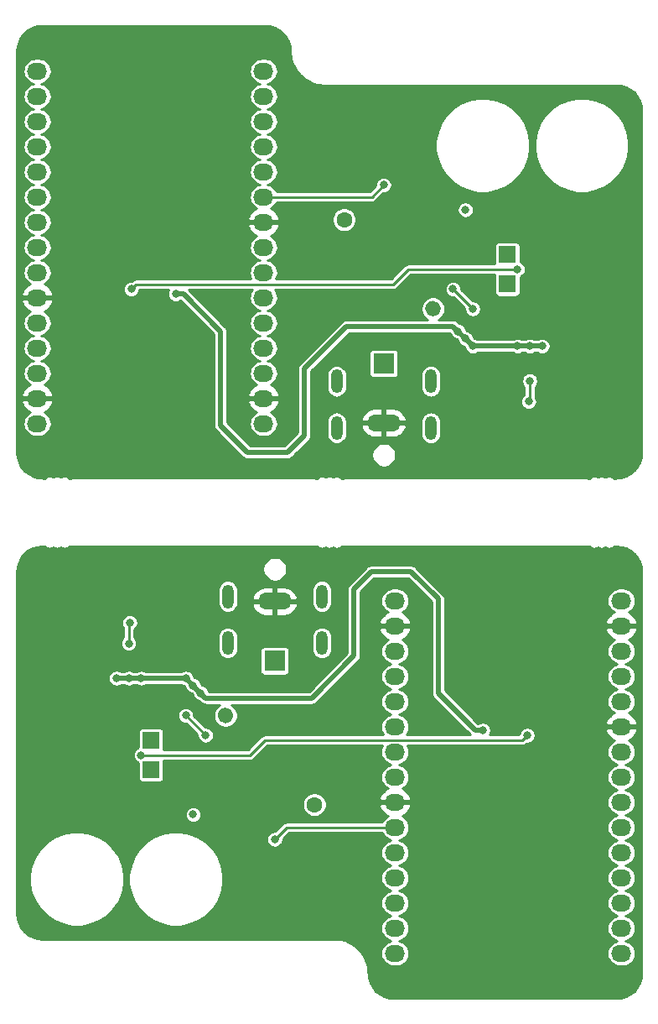
<source format=gbr>
G04 #@! TF.GenerationSoftware,KiCad,Pcbnew,5.1.6-c6e7f7d~86~ubuntu18.04.1*
G04 #@! TF.CreationDate,2020-05-28T18:46:40+01:00*
G04 #@! TF.ProjectId,polariser_drive,706f6c61-7269-4736-9572-5f6472697665,rev?*
G04 #@! TF.SameCoordinates,Original*
G04 #@! TF.FileFunction,Copper,L2,Bot*
G04 #@! TF.FilePolarity,Positive*
%FSLAX46Y46*%
G04 Gerber Fmt 4.6, Leading zero omitted, Abs format (unit mm)*
G04 Created by KiCad (PCBNEW 5.1.6-c6e7f7d~86~ubuntu18.04.1) date 2020-05-28 18:46:40*
%MOMM*%
%LPD*%
G01*
G04 APERTURE LIST*
G04 #@! TA.AperFunction,ComponentPad*
%ADD10R,2.100000X2.100000*%
G04 #@! TD*
G04 #@! TA.AperFunction,ComponentPad*
%ADD11O,3.400000X1.700000*%
G04 #@! TD*
G04 #@! TA.AperFunction,ComponentPad*
%ADD12O,1.200000X2.400000*%
G04 #@! TD*
G04 #@! TA.AperFunction,ComponentPad*
%ADD13O,2.032000X1.727200*%
G04 #@! TD*
G04 #@! TA.AperFunction,ComponentPad*
%ADD14R,1.700000X1.700000*%
G04 #@! TD*
G04 #@! TA.AperFunction,ComponentPad*
%ADD15C,1.600000*%
G04 #@! TD*
G04 #@! TA.AperFunction,ViaPad*
%ADD16C,0.800000*%
G04 #@! TD*
G04 #@! TA.AperFunction,Conductor*
%ADD17C,0.250000*%
G04 #@! TD*
G04 #@! TA.AperFunction,Conductor*
%ADD18C,0.500000*%
G04 #@! TD*
G04 #@! TA.AperFunction,Conductor*
%ADD19C,0.254000*%
G04 #@! TD*
G04 APERTURE END LIST*
D10*
X87000000Y-71000000D03*
D11*
X87000000Y-77000000D03*
D12*
X82250000Y-72800000D03*
X91750000Y-72800000D03*
X82250000Y-77500000D03*
X91750000Y-77500000D03*
D13*
X74860000Y-44040000D03*
X74860000Y-49120000D03*
X74860000Y-46580000D03*
X74860000Y-66900000D03*
X74860000Y-64360000D03*
X74860000Y-59280000D03*
X74860000Y-61820000D03*
X74860000Y-77060000D03*
X74860000Y-56740000D03*
X74860000Y-51660000D03*
X74860000Y-54200000D03*
X74860000Y-69440000D03*
X74860000Y-74520000D03*
X74860000Y-71980000D03*
X74860000Y-41500000D03*
X52000000Y-77060000D03*
X52000000Y-74520000D03*
X52000000Y-71980000D03*
X52000000Y-69440000D03*
X52000000Y-66900000D03*
X52000000Y-64360000D03*
X52000000Y-61820000D03*
X52000000Y-59280000D03*
X52000000Y-56740000D03*
X52000000Y-54200000D03*
X52000000Y-51660000D03*
X52000000Y-49120000D03*
X52000000Y-46580000D03*
X52000000Y-44040000D03*
X52000000Y-41500000D03*
D14*
X99500000Y-63000000D03*
X99500000Y-60000000D03*
D15*
X83000000Y-56500000D03*
G04 #@! TA.AperFunction,ComponentPad*
G36*
G01*
X91414571Y-64914571D02*
X91414571Y-64914571D01*
G75*
G02*
X92545941Y-64914571I565685J-565685D01*
G01*
X92545941Y-64914571D01*
G75*
G02*
X92545941Y-66045941I-565685J-565685D01*
G01*
X92545941Y-66045941D01*
G75*
G02*
X91414571Y-66045941I-565685J565685D01*
G01*
X91414571Y-66045941D01*
G75*
G02*
X91414571Y-64914571I565685J565685D01*
G01*
G37*
G04 #@! TD.AperFunction*
D14*
X63500000Y-109000000D03*
G04 #@! TA.AperFunction,ComponentPad*
G36*
G01*
X71585429Y-107085429D02*
X71585429Y-107085429D01*
G75*
G02*
X70454059Y-107085429I-565685J565685D01*
G01*
X70454059Y-107085429D01*
G75*
G02*
X70454059Y-105954059I565685J565685D01*
G01*
X70454059Y-105954059D01*
G75*
G02*
X71585429Y-105954059I565685J-565685D01*
G01*
X71585429Y-105954059D01*
G75*
G02*
X71585429Y-107085429I-565685J-565685D01*
G01*
G37*
G04 #@! TD.AperFunction*
D15*
X80000000Y-115500000D03*
D14*
X63500000Y-112000000D03*
D12*
X71250000Y-94500000D03*
X80750000Y-94500000D03*
X71250000Y-99200000D03*
X80750000Y-99200000D03*
D11*
X76000000Y-95000000D03*
D10*
X76000000Y-101000000D03*
D13*
X111000000Y-130500000D03*
X111000000Y-127960000D03*
X111000000Y-125420000D03*
X111000000Y-122880000D03*
X111000000Y-120340000D03*
X111000000Y-117800000D03*
X111000000Y-115260000D03*
X111000000Y-112720000D03*
X111000000Y-110180000D03*
X111000000Y-107640000D03*
X111000000Y-105100000D03*
X111000000Y-102560000D03*
X111000000Y-100020000D03*
X111000000Y-97480000D03*
X111000000Y-94940000D03*
X88140000Y-130500000D03*
X88140000Y-100020000D03*
X88140000Y-97480000D03*
X88140000Y-102560000D03*
X88140000Y-117800000D03*
X88140000Y-120340000D03*
X88140000Y-115260000D03*
X88140000Y-94940000D03*
X88140000Y-110180000D03*
X88140000Y-112720000D03*
X88140000Y-107640000D03*
X88140000Y-105100000D03*
X88140000Y-125420000D03*
X88140000Y-122880000D03*
X88140000Y-127960000D03*
D16*
X106000000Y-110500000D03*
X106000000Y-113000000D03*
X69750000Y-118500000D03*
X81500000Y-113500000D03*
X71000000Y-113500000D03*
X67000000Y-111500000D03*
X71000000Y-109500000D03*
X78000000Y-122500000D03*
X74500000Y-119000000D03*
X85000000Y-121500000D03*
X76000000Y-108000000D03*
X102500000Y-96000000D03*
X103500000Y-96000000D03*
X104500000Y-96000000D03*
X97500000Y-96000000D03*
X98500000Y-96000000D03*
X99500000Y-96000000D03*
X100000000Y-102000000D03*
X102000000Y-102000000D03*
X93500000Y-130500000D03*
X93500000Y-128000000D03*
X106000000Y-130500000D03*
X106000000Y-128000000D03*
X93500000Y-113000000D03*
X93500000Y-110500000D03*
X73500000Y-128000000D03*
X76000000Y-128000000D03*
X81000000Y-128000000D03*
X83500000Y-128000000D03*
X78500000Y-128000000D03*
X69000000Y-94500000D03*
X62250000Y-106000000D03*
X63250000Y-106000000D03*
X78000000Y-110000000D03*
X58500000Y-112000000D03*
X55000000Y-95000000D03*
X55000000Y-96000000D03*
X55000000Y-94000000D03*
X54000000Y-115000000D03*
X55000000Y-115000000D03*
X56000000Y-115000000D03*
X96000000Y-60500000D03*
X82000000Y-44000000D03*
X79500000Y-44000000D03*
X85000000Y-62000000D03*
X57000000Y-61500000D03*
X57000000Y-59000000D03*
X89500000Y-44000000D03*
X87000000Y-44000000D03*
X108000000Y-57000000D03*
X107000000Y-57000000D03*
X58500000Y-76000000D03*
X65500000Y-76000000D03*
X92000000Y-62500000D03*
X85000000Y-49500000D03*
X87000000Y-64000000D03*
X60500000Y-76000000D03*
X93250000Y-53500000D03*
X88500000Y-53000000D03*
X78000000Y-50500000D03*
X81500000Y-58500000D03*
X92000000Y-58500000D03*
X63000000Y-70000000D03*
X61000000Y-70000000D03*
X57000000Y-41500000D03*
X57000000Y-44000000D03*
X69500000Y-59000000D03*
X69500000Y-61500000D03*
X100750000Y-66000000D03*
X99750000Y-66000000D03*
X108000000Y-77000000D03*
X59500000Y-76000000D03*
X104500000Y-60000000D03*
X84500000Y-44000000D03*
X94000000Y-77500000D03*
X108000000Y-78000000D03*
X64500000Y-76000000D03*
X63500000Y-76000000D03*
X69500000Y-41500000D03*
X69500000Y-44000000D03*
X108000000Y-76000000D03*
X109000000Y-57000000D03*
X62750000Y-97500000D03*
X100250000Y-74500000D03*
X101500000Y-108500000D03*
X62500000Y-110500000D03*
X100500000Y-61500000D03*
X61500000Y-63500000D03*
X67750000Y-116500000D03*
X62500000Y-102750000D03*
X61250000Y-102750000D03*
X60000000Y-102750000D03*
X67750000Y-103500000D03*
X67000000Y-102750000D03*
X68500000Y-104250000D03*
X97000000Y-108000000D03*
X96000000Y-69250000D03*
X95250000Y-68500000D03*
X103000000Y-69250000D03*
X95250000Y-55500000D03*
X100500000Y-69250000D03*
X101750000Y-69250000D03*
X66000000Y-64000000D03*
X94500000Y-67750000D03*
X69000000Y-108500000D03*
X67000000Y-106500000D03*
X61250000Y-99250000D03*
X61351152Y-97148848D03*
X96000000Y-65500000D03*
X94000000Y-63500000D03*
X101750000Y-72750000D03*
X101648848Y-74851152D03*
X76000000Y-119000000D03*
X87000000Y-53000000D03*
D17*
X110480000Y-98000000D02*
X111000000Y-97480000D01*
X52520000Y-74000000D02*
X52000000Y-74520000D01*
X101008610Y-108991390D02*
X101500000Y-108500000D01*
X73500000Y-110500000D02*
X75008610Y-108991390D01*
X75008610Y-108991390D02*
X101008610Y-108991390D01*
X73500000Y-110500000D02*
X62500000Y-110500000D01*
X87991390Y-63008610D02*
X61991390Y-63008610D01*
X89500000Y-61500000D02*
X100500000Y-61500000D01*
X89500000Y-61500000D02*
X87991390Y-63008610D01*
X61991390Y-63008610D02*
X61500000Y-63500000D01*
D18*
X62500000Y-102750000D02*
X61250000Y-102750000D01*
X61250000Y-102750000D02*
X60000000Y-102750000D01*
X60000000Y-102750000D02*
X60000000Y-102750000D01*
X67000000Y-102750000D02*
X62500000Y-102750000D01*
X67750000Y-103500000D02*
X67000000Y-102750000D01*
X67750000Y-103500000D02*
X68500000Y-104250000D01*
X68500000Y-104250000D02*
X69000000Y-104750000D01*
X69000000Y-104750000D02*
X79750000Y-104750000D01*
X79750000Y-104750000D02*
X84000000Y-100500000D01*
X84000000Y-100500000D02*
X84000000Y-93750000D01*
X84000000Y-93750000D02*
X85750000Y-92000000D01*
X85750000Y-92000000D02*
X89750000Y-92000000D01*
X89750000Y-92000000D02*
X92500000Y-94750000D01*
X92500000Y-94750000D02*
X92500000Y-104250000D01*
X92500000Y-104250000D02*
X96250000Y-108000000D01*
X96250000Y-108000000D02*
X97000000Y-108000000D01*
X73250000Y-80000000D02*
X70500000Y-77250000D01*
X70500000Y-77250000D02*
X70500000Y-67750000D01*
X94500000Y-67750000D02*
X94000000Y-67250000D01*
X94000000Y-67250000D02*
X83250000Y-67250000D01*
X83250000Y-67250000D02*
X79000000Y-71500000D01*
X96000000Y-69250000D02*
X100500000Y-69250000D01*
X95250000Y-68500000D02*
X96000000Y-69250000D01*
X79000000Y-71500000D02*
X79000000Y-78250000D01*
X79000000Y-78250000D02*
X77250000Y-80000000D01*
X77250000Y-80000000D02*
X73250000Y-80000000D01*
X66750000Y-64000000D02*
X66000000Y-64000000D01*
X103000000Y-69250000D02*
X103000000Y-69250000D01*
X101750000Y-69250000D02*
X103000000Y-69250000D01*
X100500000Y-69250000D02*
X101750000Y-69250000D01*
X70500000Y-67750000D02*
X66750000Y-64000000D01*
X95250000Y-68500000D02*
X94500000Y-67750000D01*
D17*
X69000000Y-108500000D02*
X67000000Y-106500000D01*
X61250000Y-99250000D02*
X61250000Y-97250000D01*
X61250000Y-97250000D02*
X61351152Y-97148848D01*
X101750000Y-74750000D02*
X101648848Y-74851152D01*
X101750000Y-72750000D02*
X101750000Y-74750000D01*
X94000000Y-63500000D02*
X96000000Y-65500000D01*
X77200000Y-117800000D02*
X88140000Y-117800000D01*
X76000000Y-119000000D02*
X77200000Y-117800000D01*
X85800000Y-54200000D02*
X74860000Y-54200000D01*
X87000000Y-53000000D02*
X85800000Y-54200000D01*
D19*
G36*
X110312448Y-89431148D02*
G01*
X110352501Y-89439661D01*
X110358771Y-89440320D01*
X110358774Y-89440321D01*
X110358777Y-89440321D01*
X110455851Y-89449839D01*
X110455892Y-89449843D01*
X110994492Y-89502654D01*
X111470137Y-89646259D01*
X111908843Y-89879522D01*
X112293880Y-90193551D01*
X112610592Y-90576390D01*
X112846907Y-91013447D01*
X112993835Y-91488091D01*
X113048001Y-92003448D01*
X113048000Y-126022204D01*
X113048001Y-126022214D01*
X113048000Y-132477891D01*
X112997347Y-132994487D01*
X112853740Y-133470141D01*
X112620478Y-133908842D01*
X112306449Y-134293880D01*
X111923610Y-134610592D01*
X111486552Y-134846908D01*
X111011909Y-134993835D01*
X110496560Y-135048000D01*
X88022108Y-135048000D01*
X87505513Y-134997347D01*
X87029859Y-134853740D01*
X86591158Y-134620478D01*
X86206120Y-134306449D01*
X85889408Y-133923610D01*
X85653092Y-133486552D01*
X85506165Y-133011909D01*
X85451990Y-132496467D01*
X85451924Y-132477481D01*
X85449929Y-132457840D01*
X85450067Y-132438090D01*
X85449451Y-132431809D01*
X85388250Y-131849519D01*
X85380012Y-131809388D01*
X85372336Y-131769148D01*
X85370512Y-131763106D01*
X85197375Y-131203792D01*
X85181484Y-131165989D01*
X85166153Y-131128044D01*
X85163190Y-131122471D01*
X85163190Y-131122470D01*
X85163187Y-131122466D01*
X84884714Y-130607439D01*
X84861808Y-130573479D01*
X84839374Y-130539196D01*
X84835385Y-130534305D01*
X84462175Y-130083172D01*
X84433125Y-130054324D01*
X84404444Y-130025036D01*
X84399581Y-130021013D01*
X83945852Y-129650961D01*
X83911740Y-129628297D01*
X83877928Y-129605145D01*
X83872381Y-129602147D01*
X83872377Y-129602144D01*
X83872373Y-129602142D01*
X83355412Y-129327269D01*
X83317498Y-129311642D01*
X83279882Y-129295520D01*
X83273853Y-129293653D01*
X82713345Y-129124427D01*
X82673162Y-129116470D01*
X82633087Y-129107952D01*
X82626810Y-129107292D01*
X82044108Y-129050157D01*
X82044105Y-129050157D01*
X82022205Y-129048000D01*
X52522108Y-129048000D01*
X52005513Y-128997347D01*
X51529859Y-128853740D01*
X51091158Y-128620478D01*
X50706120Y-128306449D01*
X50389408Y-127923610D01*
X50153092Y-127486552D01*
X50006165Y-127011909D01*
X49952000Y-126496560D01*
X49952000Y-122529507D01*
X51223000Y-122529507D01*
X51223000Y-123470493D01*
X51406577Y-124393400D01*
X51766677Y-125262758D01*
X52289462Y-126045160D01*
X52954840Y-126710538D01*
X53737242Y-127233323D01*
X54606600Y-127593423D01*
X55529507Y-127777000D01*
X56470493Y-127777000D01*
X57393400Y-127593423D01*
X58262758Y-127233323D01*
X59045160Y-126710538D01*
X59710538Y-126045160D01*
X60233323Y-125262758D01*
X60593423Y-124393400D01*
X60777000Y-123470493D01*
X60777000Y-122529507D01*
X61223000Y-122529507D01*
X61223000Y-123470493D01*
X61406577Y-124393400D01*
X61766677Y-125262758D01*
X62289462Y-126045160D01*
X62954840Y-126710538D01*
X63737242Y-127233323D01*
X64606600Y-127593423D01*
X65529507Y-127777000D01*
X66470493Y-127777000D01*
X67393400Y-127593423D01*
X68262758Y-127233323D01*
X69045160Y-126710538D01*
X69710538Y-126045160D01*
X70233323Y-125262758D01*
X70593423Y-124393400D01*
X70777000Y-123470493D01*
X70777000Y-122529507D01*
X70593423Y-121606600D01*
X70233323Y-120737242D01*
X69710538Y-119954840D01*
X69045160Y-119289462D01*
X68490049Y-118918548D01*
X75173000Y-118918548D01*
X75173000Y-119081452D01*
X75204782Y-119241227D01*
X75267123Y-119391731D01*
X75357628Y-119527181D01*
X75472819Y-119642372D01*
X75608269Y-119732877D01*
X75758773Y-119795218D01*
X75918548Y-119827000D01*
X76081452Y-119827000D01*
X76241227Y-119795218D01*
X76391731Y-119732877D01*
X76527181Y-119642372D01*
X76642372Y-119527181D01*
X76732877Y-119391731D01*
X76795218Y-119241227D01*
X76827000Y-119081452D01*
X76827000Y-118953645D01*
X77428646Y-118352000D01*
X86819255Y-118352000D01*
X86909314Y-118520488D01*
X87070593Y-118717007D01*
X87267112Y-118878286D01*
X87491319Y-118998128D01*
X87728249Y-119070000D01*
X87491319Y-119141872D01*
X87267112Y-119261714D01*
X87070593Y-119422993D01*
X86909314Y-119619512D01*
X86789472Y-119843719D01*
X86715674Y-120086998D01*
X86690756Y-120340000D01*
X86715674Y-120593002D01*
X86789472Y-120836281D01*
X86909314Y-121060488D01*
X87070593Y-121257007D01*
X87267112Y-121418286D01*
X87491319Y-121538128D01*
X87728249Y-121610000D01*
X87491319Y-121681872D01*
X87267112Y-121801714D01*
X87070593Y-121962993D01*
X86909314Y-122159512D01*
X86789472Y-122383719D01*
X86715674Y-122626998D01*
X86690756Y-122880000D01*
X86715674Y-123133002D01*
X86789472Y-123376281D01*
X86909314Y-123600488D01*
X87070593Y-123797007D01*
X87267112Y-123958286D01*
X87491319Y-124078128D01*
X87728249Y-124150000D01*
X87491319Y-124221872D01*
X87267112Y-124341714D01*
X87070593Y-124502993D01*
X86909314Y-124699512D01*
X86789472Y-124923719D01*
X86715674Y-125166998D01*
X86690756Y-125420000D01*
X86715674Y-125673002D01*
X86789472Y-125916281D01*
X86909314Y-126140488D01*
X87070593Y-126337007D01*
X87267112Y-126498286D01*
X87491319Y-126618128D01*
X87728249Y-126690000D01*
X87491319Y-126761872D01*
X87267112Y-126881714D01*
X87070593Y-127042993D01*
X86909314Y-127239512D01*
X86789472Y-127463719D01*
X86715674Y-127706998D01*
X86690756Y-127960000D01*
X86715674Y-128213002D01*
X86789472Y-128456281D01*
X86909314Y-128680488D01*
X87070593Y-128877007D01*
X87267112Y-129038286D01*
X87491319Y-129158128D01*
X87728249Y-129230000D01*
X87491319Y-129301872D01*
X87267112Y-129421714D01*
X87070593Y-129582993D01*
X86909314Y-129779512D01*
X86789472Y-130003719D01*
X86715674Y-130246998D01*
X86690756Y-130500000D01*
X86715674Y-130753002D01*
X86789472Y-130996281D01*
X86909314Y-131220488D01*
X87070593Y-131417007D01*
X87267112Y-131578286D01*
X87491319Y-131698128D01*
X87734598Y-131771926D01*
X87924202Y-131790600D01*
X88355798Y-131790600D01*
X88545402Y-131771926D01*
X88788681Y-131698128D01*
X89012888Y-131578286D01*
X89209407Y-131417007D01*
X89370686Y-131220488D01*
X89490528Y-130996281D01*
X89564326Y-130753002D01*
X89589244Y-130500000D01*
X89564326Y-130246998D01*
X89490528Y-130003719D01*
X89370686Y-129779512D01*
X89209407Y-129582993D01*
X89012888Y-129421714D01*
X88788681Y-129301872D01*
X88551751Y-129230000D01*
X88788681Y-129158128D01*
X89012888Y-129038286D01*
X89209407Y-128877007D01*
X89370686Y-128680488D01*
X89490528Y-128456281D01*
X89564326Y-128213002D01*
X89589244Y-127960000D01*
X89564326Y-127706998D01*
X89490528Y-127463719D01*
X89370686Y-127239512D01*
X89209407Y-127042993D01*
X89012888Y-126881714D01*
X88788681Y-126761872D01*
X88551751Y-126690000D01*
X88788681Y-126618128D01*
X89012888Y-126498286D01*
X89209407Y-126337007D01*
X89370686Y-126140488D01*
X89490528Y-125916281D01*
X89564326Y-125673002D01*
X89589244Y-125420000D01*
X89564326Y-125166998D01*
X89490528Y-124923719D01*
X89370686Y-124699512D01*
X89209407Y-124502993D01*
X89012888Y-124341714D01*
X88788681Y-124221872D01*
X88551751Y-124150000D01*
X88788681Y-124078128D01*
X89012888Y-123958286D01*
X89209407Y-123797007D01*
X89370686Y-123600488D01*
X89490528Y-123376281D01*
X89564326Y-123133002D01*
X89589244Y-122880000D01*
X89564326Y-122626998D01*
X89490528Y-122383719D01*
X89370686Y-122159512D01*
X89209407Y-121962993D01*
X89012888Y-121801714D01*
X88788681Y-121681872D01*
X88551751Y-121610000D01*
X88788681Y-121538128D01*
X89012888Y-121418286D01*
X89209407Y-121257007D01*
X89370686Y-121060488D01*
X89490528Y-120836281D01*
X89564326Y-120593002D01*
X89589244Y-120340000D01*
X89564326Y-120086998D01*
X89490528Y-119843719D01*
X89370686Y-119619512D01*
X89209407Y-119422993D01*
X89012888Y-119261714D01*
X88788681Y-119141872D01*
X88551751Y-119070000D01*
X88788681Y-118998128D01*
X89012888Y-118878286D01*
X89209407Y-118717007D01*
X89370686Y-118520488D01*
X89490528Y-118296281D01*
X89564326Y-118053002D01*
X89589244Y-117800000D01*
X89564326Y-117546998D01*
X89490528Y-117303719D01*
X89370686Y-117079512D01*
X89209407Y-116882993D01*
X89012888Y-116721714D01*
X88862184Y-116641160D01*
X89054321Y-116551954D01*
X89291729Y-116378486D01*
X89490733Y-116162035D01*
X89643686Y-115910919D01*
X89744709Y-115634789D01*
X89747358Y-115619026D01*
X89626217Y-115387000D01*
X88267000Y-115387000D01*
X88267000Y-115407000D01*
X88013000Y-115407000D01*
X88013000Y-115387000D01*
X86653783Y-115387000D01*
X86532642Y-115619026D01*
X86535291Y-115634789D01*
X86636314Y-115910919D01*
X86789267Y-116162035D01*
X86988271Y-116378486D01*
X87225679Y-116551954D01*
X87417816Y-116641160D01*
X87267112Y-116721714D01*
X87070593Y-116882993D01*
X86909314Y-117079512D01*
X86819255Y-117248000D01*
X77227097Y-117248000D01*
X77199999Y-117245331D01*
X77172901Y-117248000D01*
X77172891Y-117248000D01*
X77091789Y-117255988D01*
X76987737Y-117287552D01*
X76957491Y-117303719D01*
X76891841Y-117338809D01*
X76834679Y-117385721D01*
X76807789Y-117407789D01*
X76790508Y-117428846D01*
X76046355Y-118173000D01*
X75918548Y-118173000D01*
X75758773Y-118204782D01*
X75608269Y-118267123D01*
X75472819Y-118357628D01*
X75357628Y-118472819D01*
X75267123Y-118608269D01*
X75204782Y-118758773D01*
X75173000Y-118918548D01*
X68490049Y-118918548D01*
X68262758Y-118766677D01*
X67393400Y-118406577D01*
X66470493Y-118223000D01*
X65529507Y-118223000D01*
X64606600Y-118406577D01*
X63737242Y-118766677D01*
X62954840Y-119289462D01*
X62289462Y-119954840D01*
X61766677Y-120737242D01*
X61406577Y-121606600D01*
X61223000Y-122529507D01*
X60777000Y-122529507D01*
X60593423Y-121606600D01*
X60233323Y-120737242D01*
X59710538Y-119954840D01*
X59045160Y-119289462D01*
X58262758Y-118766677D01*
X57393400Y-118406577D01*
X56470493Y-118223000D01*
X55529507Y-118223000D01*
X54606600Y-118406577D01*
X53737242Y-118766677D01*
X52954840Y-119289462D01*
X52289462Y-119954840D01*
X51766677Y-120737242D01*
X51406577Y-121606600D01*
X51223000Y-122529507D01*
X49952000Y-122529507D01*
X49952000Y-116418548D01*
X66923000Y-116418548D01*
X66923000Y-116581452D01*
X66954782Y-116741227D01*
X67017123Y-116891731D01*
X67107628Y-117027181D01*
X67222819Y-117142372D01*
X67358269Y-117232877D01*
X67508773Y-117295218D01*
X67668548Y-117327000D01*
X67831452Y-117327000D01*
X67991227Y-117295218D01*
X68141731Y-117232877D01*
X68277181Y-117142372D01*
X68392372Y-117027181D01*
X68482877Y-116891731D01*
X68545218Y-116741227D01*
X68577000Y-116581452D01*
X68577000Y-116418548D01*
X68545218Y-116258773D01*
X68482877Y-116108269D01*
X68392372Y-115972819D01*
X68277181Y-115857628D01*
X68141731Y-115767123D01*
X67991227Y-115704782D01*
X67831452Y-115673000D01*
X67668548Y-115673000D01*
X67508773Y-115704782D01*
X67358269Y-115767123D01*
X67222819Y-115857628D01*
X67107628Y-115972819D01*
X67017123Y-116108269D01*
X66954782Y-116258773D01*
X66923000Y-116418548D01*
X49952000Y-116418548D01*
X49952000Y-115379151D01*
X78773000Y-115379151D01*
X78773000Y-115620849D01*
X78820153Y-115857903D01*
X78912647Y-116081202D01*
X79046927Y-116282167D01*
X79217833Y-116453073D01*
X79418798Y-116587353D01*
X79642097Y-116679847D01*
X79879151Y-116727000D01*
X80120849Y-116727000D01*
X80357903Y-116679847D01*
X80581202Y-116587353D01*
X80782167Y-116453073D01*
X80953073Y-116282167D01*
X81087353Y-116081202D01*
X81179847Y-115857903D01*
X81227000Y-115620849D01*
X81227000Y-115379151D01*
X81179847Y-115142097D01*
X81087353Y-114918798D01*
X80953073Y-114717833D01*
X80782167Y-114546927D01*
X80581202Y-114412647D01*
X80357903Y-114320153D01*
X80120849Y-114273000D01*
X79879151Y-114273000D01*
X79642097Y-114320153D01*
X79418798Y-114412647D01*
X79217833Y-114546927D01*
X79046927Y-114717833D01*
X78912647Y-114918798D01*
X78820153Y-115142097D01*
X78773000Y-115379151D01*
X49952000Y-115379151D01*
X49952000Y-106418548D01*
X66173000Y-106418548D01*
X66173000Y-106581452D01*
X66204782Y-106741227D01*
X66267123Y-106891731D01*
X66357628Y-107027181D01*
X66472819Y-107142372D01*
X66608269Y-107232877D01*
X66758773Y-107295218D01*
X66918548Y-107327000D01*
X67046356Y-107327000D01*
X68173000Y-108453646D01*
X68173000Y-108581452D01*
X68204782Y-108741227D01*
X68267123Y-108891731D01*
X68357628Y-109027181D01*
X68472819Y-109142372D01*
X68608269Y-109232877D01*
X68758773Y-109295218D01*
X68918548Y-109327000D01*
X69081452Y-109327000D01*
X69241227Y-109295218D01*
X69391731Y-109232877D01*
X69527181Y-109142372D01*
X69642372Y-109027181D01*
X69732877Y-108891731D01*
X69795218Y-108741227D01*
X69827000Y-108581452D01*
X69827000Y-108418548D01*
X69795218Y-108258773D01*
X69732877Y-108108269D01*
X69642372Y-107972819D01*
X69527181Y-107857628D01*
X69391731Y-107767123D01*
X69241227Y-107704782D01*
X69081452Y-107673000D01*
X68953646Y-107673000D01*
X67827000Y-106546356D01*
X67827000Y-106418548D01*
X67795218Y-106258773D01*
X67732877Y-106108269D01*
X67642372Y-105972819D01*
X67527181Y-105857628D01*
X67391731Y-105767123D01*
X67241227Y-105704782D01*
X67081452Y-105673000D01*
X66918548Y-105673000D01*
X66758773Y-105704782D01*
X66608269Y-105767123D01*
X66472819Y-105857628D01*
X66357628Y-105972819D01*
X66267123Y-106108269D01*
X66204782Y-106258773D01*
X66173000Y-106418548D01*
X49952000Y-106418548D01*
X49952000Y-102668548D01*
X59173000Y-102668548D01*
X59173000Y-102831452D01*
X59204782Y-102991227D01*
X59267123Y-103141731D01*
X59357628Y-103277181D01*
X59472819Y-103392372D01*
X59608269Y-103482877D01*
X59758773Y-103545218D01*
X59918548Y-103577000D01*
X60081452Y-103577000D01*
X60241227Y-103545218D01*
X60391731Y-103482877D01*
X60475357Y-103427000D01*
X60774643Y-103427000D01*
X60858269Y-103482877D01*
X61008773Y-103545218D01*
X61168548Y-103577000D01*
X61331452Y-103577000D01*
X61491227Y-103545218D01*
X61641731Y-103482877D01*
X61725357Y-103427000D01*
X62024643Y-103427000D01*
X62108269Y-103482877D01*
X62258773Y-103545218D01*
X62418548Y-103577000D01*
X62581452Y-103577000D01*
X62741227Y-103545218D01*
X62891731Y-103482877D01*
X62975357Y-103427000D01*
X66524643Y-103427000D01*
X66608269Y-103482877D01*
X66758773Y-103545218D01*
X66857418Y-103564840D01*
X66935160Y-103642582D01*
X66954782Y-103741227D01*
X67017123Y-103891731D01*
X67107628Y-104027181D01*
X67222819Y-104142372D01*
X67358269Y-104232877D01*
X67508773Y-104295218D01*
X67607418Y-104314840D01*
X67685160Y-104392582D01*
X67704782Y-104491227D01*
X67767123Y-104641731D01*
X67857628Y-104777181D01*
X67972819Y-104892372D01*
X68108269Y-104982877D01*
X68258773Y-105045218D01*
X68357417Y-105064840D01*
X68497778Y-105205201D01*
X68518973Y-105231027D01*
X68544799Y-105252222D01*
X68544801Y-105252224D01*
X68622059Y-105315628D01*
X68739670Y-105378492D01*
X68867285Y-105417204D01*
X69000000Y-105430275D01*
X69033252Y-105427000D01*
X70451557Y-105427000D01*
X70438542Y-105432391D01*
X70237577Y-105566671D01*
X70066671Y-105737577D01*
X69932391Y-105938542D01*
X69839897Y-106161841D01*
X69792744Y-106398895D01*
X69792744Y-106640593D01*
X69839897Y-106877647D01*
X69932391Y-107100946D01*
X70066671Y-107301911D01*
X70237577Y-107472817D01*
X70438542Y-107607097D01*
X70661841Y-107699591D01*
X70898895Y-107746744D01*
X71140593Y-107746744D01*
X71377647Y-107699591D01*
X71600946Y-107607097D01*
X71801911Y-107472817D01*
X71972817Y-107301911D01*
X72107097Y-107100946D01*
X72199591Y-106877647D01*
X72246744Y-106640593D01*
X72246744Y-106398895D01*
X72199591Y-106161841D01*
X72107097Y-105938542D01*
X71972817Y-105737577D01*
X71801911Y-105566671D01*
X71600946Y-105432391D01*
X71587931Y-105427000D01*
X79716755Y-105427000D01*
X79750000Y-105430274D01*
X79783245Y-105427000D01*
X79783252Y-105427000D01*
X79882715Y-105417204D01*
X80010330Y-105378492D01*
X80127941Y-105315628D01*
X80231027Y-105231027D01*
X80252226Y-105205196D01*
X84455206Y-101002217D01*
X84481026Y-100981027D01*
X84502218Y-100955205D01*
X84502224Y-100955199D01*
X84565628Y-100877941D01*
X84628492Y-100760330D01*
X84667204Y-100632715D01*
X84680275Y-100500000D01*
X84677000Y-100466748D01*
X84677000Y-97120974D01*
X86532642Y-97120974D01*
X86653783Y-97353000D01*
X88013000Y-97353000D01*
X88013000Y-97333000D01*
X88267000Y-97333000D01*
X88267000Y-97353000D01*
X89626217Y-97353000D01*
X89747358Y-97120974D01*
X89744709Y-97105211D01*
X89643686Y-96829081D01*
X89490733Y-96577965D01*
X89291729Y-96361514D01*
X89054321Y-96188046D01*
X88862184Y-96098840D01*
X89012888Y-96018286D01*
X89209407Y-95857007D01*
X89370686Y-95660488D01*
X89490528Y-95436281D01*
X89564326Y-95193002D01*
X89589244Y-94940000D01*
X89564326Y-94686998D01*
X89490528Y-94443719D01*
X89370686Y-94219512D01*
X89209407Y-94022993D01*
X89012888Y-93861714D01*
X88788681Y-93741872D01*
X88545402Y-93668074D01*
X88355798Y-93649400D01*
X87924202Y-93649400D01*
X87734598Y-93668074D01*
X87491319Y-93741872D01*
X87267112Y-93861714D01*
X87070593Y-94022993D01*
X86909314Y-94219512D01*
X86789472Y-94443719D01*
X86715674Y-94686998D01*
X86690756Y-94940000D01*
X86715674Y-95193002D01*
X86789472Y-95436281D01*
X86909314Y-95660488D01*
X87070593Y-95857007D01*
X87267112Y-96018286D01*
X87417816Y-96098840D01*
X87225679Y-96188046D01*
X86988271Y-96361514D01*
X86789267Y-96577965D01*
X86636314Y-96829081D01*
X86535291Y-97105211D01*
X86532642Y-97120974D01*
X84677000Y-97120974D01*
X84677000Y-94030422D01*
X86030423Y-92677000D01*
X89469578Y-92677000D01*
X91823000Y-95030422D01*
X91823001Y-104216745D01*
X91819726Y-104250000D01*
X91832796Y-104382714D01*
X91871508Y-104510329D01*
X91934372Y-104627940D01*
X91997776Y-104705198D01*
X91997779Y-104705201D01*
X92018974Y-104731027D01*
X92044800Y-104752222D01*
X95731967Y-108439390D01*
X89305933Y-108439390D01*
X89370686Y-108360488D01*
X89490528Y-108136281D01*
X89564326Y-107893002D01*
X89589244Y-107640000D01*
X89564326Y-107386998D01*
X89490528Y-107143719D01*
X89370686Y-106919512D01*
X89209407Y-106722993D01*
X89012888Y-106561714D01*
X88788681Y-106441872D01*
X88551751Y-106370000D01*
X88788681Y-106298128D01*
X89012888Y-106178286D01*
X89209407Y-106017007D01*
X89370686Y-105820488D01*
X89490528Y-105596281D01*
X89564326Y-105353002D01*
X89589244Y-105100000D01*
X89564326Y-104846998D01*
X89490528Y-104603719D01*
X89370686Y-104379512D01*
X89209407Y-104182993D01*
X89012888Y-104021714D01*
X88788681Y-103901872D01*
X88551751Y-103830000D01*
X88788681Y-103758128D01*
X89012888Y-103638286D01*
X89209407Y-103477007D01*
X89370686Y-103280488D01*
X89490528Y-103056281D01*
X89564326Y-102813002D01*
X89589244Y-102560000D01*
X89564326Y-102306998D01*
X89490528Y-102063719D01*
X89370686Y-101839512D01*
X89209407Y-101642993D01*
X89012888Y-101481714D01*
X88788681Y-101361872D01*
X88551751Y-101290000D01*
X88788681Y-101218128D01*
X89012888Y-101098286D01*
X89209407Y-100937007D01*
X89370686Y-100740488D01*
X89490528Y-100516281D01*
X89564326Y-100273002D01*
X89589244Y-100020000D01*
X89564326Y-99766998D01*
X89490528Y-99523719D01*
X89370686Y-99299512D01*
X89209407Y-99102993D01*
X89012888Y-98941714D01*
X88862184Y-98861160D01*
X89054321Y-98771954D01*
X89291729Y-98598486D01*
X89490733Y-98382035D01*
X89643686Y-98130919D01*
X89744709Y-97854789D01*
X89747358Y-97839026D01*
X89626217Y-97607000D01*
X88267000Y-97607000D01*
X88267000Y-97627000D01*
X88013000Y-97627000D01*
X88013000Y-97607000D01*
X86653783Y-97607000D01*
X86532642Y-97839026D01*
X86535291Y-97854789D01*
X86636314Y-98130919D01*
X86789267Y-98382035D01*
X86988271Y-98598486D01*
X87225679Y-98771954D01*
X87417816Y-98861160D01*
X87267112Y-98941714D01*
X87070593Y-99102993D01*
X86909314Y-99299512D01*
X86789472Y-99523719D01*
X86715674Y-99766998D01*
X86690756Y-100020000D01*
X86715674Y-100273002D01*
X86789472Y-100516281D01*
X86909314Y-100740488D01*
X87070593Y-100937007D01*
X87267112Y-101098286D01*
X87491319Y-101218128D01*
X87728249Y-101290000D01*
X87491319Y-101361872D01*
X87267112Y-101481714D01*
X87070593Y-101642993D01*
X86909314Y-101839512D01*
X86789472Y-102063719D01*
X86715674Y-102306998D01*
X86690756Y-102560000D01*
X86715674Y-102813002D01*
X86789472Y-103056281D01*
X86909314Y-103280488D01*
X87070593Y-103477007D01*
X87267112Y-103638286D01*
X87491319Y-103758128D01*
X87728249Y-103830000D01*
X87491319Y-103901872D01*
X87267112Y-104021714D01*
X87070593Y-104182993D01*
X86909314Y-104379512D01*
X86789472Y-104603719D01*
X86715674Y-104846998D01*
X86690756Y-105100000D01*
X86715674Y-105353002D01*
X86789472Y-105596281D01*
X86909314Y-105820488D01*
X87070593Y-106017007D01*
X87267112Y-106178286D01*
X87491319Y-106298128D01*
X87728249Y-106370000D01*
X87491319Y-106441872D01*
X87267112Y-106561714D01*
X87070593Y-106722993D01*
X86909314Y-106919512D01*
X86789472Y-107143719D01*
X86715674Y-107386998D01*
X86690756Y-107640000D01*
X86715674Y-107893002D01*
X86789472Y-108136281D01*
X86909314Y-108360488D01*
X86974067Y-108439390D01*
X75035718Y-108439390D01*
X75008610Y-108436720D01*
X74900399Y-108447378D01*
X74796347Y-108478942D01*
X74700452Y-108530199D01*
X74638000Y-108581452D01*
X74616399Y-108599179D01*
X74599118Y-108620236D01*
X73271356Y-109948000D01*
X64766486Y-109948000D01*
X64770822Y-109933707D01*
X64779066Y-109850000D01*
X64779066Y-108150000D01*
X64770822Y-108066293D01*
X64746405Y-107985804D01*
X64706755Y-107911624D01*
X64653395Y-107846605D01*
X64588376Y-107793245D01*
X64514196Y-107753595D01*
X64433707Y-107729178D01*
X64350000Y-107720934D01*
X62650000Y-107720934D01*
X62566293Y-107729178D01*
X62485804Y-107753595D01*
X62411624Y-107793245D01*
X62346605Y-107846605D01*
X62293245Y-107911624D01*
X62253595Y-107985804D01*
X62229178Y-108066293D01*
X62220934Y-108150000D01*
X62220934Y-109720455D01*
X62108269Y-109767123D01*
X61972819Y-109857628D01*
X61857628Y-109972819D01*
X61767123Y-110108269D01*
X61704782Y-110258773D01*
X61673000Y-110418548D01*
X61673000Y-110581452D01*
X61704782Y-110741227D01*
X61767123Y-110891731D01*
X61857628Y-111027181D01*
X61972819Y-111142372D01*
X62108269Y-111232877D01*
X62220934Y-111279545D01*
X62220934Y-112850000D01*
X62229178Y-112933707D01*
X62253595Y-113014196D01*
X62293245Y-113088376D01*
X62346605Y-113153395D01*
X62411624Y-113206755D01*
X62485804Y-113246405D01*
X62566293Y-113270822D01*
X62650000Y-113279066D01*
X64350000Y-113279066D01*
X64433707Y-113270822D01*
X64514196Y-113246405D01*
X64588376Y-113206755D01*
X64653395Y-113153395D01*
X64706755Y-113088376D01*
X64746405Y-113014196D01*
X64770822Y-112933707D01*
X64779066Y-112850000D01*
X64779066Y-111150000D01*
X64770822Y-111066293D01*
X64766486Y-111052000D01*
X73472894Y-111052000D01*
X73500000Y-111054670D01*
X73527106Y-111052000D01*
X73527109Y-111052000D01*
X73608211Y-111044012D01*
X73712263Y-111012448D01*
X73808158Y-110961191D01*
X73892211Y-110892211D01*
X73909500Y-110871144D01*
X75237256Y-109543390D01*
X86864480Y-109543390D01*
X86789472Y-109683719D01*
X86715674Y-109926998D01*
X86690756Y-110180000D01*
X86715674Y-110433002D01*
X86789472Y-110676281D01*
X86909314Y-110900488D01*
X87070593Y-111097007D01*
X87267112Y-111258286D01*
X87491319Y-111378128D01*
X87728249Y-111450000D01*
X87491319Y-111521872D01*
X87267112Y-111641714D01*
X87070593Y-111802993D01*
X86909314Y-111999512D01*
X86789472Y-112223719D01*
X86715674Y-112466998D01*
X86690756Y-112720000D01*
X86715674Y-112973002D01*
X86789472Y-113216281D01*
X86909314Y-113440488D01*
X87070593Y-113637007D01*
X87267112Y-113798286D01*
X87417816Y-113878840D01*
X87225679Y-113968046D01*
X86988271Y-114141514D01*
X86789267Y-114357965D01*
X86636314Y-114609081D01*
X86535291Y-114885211D01*
X86532642Y-114900974D01*
X86653783Y-115133000D01*
X88013000Y-115133000D01*
X88013000Y-115113000D01*
X88267000Y-115113000D01*
X88267000Y-115133000D01*
X89626217Y-115133000D01*
X89747358Y-114900974D01*
X89744709Y-114885211D01*
X89643686Y-114609081D01*
X89490733Y-114357965D01*
X89291729Y-114141514D01*
X89054321Y-113968046D01*
X88862184Y-113878840D01*
X89012888Y-113798286D01*
X89209407Y-113637007D01*
X89370686Y-113440488D01*
X89490528Y-113216281D01*
X89564326Y-112973002D01*
X89589244Y-112720000D01*
X89564326Y-112466998D01*
X89490528Y-112223719D01*
X89370686Y-111999512D01*
X89209407Y-111802993D01*
X89012888Y-111641714D01*
X88788681Y-111521872D01*
X88551751Y-111450000D01*
X88788681Y-111378128D01*
X89012888Y-111258286D01*
X89209407Y-111097007D01*
X89370686Y-110900488D01*
X89490528Y-110676281D01*
X89564326Y-110433002D01*
X89589244Y-110180000D01*
X89564326Y-109926998D01*
X89490528Y-109683719D01*
X89415520Y-109543390D01*
X100981504Y-109543390D01*
X101008610Y-109546060D01*
X101035716Y-109543390D01*
X101035719Y-109543390D01*
X101116821Y-109535402D01*
X101220873Y-109503838D01*
X101316768Y-109452581D01*
X101400821Y-109383601D01*
X101418110Y-109362534D01*
X101453644Y-109327000D01*
X101581452Y-109327000D01*
X101741227Y-109295218D01*
X101891731Y-109232877D01*
X102027181Y-109142372D01*
X102142372Y-109027181D01*
X102232877Y-108891731D01*
X102295218Y-108741227D01*
X102327000Y-108581452D01*
X102327000Y-108418548D01*
X102295218Y-108258773D01*
X102232877Y-108108269D01*
X102159883Y-107999026D01*
X109392642Y-107999026D01*
X109395291Y-108014789D01*
X109496314Y-108290919D01*
X109649267Y-108542035D01*
X109848271Y-108758486D01*
X110085679Y-108931954D01*
X110277816Y-109021160D01*
X110127112Y-109101714D01*
X109930593Y-109262993D01*
X109769314Y-109459512D01*
X109649472Y-109683719D01*
X109575674Y-109926998D01*
X109550756Y-110180000D01*
X109575674Y-110433002D01*
X109649472Y-110676281D01*
X109769314Y-110900488D01*
X109930593Y-111097007D01*
X110127112Y-111258286D01*
X110351319Y-111378128D01*
X110588249Y-111450000D01*
X110351319Y-111521872D01*
X110127112Y-111641714D01*
X109930593Y-111802993D01*
X109769314Y-111999512D01*
X109649472Y-112223719D01*
X109575674Y-112466998D01*
X109550756Y-112720000D01*
X109575674Y-112973002D01*
X109649472Y-113216281D01*
X109769314Y-113440488D01*
X109930593Y-113637007D01*
X110127112Y-113798286D01*
X110351319Y-113918128D01*
X110588249Y-113990000D01*
X110351319Y-114061872D01*
X110127112Y-114181714D01*
X109930593Y-114342993D01*
X109769314Y-114539512D01*
X109649472Y-114763719D01*
X109575674Y-115006998D01*
X109550756Y-115260000D01*
X109575674Y-115513002D01*
X109649472Y-115756281D01*
X109769314Y-115980488D01*
X109930593Y-116177007D01*
X110127112Y-116338286D01*
X110351319Y-116458128D01*
X110588249Y-116530000D01*
X110351319Y-116601872D01*
X110127112Y-116721714D01*
X109930593Y-116882993D01*
X109769314Y-117079512D01*
X109649472Y-117303719D01*
X109575674Y-117546998D01*
X109550756Y-117800000D01*
X109575674Y-118053002D01*
X109649472Y-118296281D01*
X109769314Y-118520488D01*
X109930593Y-118717007D01*
X110127112Y-118878286D01*
X110351319Y-118998128D01*
X110588249Y-119070000D01*
X110351319Y-119141872D01*
X110127112Y-119261714D01*
X109930593Y-119422993D01*
X109769314Y-119619512D01*
X109649472Y-119843719D01*
X109575674Y-120086998D01*
X109550756Y-120340000D01*
X109575674Y-120593002D01*
X109649472Y-120836281D01*
X109769314Y-121060488D01*
X109930593Y-121257007D01*
X110127112Y-121418286D01*
X110351319Y-121538128D01*
X110588249Y-121610000D01*
X110351319Y-121681872D01*
X110127112Y-121801714D01*
X109930593Y-121962993D01*
X109769314Y-122159512D01*
X109649472Y-122383719D01*
X109575674Y-122626998D01*
X109550756Y-122880000D01*
X109575674Y-123133002D01*
X109649472Y-123376281D01*
X109769314Y-123600488D01*
X109930593Y-123797007D01*
X110127112Y-123958286D01*
X110351319Y-124078128D01*
X110588249Y-124150000D01*
X110351319Y-124221872D01*
X110127112Y-124341714D01*
X109930593Y-124502993D01*
X109769314Y-124699512D01*
X109649472Y-124923719D01*
X109575674Y-125166998D01*
X109550756Y-125420000D01*
X109575674Y-125673002D01*
X109649472Y-125916281D01*
X109769314Y-126140488D01*
X109930593Y-126337007D01*
X110127112Y-126498286D01*
X110351319Y-126618128D01*
X110588249Y-126690000D01*
X110351319Y-126761872D01*
X110127112Y-126881714D01*
X109930593Y-127042993D01*
X109769314Y-127239512D01*
X109649472Y-127463719D01*
X109575674Y-127706998D01*
X109550756Y-127960000D01*
X109575674Y-128213002D01*
X109649472Y-128456281D01*
X109769314Y-128680488D01*
X109930593Y-128877007D01*
X110127112Y-129038286D01*
X110351319Y-129158128D01*
X110588249Y-129230000D01*
X110351319Y-129301872D01*
X110127112Y-129421714D01*
X109930593Y-129582993D01*
X109769314Y-129779512D01*
X109649472Y-130003719D01*
X109575674Y-130246998D01*
X109550756Y-130500000D01*
X109575674Y-130753002D01*
X109649472Y-130996281D01*
X109769314Y-131220488D01*
X109930593Y-131417007D01*
X110127112Y-131578286D01*
X110351319Y-131698128D01*
X110594598Y-131771926D01*
X110784202Y-131790600D01*
X111215798Y-131790600D01*
X111405402Y-131771926D01*
X111648681Y-131698128D01*
X111872888Y-131578286D01*
X112069407Y-131417007D01*
X112230686Y-131220488D01*
X112350528Y-130996281D01*
X112424326Y-130753002D01*
X112449244Y-130500000D01*
X112424326Y-130246998D01*
X112350528Y-130003719D01*
X112230686Y-129779512D01*
X112069407Y-129582993D01*
X111872888Y-129421714D01*
X111648681Y-129301872D01*
X111411751Y-129230000D01*
X111648681Y-129158128D01*
X111872888Y-129038286D01*
X112069407Y-128877007D01*
X112230686Y-128680488D01*
X112350528Y-128456281D01*
X112424326Y-128213002D01*
X112449244Y-127960000D01*
X112424326Y-127706998D01*
X112350528Y-127463719D01*
X112230686Y-127239512D01*
X112069407Y-127042993D01*
X111872888Y-126881714D01*
X111648681Y-126761872D01*
X111411751Y-126690000D01*
X111648681Y-126618128D01*
X111872888Y-126498286D01*
X112069407Y-126337007D01*
X112230686Y-126140488D01*
X112350528Y-125916281D01*
X112424326Y-125673002D01*
X112449244Y-125420000D01*
X112424326Y-125166998D01*
X112350528Y-124923719D01*
X112230686Y-124699512D01*
X112069407Y-124502993D01*
X111872888Y-124341714D01*
X111648681Y-124221872D01*
X111411751Y-124150000D01*
X111648681Y-124078128D01*
X111872888Y-123958286D01*
X112069407Y-123797007D01*
X112230686Y-123600488D01*
X112350528Y-123376281D01*
X112424326Y-123133002D01*
X112449244Y-122880000D01*
X112424326Y-122626998D01*
X112350528Y-122383719D01*
X112230686Y-122159512D01*
X112069407Y-121962993D01*
X111872888Y-121801714D01*
X111648681Y-121681872D01*
X111411751Y-121610000D01*
X111648681Y-121538128D01*
X111872888Y-121418286D01*
X112069407Y-121257007D01*
X112230686Y-121060488D01*
X112350528Y-120836281D01*
X112424326Y-120593002D01*
X112449244Y-120340000D01*
X112424326Y-120086998D01*
X112350528Y-119843719D01*
X112230686Y-119619512D01*
X112069407Y-119422993D01*
X111872888Y-119261714D01*
X111648681Y-119141872D01*
X111411751Y-119070000D01*
X111648681Y-118998128D01*
X111872888Y-118878286D01*
X112069407Y-118717007D01*
X112230686Y-118520488D01*
X112350528Y-118296281D01*
X112424326Y-118053002D01*
X112449244Y-117800000D01*
X112424326Y-117546998D01*
X112350528Y-117303719D01*
X112230686Y-117079512D01*
X112069407Y-116882993D01*
X111872888Y-116721714D01*
X111648681Y-116601872D01*
X111411751Y-116530000D01*
X111648681Y-116458128D01*
X111872888Y-116338286D01*
X112069407Y-116177007D01*
X112230686Y-115980488D01*
X112350528Y-115756281D01*
X112424326Y-115513002D01*
X112449244Y-115260000D01*
X112424326Y-115006998D01*
X112350528Y-114763719D01*
X112230686Y-114539512D01*
X112069407Y-114342993D01*
X111872888Y-114181714D01*
X111648681Y-114061872D01*
X111411751Y-113990000D01*
X111648681Y-113918128D01*
X111872888Y-113798286D01*
X112069407Y-113637007D01*
X112230686Y-113440488D01*
X112350528Y-113216281D01*
X112424326Y-112973002D01*
X112449244Y-112720000D01*
X112424326Y-112466998D01*
X112350528Y-112223719D01*
X112230686Y-111999512D01*
X112069407Y-111802993D01*
X111872888Y-111641714D01*
X111648681Y-111521872D01*
X111411751Y-111450000D01*
X111648681Y-111378128D01*
X111872888Y-111258286D01*
X112069407Y-111097007D01*
X112230686Y-110900488D01*
X112350528Y-110676281D01*
X112424326Y-110433002D01*
X112449244Y-110180000D01*
X112424326Y-109926998D01*
X112350528Y-109683719D01*
X112230686Y-109459512D01*
X112069407Y-109262993D01*
X111872888Y-109101714D01*
X111722184Y-109021160D01*
X111914321Y-108931954D01*
X112151729Y-108758486D01*
X112350733Y-108542035D01*
X112503686Y-108290919D01*
X112604709Y-108014789D01*
X112607358Y-107999026D01*
X112486217Y-107767000D01*
X111127000Y-107767000D01*
X111127000Y-107787000D01*
X110873000Y-107787000D01*
X110873000Y-107767000D01*
X109513783Y-107767000D01*
X109392642Y-107999026D01*
X102159883Y-107999026D01*
X102142372Y-107972819D01*
X102027181Y-107857628D01*
X101891731Y-107767123D01*
X101741227Y-107704782D01*
X101581452Y-107673000D01*
X101418548Y-107673000D01*
X101258773Y-107704782D01*
X101108269Y-107767123D01*
X100972819Y-107857628D01*
X100857628Y-107972819D01*
X100767123Y-108108269D01*
X100704782Y-108258773D01*
X100673000Y-108418548D01*
X100673000Y-108439390D01*
X97701032Y-108439390D01*
X97732877Y-108391731D01*
X97795218Y-108241227D01*
X97827000Y-108081452D01*
X97827000Y-107918548D01*
X97795218Y-107758773D01*
X97732877Y-107608269D01*
X97642372Y-107472819D01*
X97527181Y-107357628D01*
X97391731Y-107267123D01*
X97241227Y-107204782D01*
X97081452Y-107173000D01*
X96918548Y-107173000D01*
X96758773Y-107204782D01*
X96608269Y-107267123D01*
X96528108Y-107320685D01*
X93177000Y-103969578D01*
X93177000Y-97839026D01*
X109392642Y-97839026D01*
X109395291Y-97854789D01*
X109496314Y-98130919D01*
X109649267Y-98382035D01*
X109848271Y-98598486D01*
X110085679Y-98771954D01*
X110277816Y-98861160D01*
X110127112Y-98941714D01*
X109930593Y-99102993D01*
X109769314Y-99299512D01*
X109649472Y-99523719D01*
X109575674Y-99766998D01*
X109550756Y-100020000D01*
X109575674Y-100273002D01*
X109649472Y-100516281D01*
X109769314Y-100740488D01*
X109930593Y-100937007D01*
X110127112Y-101098286D01*
X110351319Y-101218128D01*
X110588249Y-101290000D01*
X110351319Y-101361872D01*
X110127112Y-101481714D01*
X109930593Y-101642993D01*
X109769314Y-101839512D01*
X109649472Y-102063719D01*
X109575674Y-102306998D01*
X109550756Y-102560000D01*
X109575674Y-102813002D01*
X109649472Y-103056281D01*
X109769314Y-103280488D01*
X109930593Y-103477007D01*
X110127112Y-103638286D01*
X110351319Y-103758128D01*
X110588249Y-103830000D01*
X110351319Y-103901872D01*
X110127112Y-104021714D01*
X109930593Y-104182993D01*
X109769314Y-104379512D01*
X109649472Y-104603719D01*
X109575674Y-104846998D01*
X109550756Y-105100000D01*
X109575674Y-105353002D01*
X109649472Y-105596281D01*
X109769314Y-105820488D01*
X109930593Y-106017007D01*
X110127112Y-106178286D01*
X110277816Y-106258840D01*
X110085679Y-106348046D01*
X109848271Y-106521514D01*
X109649267Y-106737965D01*
X109496314Y-106989081D01*
X109395291Y-107265211D01*
X109392642Y-107280974D01*
X109513783Y-107513000D01*
X110873000Y-107513000D01*
X110873000Y-107493000D01*
X111127000Y-107493000D01*
X111127000Y-107513000D01*
X112486217Y-107513000D01*
X112607358Y-107280974D01*
X112604709Y-107265211D01*
X112503686Y-106989081D01*
X112350733Y-106737965D01*
X112151729Y-106521514D01*
X111914321Y-106348046D01*
X111722184Y-106258840D01*
X111872888Y-106178286D01*
X112069407Y-106017007D01*
X112230686Y-105820488D01*
X112350528Y-105596281D01*
X112424326Y-105353002D01*
X112449244Y-105100000D01*
X112424326Y-104846998D01*
X112350528Y-104603719D01*
X112230686Y-104379512D01*
X112069407Y-104182993D01*
X111872888Y-104021714D01*
X111648681Y-103901872D01*
X111411751Y-103830000D01*
X111648681Y-103758128D01*
X111872888Y-103638286D01*
X112069407Y-103477007D01*
X112230686Y-103280488D01*
X112350528Y-103056281D01*
X112424326Y-102813002D01*
X112449244Y-102560000D01*
X112424326Y-102306998D01*
X112350528Y-102063719D01*
X112230686Y-101839512D01*
X112069407Y-101642993D01*
X111872888Y-101481714D01*
X111648681Y-101361872D01*
X111411751Y-101290000D01*
X111648681Y-101218128D01*
X111872888Y-101098286D01*
X112069407Y-100937007D01*
X112230686Y-100740488D01*
X112350528Y-100516281D01*
X112424326Y-100273002D01*
X112449244Y-100020000D01*
X112424326Y-99766998D01*
X112350528Y-99523719D01*
X112230686Y-99299512D01*
X112069407Y-99102993D01*
X111872888Y-98941714D01*
X111722184Y-98861160D01*
X111914321Y-98771954D01*
X112151729Y-98598486D01*
X112350733Y-98382035D01*
X112503686Y-98130919D01*
X112604709Y-97854789D01*
X112607358Y-97839026D01*
X112486217Y-97607000D01*
X111127000Y-97607000D01*
X111127000Y-97627000D01*
X110873000Y-97627000D01*
X110873000Y-97607000D01*
X109513783Y-97607000D01*
X109392642Y-97839026D01*
X93177000Y-97839026D01*
X93177000Y-97120974D01*
X109392642Y-97120974D01*
X109513783Y-97353000D01*
X110873000Y-97353000D01*
X110873000Y-97333000D01*
X111127000Y-97333000D01*
X111127000Y-97353000D01*
X112486217Y-97353000D01*
X112607358Y-97120974D01*
X112604709Y-97105211D01*
X112503686Y-96829081D01*
X112350733Y-96577965D01*
X112151729Y-96361514D01*
X111914321Y-96188046D01*
X111722184Y-96098840D01*
X111872888Y-96018286D01*
X112069407Y-95857007D01*
X112230686Y-95660488D01*
X112350528Y-95436281D01*
X112424326Y-95193002D01*
X112449244Y-94940000D01*
X112424326Y-94686998D01*
X112350528Y-94443719D01*
X112230686Y-94219512D01*
X112069407Y-94022993D01*
X111872888Y-93861714D01*
X111648681Y-93741872D01*
X111405402Y-93668074D01*
X111215798Y-93649400D01*
X110784202Y-93649400D01*
X110594598Y-93668074D01*
X110351319Y-93741872D01*
X110127112Y-93861714D01*
X109930593Y-94022993D01*
X109769314Y-94219512D01*
X109649472Y-94443719D01*
X109575674Y-94686998D01*
X109550756Y-94940000D01*
X109575674Y-95193002D01*
X109649472Y-95436281D01*
X109769314Y-95660488D01*
X109930593Y-95857007D01*
X110127112Y-96018286D01*
X110277816Y-96098840D01*
X110085679Y-96188046D01*
X109848271Y-96361514D01*
X109649267Y-96577965D01*
X109496314Y-96829081D01*
X109395291Y-97105211D01*
X109392642Y-97120974D01*
X93177000Y-97120974D01*
X93177000Y-94783241D01*
X93180274Y-94749999D01*
X93177000Y-94716757D01*
X93177000Y-94716748D01*
X93167204Y-94617285D01*
X93128492Y-94489670D01*
X93065628Y-94372059D01*
X92981026Y-94268973D01*
X92955200Y-94247778D01*
X90252226Y-91544804D01*
X90231027Y-91518973D01*
X90127941Y-91434372D01*
X90010330Y-91371508D01*
X89882715Y-91332796D01*
X89783252Y-91323000D01*
X89783245Y-91323000D01*
X89750000Y-91319726D01*
X89716755Y-91323000D01*
X85783252Y-91323000D01*
X85750000Y-91319725D01*
X85716748Y-91323000D01*
X85617285Y-91332796D01*
X85489670Y-91371508D01*
X85372059Y-91434372D01*
X85268973Y-91518973D01*
X85247778Y-91544799D01*
X83544800Y-93247778D01*
X83518974Y-93268973D01*
X83497779Y-93294799D01*
X83497776Y-93294802D01*
X83434372Y-93372060D01*
X83371508Y-93489671D01*
X83332796Y-93617286D01*
X83319726Y-93750000D01*
X83323001Y-93783255D01*
X83323000Y-100219577D01*
X79469578Y-104073000D01*
X69307994Y-104073000D01*
X69295218Y-104008773D01*
X69232877Y-103858269D01*
X69142372Y-103722819D01*
X69027181Y-103607628D01*
X68891731Y-103517123D01*
X68741227Y-103454782D01*
X68642582Y-103435160D01*
X68564840Y-103357418D01*
X68545218Y-103258773D01*
X68482877Y-103108269D01*
X68392372Y-102972819D01*
X68277181Y-102857628D01*
X68141731Y-102767123D01*
X67991227Y-102704782D01*
X67892582Y-102685160D01*
X67814840Y-102607418D01*
X67795218Y-102508773D01*
X67732877Y-102358269D01*
X67642372Y-102222819D01*
X67527181Y-102107628D01*
X67391731Y-102017123D01*
X67241227Y-101954782D01*
X67081452Y-101923000D01*
X66918548Y-101923000D01*
X66758773Y-101954782D01*
X66608269Y-102017123D01*
X66524643Y-102073000D01*
X62975357Y-102073000D01*
X62891731Y-102017123D01*
X62741227Y-101954782D01*
X62581452Y-101923000D01*
X62418548Y-101923000D01*
X62258773Y-101954782D01*
X62108269Y-102017123D01*
X62024643Y-102073000D01*
X61725357Y-102073000D01*
X61641731Y-102017123D01*
X61491227Y-101954782D01*
X61331452Y-101923000D01*
X61168548Y-101923000D01*
X61008773Y-101954782D01*
X60858269Y-102017123D01*
X60774643Y-102073000D01*
X60475357Y-102073000D01*
X60391731Y-102017123D01*
X60241227Y-101954782D01*
X60081452Y-101923000D01*
X59918548Y-101923000D01*
X59758773Y-101954782D01*
X59608269Y-102017123D01*
X59472819Y-102107628D01*
X59357628Y-102222819D01*
X59267123Y-102358269D01*
X59204782Y-102508773D01*
X59173000Y-102668548D01*
X49952000Y-102668548D01*
X49952000Y-99168548D01*
X60423000Y-99168548D01*
X60423000Y-99331452D01*
X60454782Y-99491227D01*
X60517123Y-99641731D01*
X60607628Y-99777181D01*
X60722819Y-99892372D01*
X60858269Y-99982877D01*
X61008773Y-100045218D01*
X61168548Y-100077000D01*
X61331452Y-100077000D01*
X61491227Y-100045218D01*
X61641731Y-99982877D01*
X61777181Y-99892372D01*
X61819103Y-99850450D01*
X70223000Y-99850450D01*
X70237860Y-100001326D01*
X70296585Y-100194916D01*
X70391949Y-100373331D01*
X70520288Y-100529712D01*
X70676669Y-100658051D01*
X70855083Y-100753415D01*
X71048673Y-100812140D01*
X71250000Y-100831969D01*
X71451326Y-100812140D01*
X71644916Y-100753415D01*
X71823331Y-100658051D01*
X71979712Y-100529712D01*
X72108051Y-100373331D01*
X72203415Y-100194917D01*
X72262140Y-100001327D01*
X72267195Y-99950000D01*
X74520934Y-99950000D01*
X74520934Y-102050000D01*
X74529178Y-102133707D01*
X74553595Y-102214196D01*
X74593245Y-102288376D01*
X74646605Y-102353395D01*
X74711624Y-102406755D01*
X74785804Y-102446405D01*
X74866293Y-102470822D01*
X74950000Y-102479066D01*
X77050000Y-102479066D01*
X77133707Y-102470822D01*
X77214196Y-102446405D01*
X77288376Y-102406755D01*
X77353395Y-102353395D01*
X77406755Y-102288376D01*
X77446405Y-102214196D01*
X77470822Y-102133707D01*
X77479066Y-102050000D01*
X77479066Y-99950000D01*
X77470822Y-99866293D01*
X77466016Y-99850450D01*
X79723000Y-99850450D01*
X79737860Y-100001326D01*
X79796585Y-100194916D01*
X79891949Y-100373331D01*
X80020288Y-100529712D01*
X80176669Y-100658051D01*
X80355083Y-100753415D01*
X80548673Y-100812140D01*
X80750000Y-100831969D01*
X80951326Y-100812140D01*
X81144916Y-100753415D01*
X81323331Y-100658051D01*
X81479712Y-100529712D01*
X81608051Y-100373331D01*
X81703415Y-100194917D01*
X81762140Y-100001327D01*
X81777000Y-99850451D01*
X81777000Y-98549549D01*
X81762140Y-98398673D01*
X81703415Y-98205083D01*
X81608051Y-98026669D01*
X81479712Y-97870288D01*
X81323331Y-97741949D01*
X81144917Y-97646585D01*
X80951327Y-97587860D01*
X80750000Y-97568031D01*
X80548674Y-97587860D01*
X80355084Y-97646585D01*
X80176670Y-97741949D01*
X80020289Y-97870288D01*
X79891950Y-98026669D01*
X79796586Y-98205083D01*
X79737861Y-98398673D01*
X79723001Y-98549549D01*
X79723000Y-99850450D01*
X77466016Y-99850450D01*
X77446405Y-99785804D01*
X77406755Y-99711624D01*
X77353395Y-99646605D01*
X77288376Y-99593245D01*
X77214196Y-99553595D01*
X77133707Y-99529178D01*
X77050000Y-99520934D01*
X74950000Y-99520934D01*
X74866293Y-99529178D01*
X74785804Y-99553595D01*
X74711624Y-99593245D01*
X74646605Y-99646605D01*
X74593245Y-99711624D01*
X74553595Y-99785804D01*
X74529178Y-99866293D01*
X74520934Y-99950000D01*
X72267195Y-99950000D01*
X72277000Y-99850451D01*
X72277000Y-98549549D01*
X72262140Y-98398673D01*
X72203415Y-98205083D01*
X72108051Y-98026669D01*
X71979712Y-97870288D01*
X71823331Y-97741949D01*
X71644917Y-97646585D01*
X71451327Y-97587860D01*
X71250000Y-97568031D01*
X71048674Y-97587860D01*
X70855084Y-97646585D01*
X70676670Y-97741949D01*
X70520289Y-97870288D01*
X70391950Y-98026669D01*
X70296586Y-98205083D01*
X70237861Y-98398673D01*
X70223001Y-98549549D01*
X70223000Y-99850450D01*
X61819103Y-99850450D01*
X61892372Y-99777181D01*
X61982877Y-99641731D01*
X62045218Y-99491227D01*
X62077000Y-99331452D01*
X62077000Y-99168548D01*
X62045218Y-99008773D01*
X61982877Y-98858269D01*
X61892372Y-98722819D01*
X61802000Y-98632447D01*
X61802000Y-97842224D01*
X61878333Y-97791220D01*
X61993524Y-97676029D01*
X62084029Y-97540579D01*
X62146370Y-97390075D01*
X62178152Y-97230300D01*
X62178152Y-97067396D01*
X62146370Y-96907621D01*
X62084029Y-96757117D01*
X61993524Y-96621667D01*
X61878333Y-96506476D01*
X61742883Y-96415971D01*
X61592379Y-96353630D01*
X61432604Y-96321848D01*
X61269700Y-96321848D01*
X61109925Y-96353630D01*
X60959421Y-96415971D01*
X60823971Y-96506476D01*
X60708780Y-96621667D01*
X60618275Y-96757117D01*
X60555934Y-96907621D01*
X60524152Y-97067396D01*
X60524152Y-97230300D01*
X60555934Y-97390075D01*
X60618275Y-97540579D01*
X60698001Y-97659897D01*
X60698000Y-98632447D01*
X60607628Y-98722819D01*
X60517123Y-98858269D01*
X60454782Y-99008773D01*
X60423000Y-99168548D01*
X49952000Y-99168548D01*
X49952000Y-95150450D01*
X70223000Y-95150450D01*
X70237860Y-95301326D01*
X70296585Y-95494916D01*
X70391949Y-95673331D01*
X70520288Y-95829712D01*
X70676669Y-95958051D01*
X70855083Y-96053415D01*
X71048673Y-96112140D01*
X71250000Y-96131969D01*
X71451326Y-96112140D01*
X71644916Y-96053415D01*
X71823331Y-95958051D01*
X71979712Y-95829712D01*
X72108051Y-95673331D01*
X72203415Y-95494917D01*
X72245285Y-95356890D01*
X73708524Y-95356890D01*
X73729437Y-95450953D01*
X73844709Y-95719426D01*
X74010143Y-95960252D01*
X74219381Y-96164176D01*
X74464382Y-96323361D01*
X74735731Y-96431690D01*
X75023000Y-96485000D01*
X75873000Y-96485000D01*
X75873000Y-95127000D01*
X76127000Y-95127000D01*
X76127000Y-96485000D01*
X76977000Y-96485000D01*
X77264269Y-96431690D01*
X77535618Y-96323361D01*
X77780619Y-96164176D01*
X77989857Y-95960252D01*
X78155291Y-95719426D01*
X78270563Y-95450953D01*
X78291476Y-95356890D01*
X78182531Y-95150450D01*
X79723000Y-95150450D01*
X79737860Y-95301326D01*
X79796585Y-95494916D01*
X79891949Y-95673331D01*
X80020288Y-95829712D01*
X80176669Y-95958051D01*
X80355083Y-96053415D01*
X80548673Y-96112140D01*
X80750000Y-96131969D01*
X80951326Y-96112140D01*
X81144916Y-96053415D01*
X81323331Y-95958051D01*
X81479712Y-95829712D01*
X81608051Y-95673331D01*
X81703415Y-95494917D01*
X81762140Y-95301327D01*
X81777000Y-95150451D01*
X81777000Y-93849549D01*
X81762140Y-93698673D01*
X81703415Y-93505083D01*
X81608051Y-93326669D01*
X81479712Y-93170288D01*
X81323331Y-93041949D01*
X81144917Y-92946585D01*
X80951327Y-92887860D01*
X80750000Y-92868031D01*
X80548674Y-92887860D01*
X80355084Y-92946585D01*
X80176670Y-93041949D01*
X80020289Y-93170288D01*
X79891950Y-93326669D01*
X79796586Y-93505083D01*
X79737861Y-93698673D01*
X79723001Y-93849549D01*
X79723000Y-95150450D01*
X78182531Y-95150450D01*
X78170155Y-95127000D01*
X76127000Y-95127000D01*
X75873000Y-95127000D01*
X73829845Y-95127000D01*
X73708524Y-95356890D01*
X72245285Y-95356890D01*
X72262140Y-95301327D01*
X72277000Y-95150451D01*
X72277000Y-94643110D01*
X73708524Y-94643110D01*
X73829845Y-94873000D01*
X75873000Y-94873000D01*
X75873000Y-93515000D01*
X76127000Y-93515000D01*
X76127000Y-94873000D01*
X78170155Y-94873000D01*
X78291476Y-94643110D01*
X78270563Y-94549047D01*
X78155291Y-94280574D01*
X77989857Y-94039748D01*
X77780619Y-93835824D01*
X77535618Y-93676639D01*
X77264269Y-93568310D01*
X76977000Y-93515000D01*
X76127000Y-93515000D01*
X75873000Y-93515000D01*
X75023000Y-93515000D01*
X74735731Y-93568310D01*
X74464382Y-93676639D01*
X74219381Y-93835824D01*
X74010143Y-94039748D01*
X73844709Y-94280574D01*
X73729437Y-94549047D01*
X73708524Y-94643110D01*
X72277000Y-94643110D01*
X72277000Y-93849549D01*
X72262140Y-93698673D01*
X72203415Y-93505083D01*
X72108051Y-93326669D01*
X71979712Y-93170288D01*
X71823331Y-93041949D01*
X71644917Y-92946585D01*
X71451327Y-92887860D01*
X71250000Y-92868031D01*
X71048674Y-92887860D01*
X70855084Y-92946585D01*
X70676670Y-93041949D01*
X70520289Y-93170288D01*
X70391950Y-93326669D01*
X70296586Y-93505083D01*
X70237861Y-93698673D01*
X70223001Y-93849549D01*
X70223000Y-95150450D01*
X49952000Y-95150450D01*
X49952000Y-92022109D01*
X49990530Y-91629151D01*
X74773000Y-91629151D01*
X74773000Y-91870849D01*
X74820153Y-92107903D01*
X74912647Y-92331202D01*
X75046927Y-92532167D01*
X75217833Y-92703073D01*
X75418798Y-92837353D01*
X75642097Y-92929847D01*
X75879151Y-92977000D01*
X76120849Y-92977000D01*
X76357903Y-92929847D01*
X76581202Y-92837353D01*
X76782167Y-92703073D01*
X76953073Y-92532167D01*
X77087353Y-92331202D01*
X77179847Y-92107903D01*
X77227000Y-91870849D01*
X77227000Y-91629151D01*
X77179847Y-91392097D01*
X77087353Y-91168798D01*
X76953073Y-90967833D01*
X76782167Y-90796927D01*
X76581202Y-90662647D01*
X76357903Y-90570153D01*
X76120849Y-90523000D01*
X75879151Y-90523000D01*
X75642097Y-90570153D01*
X75418798Y-90662647D01*
X75217833Y-90796927D01*
X75046927Y-90967833D01*
X74912647Y-91168798D01*
X74820153Y-91392097D01*
X74773000Y-91629151D01*
X49990530Y-91629151D01*
X50002654Y-91505508D01*
X50146259Y-91029863D01*
X50379522Y-90591157D01*
X50693551Y-90206120D01*
X51076390Y-89889408D01*
X51513447Y-89653093D01*
X51988091Y-89506165D01*
X52503532Y-89451990D01*
X52505045Y-89451985D01*
X52524698Y-89449990D01*
X52544456Y-89450128D01*
X52550737Y-89449512D01*
X52647786Y-89439312D01*
X52687917Y-89431074D01*
X52719755Y-89425001D01*
X52724140Y-89431563D01*
X52818437Y-89525860D01*
X52929320Y-89599950D01*
X53052526Y-89650984D01*
X53183321Y-89677000D01*
X53316679Y-89677000D01*
X53447474Y-89650984D01*
X53570680Y-89599950D01*
X53625000Y-89563654D01*
X53679320Y-89599950D01*
X53802526Y-89650984D01*
X53933321Y-89677000D01*
X54066679Y-89677000D01*
X54197474Y-89650984D01*
X54320680Y-89599950D01*
X54375000Y-89563654D01*
X54429320Y-89599950D01*
X54552526Y-89650984D01*
X54683321Y-89677000D01*
X54816679Y-89677000D01*
X54947474Y-89650984D01*
X55070680Y-89599950D01*
X55181563Y-89525860D01*
X55275860Y-89431563D01*
X55280380Y-89424798D01*
X55312448Y-89431148D01*
X55352501Y-89439661D01*
X55358771Y-89440320D01*
X55358774Y-89440321D01*
X55358777Y-89440321D01*
X55455895Y-89449843D01*
X55477795Y-89452000D01*
X80022205Y-89452000D01*
X80041427Y-89450107D01*
X80044456Y-89450128D01*
X80050737Y-89449512D01*
X80147786Y-89439312D01*
X80187917Y-89431074D01*
X80219755Y-89425001D01*
X80224140Y-89431563D01*
X80318437Y-89525860D01*
X80429320Y-89599950D01*
X80552526Y-89650984D01*
X80683321Y-89677000D01*
X80816679Y-89677000D01*
X80947474Y-89650984D01*
X81070680Y-89599950D01*
X81125000Y-89563654D01*
X81179320Y-89599950D01*
X81302526Y-89650984D01*
X81433321Y-89677000D01*
X81566679Y-89677000D01*
X81697474Y-89650984D01*
X81820680Y-89599950D01*
X81875000Y-89563654D01*
X81929320Y-89599950D01*
X82052526Y-89650984D01*
X82183321Y-89677000D01*
X82316679Y-89677000D01*
X82447474Y-89650984D01*
X82570680Y-89599950D01*
X82681563Y-89525860D01*
X82775860Y-89431563D01*
X82780380Y-89424798D01*
X82812448Y-89431148D01*
X82852501Y-89439661D01*
X82858771Y-89440320D01*
X82858774Y-89440321D01*
X82858777Y-89440321D01*
X82955895Y-89449843D01*
X82977795Y-89452000D01*
X107522205Y-89452000D01*
X107541427Y-89450107D01*
X107544456Y-89450128D01*
X107550737Y-89449512D01*
X107647786Y-89439312D01*
X107687917Y-89431074D01*
X107719755Y-89425001D01*
X107724140Y-89431563D01*
X107818437Y-89525860D01*
X107929320Y-89599950D01*
X108052526Y-89650984D01*
X108183321Y-89677000D01*
X108316679Y-89677000D01*
X108447474Y-89650984D01*
X108570680Y-89599950D01*
X108625000Y-89563654D01*
X108679320Y-89599950D01*
X108802526Y-89650984D01*
X108933321Y-89677000D01*
X109066679Y-89677000D01*
X109197474Y-89650984D01*
X109320680Y-89599950D01*
X109375000Y-89563654D01*
X109429320Y-89599950D01*
X109552526Y-89650984D01*
X109683321Y-89677000D01*
X109816679Y-89677000D01*
X109947474Y-89650984D01*
X110070680Y-89599950D01*
X110181563Y-89525860D01*
X110275860Y-89431563D01*
X110280380Y-89424798D01*
X110312448Y-89431148D01*
G37*
X110312448Y-89431148D02*
X110352501Y-89439661D01*
X110358771Y-89440320D01*
X110358774Y-89440321D01*
X110358777Y-89440321D01*
X110455851Y-89449839D01*
X110455892Y-89449843D01*
X110994492Y-89502654D01*
X111470137Y-89646259D01*
X111908843Y-89879522D01*
X112293880Y-90193551D01*
X112610592Y-90576390D01*
X112846907Y-91013447D01*
X112993835Y-91488091D01*
X113048001Y-92003448D01*
X113048000Y-126022204D01*
X113048001Y-126022214D01*
X113048000Y-132477891D01*
X112997347Y-132994487D01*
X112853740Y-133470141D01*
X112620478Y-133908842D01*
X112306449Y-134293880D01*
X111923610Y-134610592D01*
X111486552Y-134846908D01*
X111011909Y-134993835D01*
X110496560Y-135048000D01*
X88022108Y-135048000D01*
X87505513Y-134997347D01*
X87029859Y-134853740D01*
X86591158Y-134620478D01*
X86206120Y-134306449D01*
X85889408Y-133923610D01*
X85653092Y-133486552D01*
X85506165Y-133011909D01*
X85451990Y-132496467D01*
X85451924Y-132477481D01*
X85449929Y-132457840D01*
X85450067Y-132438090D01*
X85449451Y-132431809D01*
X85388250Y-131849519D01*
X85380012Y-131809388D01*
X85372336Y-131769148D01*
X85370512Y-131763106D01*
X85197375Y-131203792D01*
X85181484Y-131165989D01*
X85166153Y-131128044D01*
X85163190Y-131122471D01*
X85163190Y-131122470D01*
X85163187Y-131122466D01*
X84884714Y-130607439D01*
X84861808Y-130573479D01*
X84839374Y-130539196D01*
X84835385Y-130534305D01*
X84462175Y-130083172D01*
X84433125Y-130054324D01*
X84404444Y-130025036D01*
X84399581Y-130021013D01*
X83945852Y-129650961D01*
X83911740Y-129628297D01*
X83877928Y-129605145D01*
X83872381Y-129602147D01*
X83872377Y-129602144D01*
X83872373Y-129602142D01*
X83355412Y-129327269D01*
X83317498Y-129311642D01*
X83279882Y-129295520D01*
X83273853Y-129293653D01*
X82713345Y-129124427D01*
X82673162Y-129116470D01*
X82633087Y-129107952D01*
X82626810Y-129107292D01*
X82044108Y-129050157D01*
X82044105Y-129050157D01*
X82022205Y-129048000D01*
X52522108Y-129048000D01*
X52005513Y-128997347D01*
X51529859Y-128853740D01*
X51091158Y-128620478D01*
X50706120Y-128306449D01*
X50389408Y-127923610D01*
X50153092Y-127486552D01*
X50006165Y-127011909D01*
X49952000Y-126496560D01*
X49952000Y-122529507D01*
X51223000Y-122529507D01*
X51223000Y-123470493D01*
X51406577Y-124393400D01*
X51766677Y-125262758D01*
X52289462Y-126045160D01*
X52954840Y-126710538D01*
X53737242Y-127233323D01*
X54606600Y-127593423D01*
X55529507Y-127777000D01*
X56470493Y-127777000D01*
X57393400Y-127593423D01*
X58262758Y-127233323D01*
X59045160Y-126710538D01*
X59710538Y-126045160D01*
X60233323Y-125262758D01*
X60593423Y-124393400D01*
X60777000Y-123470493D01*
X60777000Y-122529507D01*
X61223000Y-122529507D01*
X61223000Y-123470493D01*
X61406577Y-124393400D01*
X61766677Y-125262758D01*
X62289462Y-126045160D01*
X62954840Y-126710538D01*
X63737242Y-127233323D01*
X64606600Y-127593423D01*
X65529507Y-127777000D01*
X66470493Y-127777000D01*
X67393400Y-127593423D01*
X68262758Y-127233323D01*
X69045160Y-126710538D01*
X69710538Y-126045160D01*
X70233323Y-125262758D01*
X70593423Y-124393400D01*
X70777000Y-123470493D01*
X70777000Y-122529507D01*
X70593423Y-121606600D01*
X70233323Y-120737242D01*
X69710538Y-119954840D01*
X69045160Y-119289462D01*
X68490049Y-118918548D01*
X75173000Y-118918548D01*
X75173000Y-119081452D01*
X75204782Y-119241227D01*
X75267123Y-119391731D01*
X75357628Y-119527181D01*
X75472819Y-119642372D01*
X75608269Y-119732877D01*
X75758773Y-119795218D01*
X75918548Y-119827000D01*
X76081452Y-119827000D01*
X76241227Y-119795218D01*
X76391731Y-119732877D01*
X76527181Y-119642372D01*
X76642372Y-119527181D01*
X76732877Y-119391731D01*
X76795218Y-119241227D01*
X76827000Y-119081452D01*
X76827000Y-118953645D01*
X77428646Y-118352000D01*
X86819255Y-118352000D01*
X86909314Y-118520488D01*
X87070593Y-118717007D01*
X87267112Y-118878286D01*
X87491319Y-118998128D01*
X87728249Y-119070000D01*
X87491319Y-119141872D01*
X87267112Y-119261714D01*
X87070593Y-119422993D01*
X86909314Y-119619512D01*
X86789472Y-119843719D01*
X86715674Y-120086998D01*
X86690756Y-120340000D01*
X86715674Y-120593002D01*
X86789472Y-120836281D01*
X86909314Y-121060488D01*
X87070593Y-121257007D01*
X87267112Y-121418286D01*
X87491319Y-121538128D01*
X87728249Y-121610000D01*
X87491319Y-121681872D01*
X87267112Y-121801714D01*
X87070593Y-121962993D01*
X86909314Y-122159512D01*
X86789472Y-122383719D01*
X86715674Y-122626998D01*
X86690756Y-122880000D01*
X86715674Y-123133002D01*
X86789472Y-123376281D01*
X86909314Y-123600488D01*
X87070593Y-123797007D01*
X87267112Y-123958286D01*
X87491319Y-124078128D01*
X87728249Y-124150000D01*
X87491319Y-124221872D01*
X87267112Y-124341714D01*
X87070593Y-124502993D01*
X86909314Y-124699512D01*
X86789472Y-124923719D01*
X86715674Y-125166998D01*
X86690756Y-125420000D01*
X86715674Y-125673002D01*
X86789472Y-125916281D01*
X86909314Y-126140488D01*
X87070593Y-126337007D01*
X87267112Y-126498286D01*
X87491319Y-126618128D01*
X87728249Y-126690000D01*
X87491319Y-126761872D01*
X87267112Y-126881714D01*
X87070593Y-127042993D01*
X86909314Y-127239512D01*
X86789472Y-127463719D01*
X86715674Y-127706998D01*
X86690756Y-127960000D01*
X86715674Y-128213002D01*
X86789472Y-128456281D01*
X86909314Y-128680488D01*
X87070593Y-128877007D01*
X87267112Y-129038286D01*
X87491319Y-129158128D01*
X87728249Y-129230000D01*
X87491319Y-129301872D01*
X87267112Y-129421714D01*
X87070593Y-129582993D01*
X86909314Y-129779512D01*
X86789472Y-130003719D01*
X86715674Y-130246998D01*
X86690756Y-130500000D01*
X86715674Y-130753002D01*
X86789472Y-130996281D01*
X86909314Y-131220488D01*
X87070593Y-131417007D01*
X87267112Y-131578286D01*
X87491319Y-131698128D01*
X87734598Y-131771926D01*
X87924202Y-131790600D01*
X88355798Y-131790600D01*
X88545402Y-131771926D01*
X88788681Y-131698128D01*
X89012888Y-131578286D01*
X89209407Y-131417007D01*
X89370686Y-131220488D01*
X89490528Y-130996281D01*
X89564326Y-130753002D01*
X89589244Y-130500000D01*
X89564326Y-130246998D01*
X89490528Y-130003719D01*
X89370686Y-129779512D01*
X89209407Y-129582993D01*
X89012888Y-129421714D01*
X88788681Y-129301872D01*
X88551751Y-129230000D01*
X88788681Y-129158128D01*
X89012888Y-129038286D01*
X89209407Y-128877007D01*
X89370686Y-128680488D01*
X89490528Y-128456281D01*
X89564326Y-128213002D01*
X89589244Y-127960000D01*
X89564326Y-127706998D01*
X89490528Y-127463719D01*
X89370686Y-127239512D01*
X89209407Y-127042993D01*
X89012888Y-126881714D01*
X88788681Y-126761872D01*
X88551751Y-126690000D01*
X88788681Y-126618128D01*
X89012888Y-126498286D01*
X89209407Y-126337007D01*
X89370686Y-126140488D01*
X89490528Y-125916281D01*
X89564326Y-125673002D01*
X89589244Y-125420000D01*
X89564326Y-125166998D01*
X89490528Y-124923719D01*
X89370686Y-124699512D01*
X89209407Y-124502993D01*
X89012888Y-124341714D01*
X88788681Y-124221872D01*
X88551751Y-124150000D01*
X88788681Y-124078128D01*
X89012888Y-123958286D01*
X89209407Y-123797007D01*
X89370686Y-123600488D01*
X89490528Y-123376281D01*
X89564326Y-123133002D01*
X89589244Y-122880000D01*
X89564326Y-122626998D01*
X89490528Y-122383719D01*
X89370686Y-122159512D01*
X89209407Y-121962993D01*
X89012888Y-121801714D01*
X88788681Y-121681872D01*
X88551751Y-121610000D01*
X88788681Y-121538128D01*
X89012888Y-121418286D01*
X89209407Y-121257007D01*
X89370686Y-121060488D01*
X89490528Y-120836281D01*
X89564326Y-120593002D01*
X89589244Y-120340000D01*
X89564326Y-120086998D01*
X89490528Y-119843719D01*
X89370686Y-119619512D01*
X89209407Y-119422993D01*
X89012888Y-119261714D01*
X88788681Y-119141872D01*
X88551751Y-119070000D01*
X88788681Y-118998128D01*
X89012888Y-118878286D01*
X89209407Y-118717007D01*
X89370686Y-118520488D01*
X89490528Y-118296281D01*
X89564326Y-118053002D01*
X89589244Y-117800000D01*
X89564326Y-117546998D01*
X89490528Y-117303719D01*
X89370686Y-117079512D01*
X89209407Y-116882993D01*
X89012888Y-116721714D01*
X88862184Y-116641160D01*
X89054321Y-116551954D01*
X89291729Y-116378486D01*
X89490733Y-116162035D01*
X89643686Y-115910919D01*
X89744709Y-115634789D01*
X89747358Y-115619026D01*
X89626217Y-115387000D01*
X88267000Y-115387000D01*
X88267000Y-115407000D01*
X88013000Y-115407000D01*
X88013000Y-115387000D01*
X86653783Y-115387000D01*
X86532642Y-115619026D01*
X86535291Y-115634789D01*
X86636314Y-115910919D01*
X86789267Y-116162035D01*
X86988271Y-116378486D01*
X87225679Y-116551954D01*
X87417816Y-116641160D01*
X87267112Y-116721714D01*
X87070593Y-116882993D01*
X86909314Y-117079512D01*
X86819255Y-117248000D01*
X77227097Y-117248000D01*
X77199999Y-117245331D01*
X77172901Y-117248000D01*
X77172891Y-117248000D01*
X77091789Y-117255988D01*
X76987737Y-117287552D01*
X76957491Y-117303719D01*
X76891841Y-117338809D01*
X76834679Y-117385721D01*
X76807789Y-117407789D01*
X76790508Y-117428846D01*
X76046355Y-118173000D01*
X75918548Y-118173000D01*
X75758773Y-118204782D01*
X75608269Y-118267123D01*
X75472819Y-118357628D01*
X75357628Y-118472819D01*
X75267123Y-118608269D01*
X75204782Y-118758773D01*
X75173000Y-118918548D01*
X68490049Y-118918548D01*
X68262758Y-118766677D01*
X67393400Y-118406577D01*
X66470493Y-118223000D01*
X65529507Y-118223000D01*
X64606600Y-118406577D01*
X63737242Y-118766677D01*
X62954840Y-119289462D01*
X62289462Y-119954840D01*
X61766677Y-120737242D01*
X61406577Y-121606600D01*
X61223000Y-122529507D01*
X60777000Y-122529507D01*
X60593423Y-121606600D01*
X60233323Y-120737242D01*
X59710538Y-119954840D01*
X59045160Y-119289462D01*
X58262758Y-118766677D01*
X57393400Y-118406577D01*
X56470493Y-118223000D01*
X55529507Y-118223000D01*
X54606600Y-118406577D01*
X53737242Y-118766677D01*
X52954840Y-119289462D01*
X52289462Y-119954840D01*
X51766677Y-120737242D01*
X51406577Y-121606600D01*
X51223000Y-122529507D01*
X49952000Y-122529507D01*
X49952000Y-116418548D01*
X66923000Y-116418548D01*
X66923000Y-116581452D01*
X66954782Y-116741227D01*
X67017123Y-116891731D01*
X67107628Y-117027181D01*
X67222819Y-117142372D01*
X67358269Y-117232877D01*
X67508773Y-117295218D01*
X67668548Y-117327000D01*
X67831452Y-117327000D01*
X67991227Y-117295218D01*
X68141731Y-117232877D01*
X68277181Y-117142372D01*
X68392372Y-117027181D01*
X68482877Y-116891731D01*
X68545218Y-116741227D01*
X68577000Y-116581452D01*
X68577000Y-116418548D01*
X68545218Y-116258773D01*
X68482877Y-116108269D01*
X68392372Y-115972819D01*
X68277181Y-115857628D01*
X68141731Y-115767123D01*
X67991227Y-115704782D01*
X67831452Y-115673000D01*
X67668548Y-115673000D01*
X67508773Y-115704782D01*
X67358269Y-115767123D01*
X67222819Y-115857628D01*
X67107628Y-115972819D01*
X67017123Y-116108269D01*
X66954782Y-116258773D01*
X66923000Y-116418548D01*
X49952000Y-116418548D01*
X49952000Y-115379151D01*
X78773000Y-115379151D01*
X78773000Y-115620849D01*
X78820153Y-115857903D01*
X78912647Y-116081202D01*
X79046927Y-116282167D01*
X79217833Y-116453073D01*
X79418798Y-116587353D01*
X79642097Y-116679847D01*
X79879151Y-116727000D01*
X80120849Y-116727000D01*
X80357903Y-116679847D01*
X80581202Y-116587353D01*
X80782167Y-116453073D01*
X80953073Y-116282167D01*
X81087353Y-116081202D01*
X81179847Y-115857903D01*
X81227000Y-115620849D01*
X81227000Y-115379151D01*
X81179847Y-115142097D01*
X81087353Y-114918798D01*
X80953073Y-114717833D01*
X80782167Y-114546927D01*
X80581202Y-114412647D01*
X80357903Y-114320153D01*
X80120849Y-114273000D01*
X79879151Y-114273000D01*
X79642097Y-114320153D01*
X79418798Y-114412647D01*
X79217833Y-114546927D01*
X79046927Y-114717833D01*
X78912647Y-114918798D01*
X78820153Y-115142097D01*
X78773000Y-115379151D01*
X49952000Y-115379151D01*
X49952000Y-106418548D01*
X66173000Y-106418548D01*
X66173000Y-106581452D01*
X66204782Y-106741227D01*
X66267123Y-106891731D01*
X66357628Y-107027181D01*
X66472819Y-107142372D01*
X66608269Y-107232877D01*
X66758773Y-107295218D01*
X66918548Y-107327000D01*
X67046356Y-107327000D01*
X68173000Y-108453646D01*
X68173000Y-108581452D01*
X68204782Y-108741227D01*
X68267123Y-108891731D01*
X68357628Y-109027181D01*
X68472819Y-109142372D01*
X68608269Y-109232877D01*
X68758773Y-109295218D01*
X68918548Y-109327000D01*
X69081452Y-109327000D01*
X69241227Y-109295218D01*
X69391731Y-109232877D01*
X69527181Y-109142372D01*
X69642372Y-109027181D01*
X69732877Y-108891731D01*
X69795218Y-108741227D01*
X69827000Y-108581452D01*
X69827000Y-108418548D01*
X69795218Y-108258773D01*
X69732877Y-108108269D01*
X69642372Y-107972819D01*
X69527181Y-107857628D01*
X69391731Y-107767123D01*
X69241227Y-107704782D01*
X69081452Y-107673000D01*
X68953646Y-107673000D01*
X67827000Y-106546356D01*
X67827000Y-106418548D01*
X67795218Y-106258773D01*
X67732877Y-106108269D01*
X67642372Y-105972819D01*
X67527181Y-105857628D01*
X67391731Y-105767123D01*
X67241227Y-105704782D01*
X67081452Y-105673000D01*
X66918548Y-105673000D01*
X66758773Y-105704782D01*
X66608269Y-105767123D01*
X66472819Y-105857628D01*
X66357628Y-105972819D01*
X66267123Y-106108269D01*
X66204782Y-106258773D01*
X66173000Y-106418548D01*
X49952000Y-106418548D01*
X49952000Y-102668548D01*
X59173000Y-102668548D01*
X59173000Y-102831452D01*
X59204782Y-102991227D01*
X59267123Y-103141731D01*
X59357628Y-103277181D01*
X59472819Y-103392372D01*
X59608269Y-103482877D01*
X59758773Y-103545218D01*
X59918548Y-103577000D01*
X60081452Y-103577000D01*
X60241227Y-103545218D01*
X60391731Y-103482877D01*
X60475357Y-103427000D01*
X60774643Y-103427000D01*
X60858269Y-103482877D01*
X61008773Y-103545218D01*
X61168548Y-103577000D01*
X61331452Y-103577000D01*
X61491227Y-103545218D01*
X61641731Y-103482877D01*
X61725357Y-103427000D01*
X62024643Y-103427000D01*
X62108269Y-103482877D01*
X62258773Y-103545218D01*
X62418548Y-103577000D01*
X62581452Y-103577000D01*
X62741227Y-103545218D01*
X62891731Y-103482877D01*
X62975357Y-103427000D01*
X66524643Y-103427000D01*
X66608269Y-103482877D01*
X66758773Y-103545218D01*
X66857418Y-103564840D01*
X66935160Y-103642582D01*
X66954782Y-103741227D01*
X67017123Y-103891731D01*
X67107628Y-104027181D01*
X67222819Y-104142372D01*
X67358269Y-104232877D01*
X67508773Y-104295218D01*
X67607418Y-104314840D01*
X67685160Y-104392582D01*
X67704782Y-104491227D01*
X67767123Y-104641731D01*
X67857628Y-104777181D01*
X67972819Y-104892372D01*
X68108269Y-104982877D01*
X68258773Y-105045218D01*
X68357417Y-105064840D01*
X68497778Y-105205201D01*
X68518973Y-105231027D01*
X68544799Y-105252222D01*
X68544801Y-105252224D01*
X68622059Y-105315628D01*
X68739670Y-105378492D01*
X68867285Y-105417204D01*
X69000000Y-105430275D01*
X69033252Y-105427000D01*
X70451557Y-105427000D01*
X70438542Y-105432391D01*
X70237577Y-105566671D01*
X70066671Y-105737577D01*
X69932391Y-105938542D01*
X69839897Y-106161841D01*
X69792744Y-106398895D01*
X69792744Y-106640593D01*
X69839897Y-106877647D01*
X69932391Y-107100946D01*
X70066671Y-107301911D01*
X70237577Y-107472817D01*
X70438542Y-107607097D01*
X70661841Y-107699591D01*
X70898895Y-107746744D01*
X71140593Y-107746744D01*
X71377647Y-107699591D01*
X71600946Y-107607097D01*
X71801911Y-107472817D01*
X71972817Y-107301911D01*
X72107097Y-107100946D01*
X72199591Y-106877647D01*
X72246744Y-106640593D01*
X72246744Y-106398895D01*
X72199591Y-106161841D01*
X72107097Y-105938542D01*
X71972817Y-105737577D01*
X71801911Y-105566671D01*
X71600946Y-105432391D01*
X71587931Y-105427000D01*
X79716755Y-105427000D01*
X79750000Y-105430274D01*
X79783245Y-105427000D01*
X79783252Y-105427000D01*
X79882715Y-105417204D01*
X80010330Y-105378492D01*
X80127941Y-105315628D01*
X80231027Y-105231027D01*
X80252226Y-105205196D01*
X84455206Y-101002217D01*
X84481026Y-100981027D01*
X84502218Y-100955205D01*
X84502224Y-100955199D01*
X84565628Y-100877941D01*
X84628492Y-100760330D01*
X84667204Y-100632715D01*
X84680275Y-100500000D01*
X84677000Y-100466748D01*
X84677000Y-97120974D01*
X86532642Y-97120974D01*
X86653783Y-97353000D01*
X88013000Y-97353000D01*
X88013000Y-97333000D01*
X88267000Y-97333000D01*
X88267000Y-97353000D01*
X89626217Y-97353000D01*
X89747358Y-97120974D01*
X89744709Y-97105211D01*
X89643686Y-96829081D01*
X89490733Y-96577965D01*
X89291729Y-96361514D01*
X89054321Y-96188046D01*
X88862184Y-96098840D01*
X89012888Y-96018286D01*
X89209407Y-95857007D01*
X89370686Y-95660488D01*
X89490528Y-95436281D01*
X89564326Y-95193002D01*
X89589244Y-94940000D01*
X89564326Y-94686998D01*
X89490528Y-94443719D01*
X89370686Y-94219512D01*
X89209407Y-94022993D01*
X89012888Y-93861714D01*
X88788681Y-93741872D01*
X88545402Y-93668074D01*
X88355798Y-93649400D01*
X87924202Y-93649400D01*
X87734598Y-93668074D01*
X87491319Y-93741872D01*
X87267112Y-93861714D01*
X87070593Y-94022993D01*
X86909314Y-94219512D01*
X86789472Y-94443719D01*
X86715674Y-94686998D01*
X86690756Y-94940000D01*
X86715674Y-95193002D01*
X86789472Y-95436281D01*
X86909314Y-95660488D01*
X87070593Y-95857007D01*
X87267112Y-96018286D01*
X87417816Y-96098840D01*
X87225679Y-96188046D01*
X86988271Y-96361514D01*
X86789267Y-96577965D01*
X86636314Y-96829081D01*
X86535291Y-97105211D01*
X86532642Y-97120974D01*
X84677000Y-97120974D01*
X84677000Y-94030422D01*
X86030423Y-92677000D01*
X89469578Y-92677000D01*
X91823000Y-95030422D01*
X91823001Y-104216745D01*
X91819726Y-104250000D01*
X91832796Y-104382714D01*
X91871508Y-104510329D01*
X91934372Y-104627940D01*
X91997776Y-104705198D01*
X91997779Y-104705201D01*
X92018974Y-104731027D01*
X92044800Y-104752222D01*
X95731967Y-108439390D01*
X89305933Y-108439390D01*
X89370686Y-108360488D01*
X89490528Y-108136281D01*
X89564326Y-107893002D01*
X89589244Y-107640000D01*
X89564326Y-107386998D01*
X89490528Y-107143719D01*
X89370686Y-106919512D01*
X89209407Y-106722993D01*
X89012888Y-106561714D01*
X88788681Y-106441872D01*
X88551751Y-106370000D01*
X88788681Y-106298128D01*
X89012888Y-106178286D01*
X89209407Y-106017007D01*
X89370686Y-105820488D01*
X89490528Y-105596281D01*
X89564326Y-105353002D01*
X89589244Y-105100000D01*
X89564326Y-104846998D01*
X89490528Y-104603719D01*
X89370686Y-104379512D01*
X89209407Y-104182993D01*
X89012888Y-104021714D01*
X88788681Y-103901872D01*
X88551751Y-103830000D01*
X88788681Y-103758128D01*
X89012888Y-103638286D01*
X89209407Y-103477007D01*
X89370686Y-103280488D01*
X89490528Y-103056281D01*
X89564326Y-102813002D01*
X89589244Y-102560000D01*
X89564326Y-102306998D01*
X89490528Y-102063719D01*
X89370686Y-101839512D01*
X89209407Y-101642993D01*
X89012888Y-101481714D01*
X88788681Y-101361872D01*
X88551751Y-101290000D01*
X88788681Y-101218128D01*
X89012888Y-101098286D01*
X89209407Y-100937007D01*
X89370686Y-100740488D01*
X89490528Y-100516281D01*
X89564326Y-100273002D01*
X89589244Y-100020000D01*
X89564326Y-99766998D01*
X89490528Y-99523719D01*
X89370686Y-99299512D01*
X89209407Y-99102993D01*
X89012888Y-98941714D01*
X88862184Y-98861160D01*
X89054321Y-98771954D01*
X89291729Y-98598486D01*
X89490733Y-98382035D01*
X89643686Y-98130919D01*
X89744709Y-97854789D01*
X89747358Y-97839026D01*
X89626217Y-97607000D01*
X88267000Y-97607000D01*
X88267000Y-97627000D01*
X88013000Y-97627000D01*
X88013000Y-97607000D01*
X86653783Y-97607000D01*
X86532642Y-97839026D01*
X86535291Y-97854789D01*
X86636314Y-98130919D01*
X86789267Y-98382035D01*
X86988271Y-98598486D01*
X87225679Y-98771954D01*
X87417816Y-98861160D01*
X87267112Y-98941714D01*
X87070593Y-99102993D01*
X86909314Y-99299512D01*
X86789472Y-99523719D01*
X86715674Y-99766998D01*
X86690756Y-100020000D01*
X86715674Y-100273002D01*
X86789472Y-100516281D01*
X86909314Y-100740488D01*
X87070593Y-100937007D01*
X87267112Y-101098286D01*
X87491319Y-101218128D01*
X87728249Y-101290000D01*
X87491319Y-101361872D01*
X87267112Y-101481714D01*
X87070593Y-101642993D01*
X86909314Y-101839512D01*
X86789472Y-102063719D01*
X86715674Y-102306998D01*
X86690756Y-102560000D01*
X86715674Y-102813002D01*
X86789472Y-103056281D01*
X86909314Y-103280488D01*
X87070593Y-103477007D01*
X87267112Y-103638286D01*
X87491319Y-103758128D01*
X87728249Y-103830000D01*
X87491319Y-103901872D01*
X87267112Y-104021714D01*
X87070593Y-104182993D01*
X86909314Y-104379512D01*
X86789472Y-104603719D01*
X86715674Y-104846998D01*
X86690756Y-105100000D01*
X86715674Y-105353002D01*
X86789472Y-105596281D01*
X86909314Y-105820488D01*
X87070593Y-106017007D01*
X87267112Y-106178286D01*
X87491319Y-106298128D01*
X87728249Y-106370000D01*
X87491319Y-106441872D01*
X87267112Y-106561714D01*
X87070593Y-106722993D01*
X86909314Y-106919512D01*
X86789472Y-107143719D01*
X86715674Y-107386998D01*
X86690756Y-107640000D01*
X86715674Y-107893002D01*
X86789472Y-108136281D01*
X86909314Y-108360488D01*
X86974067Y-108439390D01*
X75035718Y-108439390D01*
X75008610Y-108436720D01*
X74900399Y-108447378D01*
X74796347Y-108478942D01*
X74700452Y-108530199D01*
X74638000Y-108581452D01*
X74616399Y-108599179D01*
X74599118Y-108620236D01*
X73271356Y-109948000D01*
X64766486Y-109948000D01*
X64770822Y-109933707D01*
X64779066Y-109850000D01*
X64779066Y-108150000D01*
X64770822Y-108066293D01*
X64746405Y-107985804D01*
X64706755Y-107911624D01*
X64653395Y-107846605D01*
X64588376Y-107793245D01*
X64514196Y-107753595D01*
X64433707Y-107729178D01*
X64350000Y-107720934D01*
X62650000Y-107720934D01*
X62566293Y-107729178D01*
X62485804Y-107753595D01*
X62411624Y-107793245D01*
X62346605Y-107846605D01*
X62293245Y-107911624D01*
X62253595Y-107985804D01*
X62229178Y-108066293D01*
X62220934Y-108150000D01*
X62220934Y-109720455D01*
X62108269Y-109767123D01*
X61972819Y-109857628D01*
X61857628Y-109972819D01*
X61767123Y-110108269D01*
X61704782Y-110258773D01*
X61673000Y-110418548D01*
X61673000Y-110581452D01*
X61704782Y-110741227D01*
X61767123Y-110891731D01*
X61857628Y-111027181D01*
X61972819Y-111142372D01*
X62108269Y-111232877D01*
X62220934Y-111279545D01*
X62220934Y-112850000D01*
X62229178Y-112933707D01*
X62253595Y-113014196D01*
X62293245Y-113088376D01*
X62346605Y-113153395D01*
X62411624Y-113206755D01*
X62485804Y-113246405D01*
X62566293Y-113270822D01*
X62650000Y-113279066D01*
X64350000Y-113279066D01*
X64433707Y-113270822D01*
X64514196Y-113246405D01*
X64588376Y-113206755D01*
X64653395Y-113153395D01*
X64706755Y-113088376D01*
X64746405Y-113014196D01*
X64770822Y-112933707D01*
X64779066Y-112850000D01*
X64779066Y-111150000D01*
X64770822Y-111066293D01*
X64766486Y-111052000D01*
X73472894Y-111052000D01*
X73500000Y-111054670D01*
X73527106Y-111052000D01*
X73527109Y-111052000D01*
X73608211Y-111044012D01*
X73712263Y-111012448D01*
X73808158Y-110961191D01*
X73892211Y-110892211D01*
X73909500Y-110871144D01*
X75237256Y-109543390D01*
X86864480Y-109543390D01*
X86789472Y-109683719D01*
X86715674Y-109926998D01*
X86690756Y-110180000D01*
X86715674Y-110433002D01*
X86789472Y-110676281D01*
X86909314Y-110900488D01*
X87070593Y-111097007D01*
X87267112Y-111258286D01*
X87491319Y-111378128D01*
X87728249Y-111450000D01*
X87491319Y-111521872D01*
X87267112Y-111641714D01*
X87070593Y-111802993D01*
X86909314Y-111999512D01*
X86789472Y-112223719D01*
X86715674Y-112466998D01*
X86690756Y-112720000D01*
X86715674Y-112973002D01*
X86789472Y-113216281D01*
X86909314Y-113440488D01*
X87070593Y-113637007D01*
X87267112Y-113798286D01*
X87417816Y-113878840D01*
X87225679Y-113968046D01*
X86988271Y-114141514D01*
X86789267Y-114357965D01*
X86636314Y-114609081D01*
X86535291Y-114885211D01*
X86532642Y-114900974D01*
X86653783Y-115133000D01*
X88013000Y-115133000D01*
X88013000Y-115113000D01*
X88267000Y-115113000D01*
X88267000Y-115133000D01*
X89626217Y-115133000D01*
X89747358Y-114900974D01*
X89744709Y-114885211D01*
X89643686Y-114609081D01*
X89490733Y-114357965D01*
X89291729Y-114141514D01*
X89054321Y-113968046D01*
X88862184Y-113878840D01*
X89012888Y-113798286D01*
X89209407Y-113637007D01*
X89370686Y-113440488D01*
X89490528Y-113216281D01*
X89564326Y-112973002D01*
X89589244Y-112720000D01*
X89564326Y-112466998D01*
X89490528Y-112223719D01*
X89370686Y-111999512D01*
X89209407Y-111802993D01*
X89012888Y-111641714D01*
X88788681Y-111521872D01*
X88551751Y-111450000D01*
X88788681Y-111378128D01*
X89012888Y-111258286D01*
X89209407Y-111097007D01*
X89370686Y-110900488D01*
X89490528Y-110676281D01*
X89564326Y-110433002D01*
X89589244Y-110180000D01*
X89564326Y-109926998D01*
X89490528Y-109683719D01*
X89415520Y-109543390D01*
X100981504Y-109543390D01*
X101008610Y-109546060D01*
X101035716Y-109543390D01*
X101035719Y-109543390D01*
X101116821Y-109535402D01*
X101220873Y-109503838D01*
X101316768Y-109452581D01*
X101400821Y-109383601D01*
X101418110Y-109362534D01*
X101453644Y-109327000D01*
X101581452Y-109327000D01*
X101741227Y-109295218D01*
X101891731Y-109232877D01*
X102027181Y-109142372D01*
X102142372Y-109027181D01*
X102232877Y-108891731D01*
X102295218Y-108741227D01*
X102327000Y-108581452D01*
X102327000Y-108418548D01*
X102295218Y-108258773D01*
X102232877Y-108108269D01*
X102159883Y-107999026D01*
X109392642Y-107999026D01*
X109395291Y-108014789D01*
X109496314Y-108290919D01*
X109649267Y-108542035D01*
X109848271Y-108758486D01*
X110085679Y-108931954D01*
X110277816Y-109021160D01*
X110127112Y-109101714D01*
X109930593Y-109262993D01*
X109769314Y-109459512D01*
X109649472Y-109683719D01*
X109575674Y-109926998D01*
X109550756Y-110180000D01*
X109575674Y-110433002D01*
X109649472Y-110676281D01*
X109769314Y-110900488D01*
X109930593Y-111097007D01*
X110127112Y-111258286D01*
X110351319Y-111378128D01*
X110588249Y-111450000D01*
X110351319Y-111521872D01*
X110127112Y-111641714D01*
X109930593Y-111802993D01*
X109769314Y-111999512D01*
X109649472Y-112223719D01*
X109575674Y-112466998D01*
X109550756Y-112720000D01*
X109575674Y-112973002D01*
X109649472Y-113216281D01*
X109769314Y-113440488D01*
X109930593Y-113637007D01*
X110127112Y-113798286D01*
X110351319Y-113918128D01*
X110588249Y-113990000D01*
X110351319Y-114061872D01*
X110127112Y-114181714D01*
X109930593Y-114342993D01*
X109769314Y-114539512D01*
X109649472Y-114763719D01*
X109575674Y-115006998D01*
X109550756Y-115260000D01*
X109575674Y-115513002D01*
X109649472Y-115756281D01*
X109769314Y-115980488D01*
X109930593Y-116177007D01*
X110127112Y-116338286D01*
X110351319Y-116458128D01*
X110588249Y-116530000D01*
X110351319Y-116601872D01*
X110127112Y-116721714D01*
X109930593Y-116882993D01*
X109769314Y-117079512D01*
X109649472Y-117303719D01*
X109575674Y-117546998D01*
X109550756Y-117800000D01*
X109575674Y-118053002D01*
X109649472Y-118296281D01*
X109769314Y-118520488D01*
X109930593Y-118717007D01*
X110127112Y-118878286D01*
X110351319Y-118998128D01*
X110588249Y-119070000D01*
X110351319Y-119141872D01*
X110127112Y-119261714D01*
X109930593Y-119422993D01*
X109769314Y-119619512D01*
X109649472Y-119843719D01*
X109575674Y-120086998D01*
X109550756Y-120340000D01*
X109575674Y-120593002D01*
X109649472Y-120836281D01*
X109769314Y-121060488D01*
X109930593Y-121257007D01*
X110127112Y-121418286D01*
X110351319Y-121538128D01*
X110588249Y-121610000D01*
X110351319Y-121681872D01*
X110127112Y-121801714D01*
X109930593Y-121962993D01*
X109769314Y-122159512D01*
X109649472Y-122383719D01*
X109575674Y-122626998D01*
X109550756Y-122880000D01*
X109575674Y-123133002D01*
X109649472Y-123376281D01*
X109769314Y-123600488D01*
X109930593Y-123797007D01*
X110127112Y-123958286D01*
X110351319Y-124078128D01*
X110588249Y-124150000D01*
X110351319Y-124221872D01*
X110127112Y-124341714D01*
X109930593Y-124502993D01*
X109769314Y-124699512D01*
X109649472Y-124923719D01*
X109575674Y-125166998D01*
X109550756Y-125420000D01*
X109575674Y-125673002D01*
X109649472Y-125916281D01*
X109769314Y-126140488D01*
X109930593Y-126337007D01*
X110127112Y-126498286D01*
X110351319Y-126618128D01*
X110588249Y-126690000D01*
X110351319Y-126761872D01*
X110127112Y-126881714D01*
X109930593Y-127042993D01*
X109769314Y-127239512D01*
X109649472Y-127463719D01*
X109575674Y-127706998D01*
X109550756Y-127960000D01*
X109575674Y-128213002D01*
X109649472Y-128456281D01*
X109769314Y-128680488D01*
X109930593Y-128877007D01*
X110127112Y-129038286D01*
X110351319Y-129158128D01*
X110588249Y-129230000D01*
X110351319Y-129301872D01*
X110127112Y-129421714D01*
X109930593Y-129582993D01*
X109769314Y-129779512D01*
X109649472Y-130003719D01*
X109575674Y-130246998D01*
X109550756Y-130500000D01*
X109575674Y-130753002D01*
X109649472Y-130996281D01*
X109769314Y-131220488D01*
X109930593Y-131417007D01*
X110127112Y-131578286D01*
X110351319Y-131698128D01*
X110594598Y-131771926D01*
X110784202Y-131790600D01*
X111215798Y-131790600D01*
X111405402Y-131771926D01*
X111648681Y-131698128D01*
X111872888Y-131578286D01*
X112069407Y-131417007D01*
X112230686Y-131220488D01*
X112350528Y-130996281D01*
X112424326Y-130753002D01*
X112449244Y-130500000D01*
X112424326Y-130246998D01*
X112350528Y-130003719D01*
X112230686Y-129779512D01*
X112069407Y-129582993D01*
X111872888Y-129421714D01*
X111648681Y-129301872D01*
X111411751Y-129230000D01*
X111648681Y-129158128D01*
X111872888Y-129038286D01*
X112069407Y-128877007D01*
X112230686Y-128680488D01*
X112350528Y-128456281D01*
X112424326Y-128213002D01*
X112449244Y-127960000D01*
X112424326Y-127706998D01*
X112350528Y-127463719D01*
X112230686Y-127239512D01*
X112069407Y-127042993D01*
X111872888Y-126881714D01*
X111648681Y-126761872D01*
X111411751Y-126690000D01*
X111648681Y-126618128D01*
X111872888Y-126498286D01*
X112069407Y-126337007D01*
X112230686Y-126140488D01*
X112350528Y-125916281D01*
X112424326Y-125673002D01*
X112449244Y-125420000D01*
X112424326Y-125166998D01*
X112350528Y-124923719D01*
X112230686Y-124699512D01*
X112069407Y-124502993D01*
X111872888Y-124341714D01*
X111648681Y-124221872D01*
X111411751Y-124150000D01*
X111648681Y-124078128D01*
X111872888Y-123958286D01*
X112069407Y-123797007D01*
X112230686Y-123600488D01*
X112350528Y-123376281D01*
X112424326Y-123133002D01*
X112449244Y-122880000D01*
X112424326Y-122626998D01*
X112350528Y-122383719D01*
X112230686Y-122159512D01*
X112069407Y-121962993D01*
X111872888Y-121801714D01*
X111648681Y-121681872D01*
X111411751Y-121610000D01*
X111648681Y-121538128D01*
X111872888Y-121418286D01*
X112069407Y-121257007D01*
X112230686Y-121060488D01*
X112350528Y-120836281D01*
X112424326Y-120593002D01*
X112449244Y-120340000D01*
X112424326Y-120086998D01*
X112350528Y-119843719D01*
X112230686Y-119619512D01*
X112069407Y-119422993D01*
X111872888Y-119261714D01*
X111648681Y-119141872D01*
X111411751Y-119070000D01*
X111648681Y-118998128D01*
X111872888Y-118878286D01*
X112069407Y-118717007D01*
X112230686Y-118520488D01*
X112350528Y-118296281D01*
X112424326Y-118053002D01*
X112449244Y-117800000D01*
X112424326Y-117546998D01*
X112350528Y-117303719D01*
X112230686Y-117079512D01*
X112069407Y-116882993D01*
X111872888Y-116721714D01*
X111648681Y-116601872D01*
X111411751Y-116530000D01*
X111648681Y-116458128D01*
X111872888Y-116338286D01*
X112069407Y-116177007D01*
X112230686Y-115980488D01*
X112350528Y-115756281D01*
X112424326Y-115513002D01*
X112449244Y-115260000D01*
X112424326Y-115006998D01*
X112350528Y-114763719D01*
X112230686Y-114539512D01*
X112069407Y-114342993D01*
X111872888Y-114181714D01*
X111648681Y-114061872D01*
X111411751Y-113990000D01*
X111648681Y-113918128D01*
X111872888Y-113798286D01*
X112069407Y-113637007D01*
X112230686Y-113440488D01*
X112350528Y-113216281D01*
X112424326Y-112973002D01*
X112449244Y-112720000D01*
X112424326Y-112466998D01*
X112350528Y-112223719D01*
X112230686Y-111999512D01*
X112069407Y-111802993D01*
X111872888Y-111641714D01*
X111648681Y-111521872D01*
X111411751Y-111450000D01*
X111648681Y-111378128D01*
X111872888Y-111258286D01*
X112069407Y-111097007D01*
X112230686Y-110900488D01*
X112350528Y-110676281D01*
X112424326Y-110433002D01*
X112449244Y-110180000D01*
X112424326Y-109926998D01*
X112350528Y-109683719D01*
X112230686Y-109459512D01*
X112069407Y-109262993D01*
X111872888Y-109101714D01*
X111722184Y-109021160D01*
X111914321Y-108931954D01*
X112151729Y-108758486D01*
X112350733Y-108542035D01*
X112503686Y-108290919D01*
X112604709Y-108014789D01*
X112607358Y-107999026D01*
X112486217Y-107767000D01*
X111127000Y-107767000D01*
X111127000Y-107787000D01*
X110873000Y-107787000D01*
X110873000Y-107767000D01*
X109513783Y-107767000D01*
X109392642Y-107999026D01*
X102159883Y-107999026D01*
X102142372Y-107972819D01*
X102027181Y-107857628D01*
X101891731Y-107767123D01*
X101741227Y-107704782D01*
X101581452Y-107673000D01*
X101418548Y-107673000D01*
X101258773Y-107704782D01*
X101108269Y-107767123D01*
X100972819Y-107857628D01*
X100857628Y-107972819D01*
X100767123Y-108108269D01*
X100704782Y-108258773D01*
X100673000Y-108418548D01*
X100673000Y-108439390D01*
X97701032Y-108439390D01*
X97732877Y-108391731D01*
X97795218Y-108241227D01*
X97827000Y-108081452D01*
X97827000Y-107918548D01*
X97795218Y-107758773D01*
X97732877Y-107608269D01*
X97642372Y-107472819D01*
X97527181Y-107357628D01*
X97391731Y-107267123D01*
X97241227Y-107204782D01*
X97081452Y-107173000D01*
X96918548Y-107173000D01*
X96758773Y-107204782D01*
X96608269Y-107267123D01*
X96528108Y-107320685D01*
X93177000Y-103969578D01*
X93177000Y-97839026D01*
X109392642Y-97839026D01*
X109395291Y-97854789D01*
X109496314Y-98130919D01*
X109649267Y-98382035D01*
X109848271Y-98598486D01*
X110085679Y-98771954D01*
X110277816Y-98861160D01*
X110127112Y-98941714D01*
X109930593Y-99102993D01*
X109769314Y-99299512D01*
X109649472Y-99523719D01*
X109575674Y-99766998D01*
X109550756Y-100020000D01*
X109575674Y-100273002D01*
X109649472Y-100516281D01*
X109769314Y-100740488D01*
X109930593Y-100937007D01*
X110127112Y-101098286D01*
X110351319Y-101218128D01*
X110588249Y-101290000D01*
X110351319Y-101361872D01*
X110127112Y-101481714D01*
X109930593Y-101642993D01*
X109769314Y-101839512D01*
X109649472Y-102063719D01*
X109575674Y-102306998D01*
X109550756Y-102560000D01*
X109575674Y-102813002D01*
X109649472Y-103056281D01*
X109769314Y-103280488D01*
X109930593Y-103477007D01*
X110127112Y-103638286D01*
X110351319Y-103758128D01*
X110588249Y-103830000D01*
X110351319Y-103901872D01*
X110127112Y-104021714D01*
X109930593Y-104182993D01*
X109769314Y-104379512D01*
X109649472Y-104603719D01*
X109575674Y-104846998D01*
X109550756Y-105100000D01*
X109575674Y-105353002D01*
X109649472Y-105596281D01*
X109769314Y-105820488D01*
X109930593Y-106017007D01*
X110127112Y-106178286D01*
X110277816Y-106258840D01*
X110085679Y-106348046D01*
X109848271Y-106521514D01*
X109649267Y-106737965D01*
X109496314Y-106989081D01*
X109395291Y-107265211D01*
X109392642Y-107280974D01*
X109513783Y-107513000D01*
X110873000Y-107513000D01*
X110873000Y-107493000D01*
X111127000Y-107493000D01*
X111127000Y-107513000D01*
X112486217Y-107513000D01*
X112607358Y-107280974D01*
X112604709Y-107265211D01*
X112503686Y-106989081D01*
X112350733Y-106737965D01*
X112151729Y-106521514D01*
X111914321Y-106348046D01*
X111722184Y-106258840D01*
X111872888Y-106178286D01*
X112069407Y-106017007D01*
X112230686Y-105820488D01*
X112350528Y-105596281D01*
X112424326Y-105353002D01*
X112449244Y-105100000D01*
X112424326Y-104846998D01*
X112350528Y-104603719D01*
X112230686Y-104379512D01*
X112069407Y-104182993D01*
X111872888Y-104021714D01*
X111648681Y-103901872D01*
X111411751Y-103830000D01*
X111648681Y-103758128D01*
X111872888Y-103638286D01*
X112069407Y-103477007D01*
X112230686Y-103280488D01*
X112350528Y-103056281D01*
X112424326Y-102813002D01*
X112449244Y-102560000D01*
X112424326Y-102306998D01*
X112350528Y-102063719D01*
X112230686Y-101839512D01*
X112069407Y-101642993D01*
X111872888Y-101481714D01*
X111648681Y-101361872D01*
X111411751Y-101290000D01*
X111648681Y-101218128D01*
X111872888Y-101098286D01*
X112069407Y-100937007D01*
X112230686Y-100740488D01*
X112350528Y-100516281D01*
X112424326Y-100273002D01*
X112449244Y-100020000D01*
X112424326Y-99766998D01*
X112350528Y-99523719D01*
X112230686Y-99299512D01*
X112069407Y-99102993D01*
X111872888Y-98941714D01*
X111722184Y-98861160D01*
X111914321Y-98771954D01*
X112151729Y-98598486D01*
X112350733Y-98382035D01*
X112503686Y-98130919D01*
X112604709Y-97854789D01*
X112607358Y-97839026D01*
X112486217Y-97607000D01*
X111127000Y-97607000D01*
X111127000Y-97627000D01*
X110873000Y-97627000D01*
X110873000Y-97607000D01*
X109513783Y-97607000D01*
X109392642Y-97839026D01*
X93177000Y-97839026D01*
X93177000Y-97120974D01*
X109392642Y-97120974D01*
X109513783Y-97353000D01*
X110873000Y-97353000D01*
X110873000Y-97333000D01*
X111127000Y-97333000D01*
X111127000Y-97353000D01*
X112486217Y-97353000D01*
X112607358Y-97120974D01*
X112604709Y-97105211D01*
X112503686Y-96829081D01*
X112350733Y-96577965D01*
X112151729Y-96361514D01*
X111914321Y-96188046D01*
X111722184Y-96098840D01*
X111872888Y-96018286D01*
X112069407Y-95857007D01*
X112230686Y-95660488D01*
X112350528Y-95436281D01*
X112424326Y-95193002D01*
X112449244Y-94940000D01*
X112424326Y-94686998D01*
X112350528Y-94443719D01*
X112230686Y-94219512D01*
X112069407Y-94022993D01*
X111872888Y-93861714D01*
X111648681Y-93741872D01*
X111405402Y-93668074D01*
X111215798Y-93649400D01*
X110784202Y-93649400D01*
X110594598Y-93668074D01*
X110351319Y-93741872D01*
X110127112Y-93861714D01*
X109930593Y-94022993D01*
X109769314Y-94219512D01*
X109649472Y-94443719D01*
X109575674Y-94686998D01*
X109550756Y-94940000D01*
X109575674Y-95193002D01*
X109649472Y-95436281D01*
X109769314Y-95660488D01*
X109930593Y-95857007D01*
X110127112Y-96018286D01*
X110277816Y-96098840D01*
X110085679Y-96188046D01*
X109848271Y-96361514D01*
X109649267Y-96577965D01*
X109496314Y-96829081D01*
X109395291Y-97105211D01*
X109392642Y-97120974D01*
X93177000Y-97120974D01*
X93177000Y-94783241D01*
X93180274Y-94749999D01*
X93177000Y-94716757D01*
X93177000Y-94716748D01*
X93167204Y-94617285D01*
X93128492Y-94489670D01*
X93065628Y-94372059D01*
X92981026Y-94268973D01*
X92955200Y-94247778D01*
X90252226Y-91544804D01*
X90231027Y-91518973D01*
X90127941Y-91434372D01*
X90010330Y-91371508D01*
X89882715Y-91332796D01*
X89783252Y-91323000D01*
X89783245Y-91323000D01*
X89750000Y-91319726D01*
X89716755Y-91323000D01*
X85783252Y-91323000D01*
X85750000Y-91319725D01*
X85716748Y-91323000D01*
X85617285Y-91332796D01*
X85489670Y-91371508D01*
X85372059Y-91434372D01*
X85268973Y-91518973D01*
X85247778Y-91544799D01*
X83544800Y-93247778D01*
X83518974Y-93268973D01*
X83497779Y-93294799D01*
X83497776Y-93294802D01*
X83434372Y-93372060D01*
X83371508Y-93489671D01*
X83332796Y-93617286D01*
X83319726Y-93750000D01*
X83323001Y-93783255D01*
X83323000Y-100219577D01*
X79469578Y-104073000D01*
X69307994Y-104073000D01*
X69295218Y-104008773D01*
X69232877Y-103858269D01*
X69142372Y-103722819D01*
X69027181Y-103607628D01*
X68891731Y-103517123D01*
X68741227Y-103454782D01*
X68642582Y-103435160D01*
X68564840Y-103357418D01*
X68545218Y-103258773D01*
X68482877Y-103108269D01*
X68392372Y-102972819D01*
X68277181Y-102857628D01*
X68141731Y-102767123D01*
X67991227Y-102704782D01*
X67892582Y-102685160D01*
X67814840Y-102607418D01*
X67795218Y-102508773D01*
X67732877Y-102358269D01*
X67642372Y-102222819D01*
X67527181Y-102107628D01*
X67391731Y-102017123D01*
X67241227Y-101954782D01*
X67081452Y-101923000D01*
X66918548Y-101923000D01*
X66758773Y-101954782D01*
X66608269Y-102017123D01*
X66524643Y-102073000D01*
X62975357Y-102073000D01*
X62891731Y-102017123D01*
X62741227Y-101954782D01*
X62581452Y-101923000D01*
X62418548Y-101923000D01*
X62258773Y-101954782D01*
X62108269Y-102017123D01*
X62024643Y-102073000D01*
X61725357Y-102073000D01*
X61641731Y-102017123D01*
X61491227Y-101954782D01*
X61331452Y-101923000D01*
X61168548Y-101923000D01*
X61008773Y-101954782D01*
X60858269Y-102017123D01*
X60774643Y-102073000D01*
X60475357Y-102073000D01*
X60391731Y-102017123D01*
X60241227Y-101954782D01*
X60081452Y-101923000D01*
X59918548Y-101923000D01*
X59758773Y-101954782D01*
X59608269Y-102017123D01*
X59472819Y-102107628D01*
X59357628Y-102222819D01*
X59267123Y-102358269D01*
X59204782Y-102508773D01*
X59173000Y-102668548D01*
X49952000Y-102668548D01*
X49952000Y-99168548D01*
X60423000Y-99168548D01*
X60423000Y-99331452D01*
X60454782Y-99491227D01*
X60517123Y-99641731D01*
X60607628Y-99777181D01*
X60722819Y-99892372D01*
X60858269Y-99982877D01*
X61008773Y-100045218D01*
X61168548Y-100077000D01*
X61331452Y-100077000D01*
X61491227Y-100045218D01*
X61641731Y-99982877D01*
X61777181Y-99892372D01*
X61819103Y-99850450D01*
X70223000Y-99850450D01*
X70237860Y-100001326D01*
X70296585Y-100194916D01*
X70391949Y-100373331D01*
X70520288Y-100529712D01*
X70676669Y-100658051D01*
X70855083Y-100753415D01*
X71048673Y-100812140D01*
X71250000Y-100831969D01*
X71451326Y-100812140D01*
X71644916Y-100753415D01*
X71823331Y-100658051D01*
X71979712Y-100529712D01*
X72108051Y-100373331D01*
X72203415Y-100194917D01*
X72262140Y-100001327D01*
X72267195Y-99950000D01*
X74520934Y-99950000D01*
X74520934Y-102050000D01*
X74529178Y-102133707D01*
X74553595Y-102214196D01*
X74593245Y-102288376D01*
X74646605Y-102353395D01*
X74711624Y-102406755D01*
X74785804Y-102446405D01*
X74866293Y-102470822D01*
X74950000Y-102479066D01*
X77050000Y-102479066D01*
X77133707Y-102470822D01*
X77214196Y-102446405D01*
X77288376Y-102406755D01*
X77353395Y-102353395D01*
X77406755Y-102288376D01*
X77446405Y-102214196D01*
X77470822Y-102133707D01*
X77479066Y-102050000D01*
X77479066Y-99950000D01*
X77470822Y-99866293D01*
X77466016Y-99850450D01*
X79723000Y-99850450D01*
X79737860Y-100001326D01*
X79796585Y-100194916D01*
X79891949Y-100373331D01*
X80020288Y-100529712D01*
X80176669Y-100658051D01*
X80355083Y-100753415D01*
X80548673Y-100812140D01*
X80750000Y-100831969D01*
X80951326Y-100812140D01*
X81144916Y-100753415D01*
X81323331Y-100658051D01*
X81479712Y-100529712D01*
X81608051Y-100373331D01*
X81703415Y-100194917D01*
X81762140Y-100001327D01*
X81777000Y-99850451D01*
X81777000Y-98549549D01*
X81762140Y-98398673D01*
X81703415Y-98205083D01*
X81608051Y-98026669D01*
X81479712Y-97870288D01*
X81323331Y-97741949D01*
X81144917Y-97646585D01*
X80951327Y-97587860D01*
X80750000Y-97568031D01*
X80548674Y-97587860D01*
X80355084Y-97646585D01*
X80176670Y-97741949D01*
X80020289Y-97870288D01*
X79891950Y-98026669D01*
X79796586Y-98205083D01*
X79737861Y-98398673D01*
X79723001Y-98549549D01*
X79723000Y-99850450D01*
X77466016Y-99850450D01*
X77446405Y-99785804D01*
X77406755Y-99711624D01*
X77353395Y-99646605D01*
X77288376Y-99593245D01*
X77214196Y-99553595D01*
X77133707Y-99529178D01*
X77050000Y-99520934D01*
X74950000Y-99520934D01*
X74866293Y-99529178D01*
X74785804Y-99553595D01*
X74711624Y-99593245D01*
X74646605Y-99646605D01*
X74593245Y-99711624D01*
X74553595Y-99785804D01*
X74529178Y-99866293D01*
X74520934Y-99950000D01*
X72267195Y-99950000D01*
X72277000Y-99850451D01*
X72277000Y-98549549D01*
X72262140Y-98398673D01*
X72203415Y-98205083D01*
X72108051Y-98026669D01*
X71979712Y-97870288D01*
X71823331Y-97741949D01*
X71644917Y-97646585D01*
X71451327Y-97587860D01*
X71250000Y-97568031D01*
X71048674Y-97587860D01*
X70855084Y-97646585D01*
X70676670Y-97741949D01*
X70520289Y-97870288D01*
X70391950Y-98026669D01*
X70296586Y-98205083D01*
X70237861Y-98398673D01*
X70223001Y-98549549D01*
X70223000Y-99850450D01*
X61819103Y-99850450D01*
X61892372Y-99777181D01*
X61982877Y-99641731D01*
X62045218Y-99491227D01*
X62077000Y-99331452D01*
X62077000Y-99168548D01*
X62045218Y-99008773D01*
X61982877Y-98858269D01*
X61892372Y-98722819D01*
X61802000Y-98632447D01*
X61802000Y-97842224D01*
X61878333Y-97791220D01*
X61993524Y-97676029D01*
X62084029Y-97540579D01*
X62146370Y-97390075D01*
X62178152Y-97230300D01*
X62178152Y-97067396D01*
X62146370Y-96907621D01*
X62084029Y-96757117D01*
X61993524Y-96621667D01*
X61878333Y-96506476D01*
X61742883Y-96415971D01*
X61592379Y-96353630D01*
X61432604Y-96321848D01*
X61269700Y-96321848D01*
X61109925Y-96353630D01*
X60959421Y-96415971D01*
X60823971Y-96506476D01*
X60708780Y-96621667D01*
X60618275Y-96757117D01*
X60555934Y-96907621D01*
X60524152Y-97067396D01*
X60524152Y-97230300D01*
X60555934Y-97390075D01*
X60618275Y-97540579D01*
X60698001Y-97659897D01*
X60698000Y-98632447D01*
X60607628Y-98722819D01*
X60517123Y-98858269D01*
X60454782Y-99008773D01*
X60423000Y-99168548D01*
X49952000Y-99168548D01*
X49952000Y-95150450D01*
X70223000Y-95150450D01*
X70237860Y-95301326D01*
X70296585Y-95494916D01*
X70391949Y-95673331D01*
X70520288Y-95829712D01*
X70676669Y-95958051D01*
X70855083Y-96053415D01*
X71048673Y-96112140D01*
X71250000Y-96131969D01*
X71451326Y-96112140D01*
X71644916Y-96053415D01*
X71823331Y-95958051D01*
X71979712Y-95829712D01*
X72108051Y-95673331D01*
X72203415Y-95494917D01*
X72245285Y-95356890D01*
X73708524Y-95356890D01*
X73729437Y-95450953D01*
X73844709Y-95719426D01*
X74010143Y-95960252D01*
X74219381Y-96164176D01*
X74464382Y-96323361D01*
X74735731Y-96431690D01*
X75023000Y-96485000D01*
X75873000Y-96485000D01*
X75873000Y-95127000D01*
X76127000Y-95127000D01*
X76127000Y-96485000D01*
X76977000Y-96485000D01*
X77264269Y-96431690D01*
X77535618Y-96323361D01*
X77780619Y-96164176D01*
X77989857Y-95960252D01*
X78155291Y-95719426D01*
X78270563Y-95450953D01*
X78291476Y-95356890D01*
X78182531Y-95150450D01*
X79723000Y-95150450D01*
X79737860Y-95301326D01*
X79796585Y-95494916D01*
X79891949Y-95673331D01*
X80020288Y-95829712D01*
X80176669Y-95958051D01*
X80355083Y-96053415D01*
X80548673Y-96112140D01*
X80750000Y-96131969D01*
X80951326Y-96112140D01*
X81144916Y-96053415D01*
X81323331Y-95958051D01*
X81479712Y-95829712D01*
X81608051Y-95673331D01*
X81703415Y-95494917D01*
X81762140Y-95301327D01*
X81777000Y-95150451D01*
X81777000Y-93849549D01*
X81762140Y-93698673D01*
X81703415Y-93505083D01*
X81608051Y-93326669D01*
X81479712Y-93170288D01*
X81323331Y-93041949D01*
X81144917Y-92946585D01*
X80951327Y-92887860D01*
X80750000Y-92868031D01*
X80548674Y-92887860D01*
X80355084Y-92946585D01*
X80176670Y-93041949D01*
X80020289Y-93170288D01*
X79891950Y-93326669D01*
X79796586Y-93505083D01*
X79737861Y-93698673D01*
X79723001Y-93849549D01*
X79723000Y-95150450D01*
X78182531Y-95150450D01*
X78170155Y-95127000D01*
X76127000Y-95127000D01*
X75873000Y-95127000D01*
X73829845Y-95127000D01*
X73708524Y-95356890D01*
X72245285Y-95356890D01*
X72262140Y-95301327D01*
X72277000Y-95150451D01*
X72277000Y-94643110D01*
X73708524Y-94643110D01*
X73829845Y-94873000D01*
X75873000Y-94873000D01*
X75873000Y-93515000D01*
X76127000Y-93515000D01*
X76127000Y-94873000D01*
X78170155Y-94873000D01*
X78291476Y-94643110D01*
X78270563Y-94549047D01*
X78155291Y-94280574D01*
X77989857Y-94039748D01*
X77780619Y-93835824D01*
X77535618Y-93676639D01*
X77264269Y-93568310D01*
X76977000Y-93515000D01*
X76127000Y-93515000D01*
X75873000Y-93515000D01*
X75023000Y-93515000D01*
X74735731Y-93568310D01*
X74464382Y-93676639D01*
X74219381Y-93835824D01*
X74010143Y-94039748D01*
X73844709Y-94280574D01*
X73729437Y-94549047D01*
X73708524Y-94643110D01*
X72277000Y-94643110D01*
X72277000Y-93849549D01*
X72262140Y-93698673D01*
X72203415Y-93505083D01*
X72108051Y-93326669D01*
X71979712Y-93170288D01*
X71823331Y-93041949D01*
X71644917Y-92946585D01*
X71451327Y-92887860D01*
X71250000Y-92868031D01*
X71048674Y-92887860D01*
X70855084Y-92946585D01*
X70676670Y-93041949D01*
X70520289Y-93170288D01*
X70391950Y-93326669D01*
X70296586Y-93505083D01*
X70237861Y-93698673D01*
X70223001Y-93849549D01*
X70223000Y-95150450D01*
X49952000Y-95150450D01*
X49952000Y-92022109D01*
X49990530Y-91629151D01*
X74773000Y-91629151D01*
X74773000Y-91870849D01*
X74820153Y-92107903D01*
X74912647Y-92331202D01*
X75046927Y-92532167D01*
X75217833Y-92703073D01*
X75418798Y-92837353D01*
X75642097Y-92929847D01*
X75879151Y-92977000D01*
X76120849Y-92977000D01*
X76357903Y-92929847D01*
X76581202Y-92837353D01*
X76782167Y-92703073D01*
X76953073Y-92532167D01*
X77087353Y-92331202D01*
X77179847Y-92107903D01*
X77227000Y-91870849D01*
X77227000Y-91629151D01*
X77179847Y-91392097D01*
X77087353Y-91168798D01*
X76953073Y-90967833D01*
X76782167Y-90796927D01*
X76581202Y-90662647D01*
X76357903Y-90570153D01*
X76120849Y-90523000D01*
X75879151Y-90523000D01*
X75642097Y-90570153D01*
X75418798Y-90662647D01*
X75217833Y-90796927D01*
X75046927Y-90967833D01*
X74912647Y-91168798D01*
X74820153Y-91392097D01*
X74773000Y-91629151D01*
X49990530Y-91629151D01*
X50002654Y-91505508D01*
X50146259Y-91029863D01*
X50379522Y-90591157D01*
X50693551Y-90206120D01*
X51076390Y-89889408D01*
X51513447Y-89653093D01*
X51988091Y-89506165D01*
X52503532Y-89451990D01*
X52505045Y-89451985D01*
X52524698Y-89449990D01*
X52544456Y-89450128D01*
X52550737Y-89449512D01*
X52647786Y-89439312D01*
X52687917Y-89431074D01*
X52719755Y-89425001D01*
X52724140Y-89431563D01*
X52818437Y-89525860D01*
X52929320Y-89599950D01*
X53052526Y-89650984D01*
X53183321Y-89677000D01*
X53316679Y-89677000D01*
X53447474Y-89650984D01*
X53570680Y-89599950D01*
X53625000Y-89563654D01*
X53679320Y-89599950D01*
X53802526Y-89650984D01*
X53933321Y-89677000D01*
X54066679Y-89677000D01*
X54197474Y-89650984D01*
X54320680Y-89599950D01*
X54375000Y-89563654D01*
X54429320Y-89599950D01*
X54552526Y-89650984D01*
X54683321Y-89677000D01*
X54816679Y-89677000D01*
X54947474Y-89650984D01*
X55070680Y-89599950D01*
X55181563Y-89525860D01*
X55275860Y-89431563D01*
X55280380Y-89424798D01*
X55312448Y-89431148D01*
X55352501Y-89439661D01*
X55358771Y-89440320D01*
X55358774Y-89440321D01*
X55358777Y-89440321D01*
X55455895Y-89449843D01*
X55477795Y-89452000D01*
X80022205Y-89452000D01*
X80041427Y-89450107D01*
X80044456Y-89450128D01*
X80050737Y-89449512D01*
X80147786Y-89439312D01*
X80187917Y-89431074D01*
X80219755Y-89425001D01*
X80224140Y-89431563D01*
X80318437Y-89525860D01*
X80429320Y-89599950D01*
X80552526Y-89650984D01*
X80683321Y-89677000D01*
X80816679Y-89677000D01*
X80947474Y-89650984D01*
X81070680Y-89599950D01*
X81125000Y-89563654D01*
X81179320Y-89599950D01*
X81302526Y-89650984D01*
X81433321Y-89677000D01*
X81566679Y-89677000D01*
X81697474Y-89650984D01*
X81820680Y-89599950D01*
X81875000Y-89563654D01*
X81929320Y-89599950D01*
X82052526Y-89650984D01*
X82183321Y-89677000D01*
X82316679Y-89677000D01*
X82447474Y-89650984D01*
X82570680Y-89599950D01*
X82681563Y-89525860D01*
X82775860Y-89431563D01*
X82780380Y-89424798D01*
X82812448Y-89431148D01*
X82852501Y-89439661D01*
X82858771Y-89440320D01*
X82858774Y-89440321D01*
X82858777Y-89440321D01*
X82955895Y-89449843D01*
X82977795Y-89452000D01*
X107522205Y-89452000D01*
X107541427Y-89450107D01*
X107544456Y-89450128D01*
X107550737Y-89449512D01*
X107647786Y-89439312D01*
X107687917Y-89431074D01*
X107719755Y-89425001D01*
X107724140Y-89431563D01*
X107818437Y-89525860D01*
X107929320Y-89599950D01*
X108052526Y-89650984D01*
X108183321Y-89677000D01*
X108316679Y-89677000D01*
X108447474Y-89650984D01*
X108570680Y-89599950D01*
X108625000Y-89563654D01*
X108679320Y-89599950D01*
X108802526Y-89650984D01*
X108933321Y-89677000D01*
X109066679Y-89677000D01*
X109197474Y-89650984D01*
X109320680Y-89599950D01*
X109375000Y-89563654D01*
X109429320Y-89599950D01*
X109552526Y-89650984D01*
X109683321Y-89677000D01*
X109816679Y-89677000D01*
X109947474Y-89650984D01*
X110070680Y-89599950D01*
X110181563Y-89525860D01*
X110275860Y-89431563D01*
X110280380Y-89424798D01*
X110312448Y-89431148D01*
G36*
X75494492Y-37002654D02*
G01*
X75970137Y-37146259D01*
X76408843Y-37379522D01*
X76793880Y-37693551D01*
X77110592Y-38076390D01*
X77346907Y-38513447D01*
X77493835Y-38988091D01*
X77548010Y-39503532D01*
X77548076Y-39522519D01*
X77550071Y-39542160D01*
X77549933Y-39561910D01*
X77550549Y-39568191D01*
X77611750Y-40150480D01*
X77619984Y-40190591D01*
X77627664Y-40230853D01*
X77629488Y-40236895D01*
X77802625Y-40796208D01*
X77818516Y-40834011D01*
X77833847Y-40871956D01*
X77836808Y-40877525D01*
X77836810Y-40877530D01*
X77836813Y-40877534D01*
X78115286Y-41392561D01*
X78138192Y-41426521D01*
X78160626Y-41460804D01*
X78164615Y-41465695D01*
X78537825Y-41916828D01*
X78566895Y-41945695D01*
X78595557Y-41974964D01*
X78600420Y-41978987D01*
X79054148Y-42349039D01*
X79088263Y-42371705D01*
X79122073Y-42394855D01*
X79127624Y-42397857D01*
X79644589Y-42672731D01*
X79682489Y-42688352D01*
X79720118Y-42704480D01*
X79726137Y-42706343D01*
X79726147Y-42706347D01*
X79726157Y-42706349D01*
X80286655Y-42875573D01*
X80326838Y-42883530D01*
X80366913Y-42892048D01*
X80373189Y-42892708D01*
X80955892Y-42949843D01*
X80955895Y-42949843D01*
X80977795Y-42952000D01*
X110477891Y-42952000D01*
X110994492Y-43002654D01*
X111470137Y-43146259D01*
X111908843Y-43379522D01*
X112293880Y-43693551D01*
X112610592Y-44076390D01*
X112846907Y-44513447D01*
X112993835Y-44988091D01*
X113048000Y-45503439D01*
X113048001Y-79977881D01*
X112997347Y-80494487D01*
X112853740Y-80970141D01*
X112620478Y-81408842D01*
X112306449Y-81793880D01*
X111923610Y-82110592D01*
X111486552Y-82346908D01*
X111011909Y-82493835D01*
X110496467Y-82548010D01*
X110494955Y-82548015D01*
X110475302Y-82550010D01*
X110455544Y-82549872D01*
X110449263Y-82550488D01*
X110352215Y-82560688D01*
X110312097Y-82568923D01*
X110280245Y-82574999D01*
X110275860Y-82568437D01*
X110181563Y-82474140D01*
X110070680Y-82400050D01*
X109947474Y-82349016D01*
X109816679Y-82323000D01*
X109683321Y-82323000D01*
X109552526Y-82349016D01*
X109429320Y-82400050D01*
X109375000Y-82436346D01*
X109320680Y-82400050D01*
X109197474Y-82349016D01*
X109066679Y-82323000D01*
X108933321Y-82323000D01*
X108802526Y-82349016D01*
X108679320Y-82400050D01*
X108625000Y-82436346D01*
X108570680Y-82400050D01*
X108447474Y-82349016D01*
X108316679Y-82323000D01*
X108183321Y-82323000D01*
X108052526Y-82349016D01*
X107929320Y-82400050D01*
X107818437Y-82474140D01*
X107724140Y-82568437D01*
X107719620Y-82575202D01*
X107687566Y-82568855D01*
X107647500Y-82560339D01*
X107641229Y-82559680D01*
X107641226Y-82559679D01*
X107641223Y-82559679D01*
X107544106Y-82550157D01*
X107544105Y-82550157D01*
X107522205Y-82548000D01*
X82977795Y-82548000D01*
X82958573Y-82549893D01*
X82955544Y-82549872D01*
X82949263Y-82550488D01*
X82852215Y-82560688D01*
X82812097Y-82568923D01*
X82780245Y-82574999D01*
X82775860Y-82568437D01*
X82681563Y-82474140D01*
X82570680Y-82400050D01*
X82447474Y-82349016D01*
X82316679Y-82323000D01*
X82183321Y-82323000D01*
X82052526Y-82349016D01*
X81929320Y-82400050D01*
X81875000Y-82436346D01*
X81820680Y-82400050D01*
X81697474Y-82349016D01*
X81566679Y-82323000D01*
X81433321Y-82323000D01*
X81302526Y-82349016D01*
X81179320Y-82400050D01*
X81125000Y-82436346D01*
X81070680Y-82400050D01*
X80947474Y-82349016D01*
X80816679Y-82323000D01*
X80683321Y-82323000D01*
X80552526Y-82349016D01*
X80429320Y-82400050D01*
X80318437Y-82474140D01*
X80224140Y-82568437D01*
X80219620Y-82575202D01*
X80187566Y-82568855D01*
X80147500Y-82560339D01*
X80141229Y-82559680D01*
X80141226Y-82559679D01*
X80141223Y-82559679D01*
X80044106Y-82550157D01*
X80044105Y-82550157D01*
X80022205Y-82548000D01*
X55477795Y-82548000D01*
X55458573Y-82549893D01*
X55455544Y-82549872D01*
X55449263Y-82550488D01*
X55352215Y-82560688D01*
X55312097Y-82568923D01*
X55280245Y-82574999D01*
X55275860Y-82568437D01*
X55181563Y-82474140D01*
X55070680Y-82400050D01*
X54947474Y-82349016D01*
X54816679Y-82323000D01*
X54683321Y-82323000D01*
X54552526Y-82349016D01*
X54429320Y-82400050D01*
X54375000Y-82436346D01*
X54320680Y-82400050D01*
X54197474Y-82349016D01*
X54066679Y-82323000D01*
X53933321Y-82323000D01*
X53802526Y-82349016D01*
X53679320Y-82400050D01*
X53625000Y-82436346D01*
X53570680Y-82400050D01*
X53447474Y-82349016D01*
X53316679Y-82323000D01*
X53183321Y-82323000D01*
X53052526Y-82349016D01*
X52929320Y-82400050D01*
X52818437Y-82474140D01*
X52724140Y-82568437D01*
X52719620Y-82575202D01*
X52687566Y-82568855D01*
X52647500Y-82560339D01*
X52641229Y-82559680D01*
X52641226Y-82559679D01*
X52641223Y-82559679D01*
X52544121Y-82550158D01*
X52544107Y-82550157D01*
X52005513Y-82497347D01*
X51529859Y-82353740D01*
X51091158Y-82120478D01*
X50706120Y-81806449D01*
X50389408Y-81423610D01*
X50153092Y-80986552D01*
X50006165Y-80511909D01*
X49952000Y-79996560D01*
X49952000Y-74879026D01*
X50392642Y-74879026D01*
X50395291Y-74894789D01*
X50496314Y-75170919D01*
X50649267Y-75422035D01*
X50848271Y-75638486D01*
X51085679Y-75811954D01*
X51277816Y-75901160D01*
X51127112Y-75981714D01*
X50930593Y-76142993D01*
X50769314Y-76339512D01*
X50649472Y-76563719D01*
X50575674Y-76806998D01*
X50550756Y-77060000D01*
X50575674Y-77313002D01*
X50649472Y-77556281D01*
X50769314Y-77780488D01*
X50930593Y-77977007D01*
X51127112Y-78138286D01*
X51351319Y-78258128D01*
X51594598Y-78331926D01*
X51784202Y-78350600D01*
X52215798Y-78350600D01*
X52405402Y-78331926D01*
X52648681Y-78258128D01*
X52872888Y-78138286D01*
X53069407Y-77977007D01*
X53230686Y-77780488D01*
X53350528Y-77556281D01*
X53424326Y-77313002D01*
X53449244Y-77060000D01*
X53424326Y-76806998D01*
X53350528Y-76563719D01*
X53230686Y-76339512D01*
X53069407Y-76142993D01*
X52872888Y-75981714D01*
X52722184Y-75901160D01*
X52914321Y-75811954D01*
X53151729Y-75638486D01*
X53350733Y-75422035D01*
X53503686Y-75170919D01*
X53604709Y-74894789D01*
X53607358Y-74879026D01*
X53486217Y-74647000D01*
X52127000Y-74647000D01*
X52127000Y-74667000D01*
X51873000Y-74667000D01*
X51873000Y-74647000D01*
X50513783Y-74647000D01*
X50392642Y-74879026D01*
X49952000Y-74879026D01*
X49952000Y-64719026D01*
X50392642Y-64719026D01*
X50395291Y-64734789D01*
X50496314Y-65010919D01*
X50649267Y-65262035D01*
X50848271Y-65478486D01*
X51085679Y-65651954D01*
X51277816Y-65741160D01*
X51127112Y-65821714D01*
X50930593Y-65982993D01*
X50769314Y-66179512D01*
X50649472Y-66403719D01*
X50575674Y-66646998D01*
X50550756Y-66900000D01*
X50575674Y-67153002D01*
X50649472Y-67396281D01*
X50769314Y-67620488D01*
X50930593Y-67817007D01*
X51127112Y-67978286D01*
X51351319Y-68098128D01*
X51588249Y-68170000D01*
X51351319Y-68241872D01*
X51127112Y-68361714D01*
X50930593Y-68522993D01*
X50769314Y-68719512D01*
X50649472Y-68943719D01*
X50575674Y-69186998D01*
X50550756Y-69440000D01*
X50575674Y-69693002D01*
X50649472Y-69936281D01*
X50769314Y-70160488D01*
X50930593Y-70357007D01*
X51127112Y-70518286D01*
X51351319Y-70638128D01*
X51588249Y-70710000D01*
X51351319Y-70781872D01*
X51127112Y-70901714D01*
X50930593Y-71062993D01*
X50769314Y-71259512D01*
X50649472Y-71483719D01*
X50575674Y-71726998D01*
X50550756Y-71980000D01*
X50575674Y-72233002D01*
X50649472Y-72476281D01*
X50769314Y-72700488D01*
X50930593Y-72897007D01*
X51127112Y-73058286D01*
X51277816Y-73138840D01*
X51085679Y-73228046D01*
X50848271Y-73401514D01*
X50649267Y-73617965D01*
X50496314Y-73869081D01*
X50395291Y-74145211D01*
X50392642Y-74160974D01*
X50513783Y-74393000D01*
X51873000Y-74393000D01*
X51873000Y-74373000D01*
X52127000Y-74373000D01*
X52127000Y-74393000D01*
X53486217Y-74393000D01*
X53607358Y-74160974D01*
X53604709Y-74145211D01*
X53503686Y-73869081D01*
X53350733Y-73617965D01*
X53151729Y-73401514D01*
X52914321Y-73228046D01*
X52722184Y-73138840D01*
X52872888Y-73058286D01*
X53069407Y-72897007D01*
X53230686Y-72700488D01*
X53350528Y-72476281D01*
X53424326Y-72233002D01*
X53449244Y-71980000D01*
X53424326Y-71726998D01*
X53350528Y-71483719D01*
X53230686Y-71259512D01*
X53069407Y-71062993D01*
X52872888Y-70901714D01*
X52648681Y-70781872D01*
X52411751Y-70710000D01*
X52648681Y-70638128D01*
X52872888Y-70518286D01*
X53069407Y-70357007D01*
X53230686Y-70160488D01*
X53350528Y-69936281D01*
X53424326Y-69693002D01*
X53449244Y-69440000D01*
X53424326Y-69186998D01*
X53350528Y-68943719D01*
X53230686Y-68719512D01*
X53069407Y-68522993D01*
X52872888Y-68361714D01*
X52648681Y-68241872D01*
X52411751Y-68170000D01*
X52648681Y-68098128D01*
X52872888Y-67978286D01*
X53069407Y-67817007D01*
X53230686Y-67620488D01*
X53350528Y-67396281D01*
X53424326Y-67153002D01*
X53449244Y-66900000D01*
X53424326Y-66646998D01*
X53350528Y-66403719D01*
X53230686Y-66179512D01*
X53069407Y-65982993D01*
X52872888Y-65821714D01*
X52722184Y-65741160D01*
X52914321Y-65651954D01*
X53151729Y-65478486D01*
X53350733Y-65262035D01*
X53503686Y-65010919D01*
X53604709Y-64734789D01*
X53607358Y-64719026D01*
X53486217Y-64487000D01*
X52127000Y-64487000D01*
X52127000Y-64507000D01*
X51873000Y-64507000D01*
X51873000Y-64487000D01*
X50513783Y-64487000D01*
X50392642Y-64719026D01*
X49952000Y-64719026D01*
X49952000Y-64000974D01*
X50392642Y-64000974D01*
X50513783Y-64233000D01*
X51873000Y-64233000D01*
X51873000Y-64213000D01*
X52127000Y-64213000D01*
X52127000Y-64233000D01*
X53486217Y-64233000D01*
X53607358Y-64000974D01*
X53604709Y-63985211D01*
X53503686Y-63709081D01*
X53350733Y-63457965D01*
X53314494Y-63418548D01*
X60673000Y-63418548D01*
X60673000Y-63581452D01*
X60704782Y-63741227D01*
X60767123Y-63891731D01*
X60857628Y-64027181D01*
X60972819Y-64142372D01*
X61108269Y-64232877D01*
X61258773Y-64295218D01*
X61418548Y-64327000D01*
X61581452Y-64327000D01*
X61741227Y-64295218D01*
X61891731Y-64232877D01*
X62027181Y-64142372D01*
X62142372Y-64027181D01*
X62232877Y-63891731D01*
X62295218Y-63741227D01*
X62327000Y-63581452D01*
X62327000Y-63560610D01*
X65298968Y-63560610D01*
X65267123Y-63608269D01*
X65204782Y-63758773D01*
X65173000Y-63918548D01*
X65173000Y-64081452D01*
X65204782Y-64241227D01*
X65267123Y-64391731D01*
X65357628Y-64527181D01*
X65472819Y-64642372D01*
X65608269Y-64732877D01*
X65758773Y-64795218D01*
X65918548Y-64827000D01*
X66081452Y-64827000D01*
X66241227Y-64795218D01*
X66391731Y-64732877D01*
X66471893Y-64679315D01*
X69823001Y-68030424D01*
X69823000Y-77216755D01*
X69819726Y-77250000D01*
X69823000Y-77283245D01*
X69823000Y-77283251D01*
X69832796Y-77382714D01*
X69871508Y-77510329D01*
X69934372Y-77627940D01*
X70018973Y-77731026D01*
X70044800Y-77752222D01*
X72747774Y-80455196D01*
X72768973Y-80481027D01*
X72872059Y-80565628D01*
X72989670Y-80628492D01*
X73117285Y-80667204D01*
X73216748Y-80677000D01*
X73216757Y-80677000D01*
X73249999Y-80680274D01*
X73283241Y-80677000D01*
X77216755Y-80677000D01*
X77250000Y-80680274D01*
X77283245Y-80677000D01*
X77283252Y-80677000D01*
X77382715Y-80667204D01*
X77510330Y-80628492D01*
X77627941Y-80565628D01*
X77731027Y-80481027D01*
X77752226Y-80455196D01*
X78078271Y-80129151D01*
X85773000Y-80129151D01*
X85773000Y-80370849D01*
X85820153Y-80607903D01*
X85912647Y-80831202D01*
X86046927Y-81032167D01*
X86217833Y-81203073D01*
X86418798Y-81337353D01*
X86642097Y-81429847D01*
X86879151Y-81477000D01*
X87120849Y-81477000D01*
X87357903Y-81429847D01*
X87581202Y-81337353D01*
X87782167Y-81203073D01*
X87953073Y-81032167D01*
X88087353Y-80831202D01*
X88179847Y-80607903D01*
X88227000Y-80370849D01*
X88227000Y-80129151D01*
X88179847Y-79892097D01*
X88087353Y-79668798D01*
X87953073Y-79467833D01*
X87782167Y-79296927D01*
X87581202Y-79162647D01*
X87357903Y-79070153D01*
X87120849Y-79023000D01*
X86879151Y-79023000D01*
X86642097Y-79070153D01*
X86418798Y-79162647D01*
X86217833Y-79296927D01*
X86046927Y-79467833D01*
X85912647Y-79668798D01*
X85820153Y-79892097D01*
X85773000Y-80129151D01*
X78078271Y-80129151D01*
X79455201Y-78752222D01*
X79481027Y-78731027D01*
X79565628Y-78627941D01*
X79628492Y-78510330D01*
X79667204Y-78382715D01*
X79677000Y-78283252D01*
X79680275Y-78250000D01*
X79677000Y-78216748D01*
X79677000Y-76849550D01*
X81223000Y-76849550D01*
X81223001Y-78150451D01*
X81237861Y-78301327D01*
X81296586Y-78494917D01*
X81391950Y-78673331D01*
X81520289Y-78829712D01*
X81676670Y-78958051D01*
X81855084Y-79053415D01*
X82048674Y-79112140D01*
X82250000Y-79131969D01*
X82451327Y-79112140D01*
X82644917Y-79053415D01*
X82823331Y-78958051D01*
X82979712Y-78829712D01*
X83108051Y-78673331D01*
X83203415Y-78494917D01*
X83262140Y-78301327D01*
X83277000Y-78150451D01*
X83277000Y-77356890D01*
X84708524Y-77356890D01*
X84729437Y-77450953D01*
X84844709Y-77719426D01*
X85010143Y-77960252D01*
X85219381Y-78164176D01*
X85464382Y-78323361D01*
X85735731Y-78431690D01*
X86023000Y-78485000D01*
X86873000Y-78485000D01*
X86873000Y-77127000D01*
X87127000Y-77127000D01*
X87127000Y-78485000D01*
X87977000Y-78485000D01*
X88264269Y-78431690D01*
X88535618Y-78323361D01*
X88780619Y-78164176D01*
X88989857Y-77960252D01*
X89155291Y-77719426D01*
X89270563Y-77450953D01*
X89291476Y-77356890D01*
X89170155Y-77127000D01*
X87127000Y-77127000D01*
X86873000Y-77127000D01*
X84829845Y-77127000D01*
X84708524Y-77356890D01*
X83277000Y-77356890D01*
X83277000Y-76849549D01*
X83262140Y-76698673D01*
X83245286Y-76643110D01*
X84708524Y-76643110D01*
X84829845Y-76873000D01*
X86873000Y-76873000D01*
X86873000Y-75515000D01*
X87127000Y-75515000D01*
X87127000Y-76873000D01*
X89170155Y-76873000D01*
X89182530Y-76849550D01*
X90723000Y-76849550D01*
X90723001Y-78150451D01*
X90737861Y-78301327D01*
X90796586Y-78494917D01*
X90891950Y-78673331D01*
X91020289Y-78829712D01*
X91176670Y-78958051D01*
X91355084Y-79053415D01*
X91548674Y-79112140D01*
X91750000Y-79131969D01*
X91951327Y-79112140D01*
X92144917Y-79053415D01*
X92323331Y-78958051D01*
X92479712Y-78829712D01*
X92608051Y-78673331D01*
X92703415Y-78494917D01*
X92762140Y-78301327D01*
X92777000Y-78150451D01*
X92777000Y-76849549D01*
X92762140Y-76698673D01*
X92703415Y-76505083D01*
X92608051Y-76326669D01*
X92479712Y-76170288D01*
X92323331Y-76041949D01*
X92144916Y-75946585D01*
X91951326Y-75887860D01*
X91750000Y-75868031D01*
X91548673Y-75887860D01*
X91355083Y-75946585D01*
X91176669Y-76041949D01*
X91020288Y-76170288D01*
X90891949Y-76326669D01*
X90796585Y-76505084D01*
X90737860Y-76698674D01*
X90723000Y-76849550D01*
X89182530Y-76849550D01*
X89291476Y-76643110D01*
X89270563Y-76549047D01*
X89155291Y-76280574D01*
X88989857Y-76039748D01*
X88780619Y-75835824D01*
X88535618Y-75676639D01*
X88264269Y-75568310D01*
X87977000Y-75515000D01*
X87127000Y-75515000D01*
X86873000Y-75515000D01*
X86023000Y-75515000D01*
X85735731Y-75568310D01*
X85464382Y-75676639D01*
X85219381Y-75835824D01*
X85010143Y-76039748D01*
X84844709Y-76280574D01*
X84729437Y-76549047D01*
X84708524Y-76643110D01*
X83245286Y-76643110D01*
X83203415Y-76505083D01*
X83108051Y-76326669D01*
X82979712Y-76170288D01*
X82823331Y-76041949D01*
X82644916Y-75946585D01*
X82451326Y-75887860D01*
X82250000Y-75868031D01*
X82048673Y-75887860D01*
X81855083Y-75946585D01*
X81676669Y-76041949D01*
X81520288Y-76170288D01*
X81391949Y-76326669D01*
X81296585Y-76505084D01*
X81237860Y-76698674D01*
X81223000Y-76849550D01*
X79677000Y-76849550D01*
X79677000Y-74769700D01*
X100821848Y-74769700D01*
X100821848Y-74932604D01*
X100853630Y-75092379D01*
X100915971Y-75242883D01*
X101006476Y-75378333D01*
X101121667Y-75493524D01*
X101257117Y-75584029D01*
X101407621Y-75646370D01*
X101567396Y-75678152D01*
X101730300Y-75678152D01*
X101890075Y-75646370D01*
X102040579Y-75584029D01*
X102176029Y-75493524D01*
X102291220Y-75378333D01*
X102381725Y-75242883D01*
X102444066Y-75092379D01*
X102475848Y-74932604D01*
X102475848Y-74769700D01*
X102444066Y-74609925D01*
X102381725Y-74459421D01*
X102302000Y-74340104D01*
X102302000Y-73367553D01*
X102392372Y-73277181D01*
X102482877Y-73141731D01*
X102545218Y-72991227D01*
X102577000Y-72831452D01*
X102577000Y-72668548D01*
X102545218Y-72508773D01*
X102482877Y-72358269D01*
X102392372Y-72222819D01*
X102277181Y-72107628D01*
X102141731Y-72017123D01*
X101991227Y-71954782D01*
X101831452Y-71923000D01*
X101668548Y-71923000D01*
X101508773Y-71954782D01*
X101358269Y-72017123D01*
X101222819Y-72107628D01*
X101107628Y-72222819D01*
X101017123Y-72358269D01*
X100954782Y-72508773D01*
X100923000Y-72668548D01*
X100923000Y-72831452D01*
X100954782Y-72991227D01*
X101017123Y-73141731D01*
X101107628Y-73277181D01*
X101198000Y-73367553D01*
X101198001Y-74157775D01*
X101121667Y-74208780D01*
X101006476Y-74323971D01*
X100915971Y-74459421D01*
X100853630Y-74609925D01*
X100821848Y-74769700D01*
X79677000Y-74769700D01*
X79677000Y-72149550D01*
X81223000Y-72149550D01*
X81223001Y-73450451D01*
X81237861Y-73601327D01*
X81296586Y-73794917D01*
X81391950Y-73973331D01*
X81520289Y-74129712D01*
X81676670Y-74258051D01*
X81855084Y-74353415D01*
X82048674Y-74412140D01*
X82250000Y-74431969D01*
X82451327Y-74412140D01*
X82644917Y-74353415D01*
X82823331Y-74258051D01*
X82979712Y-74129712D01*
X83108051Y-73973331D01*
X83203415Y-73794917D01*
X83262140Y-73601327D01*
X83277000Y-73450451D01*
X83277000Y-72149549D01*
X83262140Y-71998673D01*
X83203415Y-71805083D01*
X83108051Y-71626669D01*
X82979712Y-71470288D01*
X82823331Y-71341949D01*
X82644916Y-71246585D01*
X82451326Y-71187860D01*
X82250000Y-71168031D01*
X82048673Y-71187860D01*
X81855083Y-71246585D01*
X81676669Y-71341949D01*
X81520288Y-71470288D01*
X81391949Y-71626669D01*
X81296585Y-71805084D01*
X81237860Y-71998674D01*
X81223000Y-72149550D01*
X79677000Y-72149550D01*
X79677000Y-71780422D01*
X81507422Y-69950000D01*
X85520934Y-69950000D01*
X85520934Y-72050000D01*
X85529178Y-72133707D01*
X85553595Y-72214196D01*
X85593245Y-72288376D01*
X85646605Y-72353395D01*
X85711624Y-72406755D01*
X85785804Y-72446405D01*
X85866293Y-72470822D01*
X85950000Y-72479066D01*
X88050000Y-72479066D01*
X88133707Y-72470822D01*
X88214196Y-72446405D01*
X88288376Y-72406755D01*
X88353395Y-72353395D01*
X88406755Y-72288376D01*
X88446405Y-72214196D01*
X88466015Y-72149550D01*
X90723000Y-72149550D01*
X90723001Y-73450451D01*
X90737861Y-73601327D01*
X90796586Y-73794917D01*
X90891950Y-73973331D01*
X91020289Y-74129712D01*
X91176670Y-74258051D01*
X91355084Y-74353415D01*
X91548674Y-74412140D01*
X91750000Y-74431969D01*
X91951327Y-74412140D01*
X92144917Y-74353415D01*
X92323331Y-74258051D01*
X92479712Y-74129712D01*
X92608051Y-73973331D01*
X92703415Y-73794917D01*
X92762140Y-73601327D01*
X92777000Y-73450451D01*
X92777000Y-72149549D01*
X92762140Y-71998673D01*
X92703415Y-71805083D01*
X92608051Y-71626669D01*
X92479712Y-71470288D01*
X92323331Y-71341949D01*
X92144916Y-71246585D01*
X91951326Y-71187860D01*
X91750000Y-71168031D01*
X91548673Y-71187860D01*
X91355083Y-71246585D01*
X91176669Y-71341949D01*
X91020288Y-71470288D01*
X90891949Y-71626669D01*
X90796585Y-71805084D01*
X90737860Y-71998674D01*
X90723000Y-72149550D01*
X88466015Y-72149550D01*
X88470822Y-72133707D01*
X88479066Y-72050000D01*
X88479066Y-69950000D01*
X88470822Y-69866293D01*
X88446405Y-69785804D01*
X88406755Y-69711624D01*
X88353395Y-69646605D01*
X88288376Y-69593245D01*
X88214196Y-69553595D01*
X88133707Y-69529178D01*
X88050000Y-69520934D01*
X85950000Y-69520934D01*
X85866293Y-69529178D01*
X85785804Y-69553595D01*
X85711624Y-69593245D01*
X85646605Y-69646605D01*
X85593245Y-69711624D01*
X85553595Y-69785804D01*
X85529178Y-69866293D01*
X85520934Y-69950000D01*
X81507422Y-69950000D01*
X83530423Y-67927000D01*
X93692006Y-67927000D01*
X93704782Y-67991227D01*
X93767123Y-68141731D01*
X93857628Y-68277181D01*
X93972819Y-68392372D01*
X94108269Y-68482877D01*
X94258773Y-68545218D01*
X94357418Y-68564840D01*
X94435160Y-68642582D01*
X94454782Y-68741227D01*
X94517123Y-68891731D01*
X94607628Y-69027181D01*
X94722819Y-69142372D01*
X94858269Y-69232877D01*
X95008773Y-69295218D01*
X95107418Y-69314840D01*
X95185160Y-69392582D01*
X95204782Y-69491227D01*
X95267123Y-69641731D01*
X95357628Y-69777181D01*
X95472819Y-69892372D01*
X95608269Y-69982877D01*
X95758773Y-70045218D01*
X95918548Y-70077000D01*
X96081452Y-70077000D01*
X96241227Y-70045218D01*
X96391731Y-69982877D01*
X96475357Y-69927000D01*
X100024643Y-69927000D01*
X100108269Y-69982877D01*
X100258773Y-70045218D01*
X100418548Y-70077000D01*
X100581452Y-70077000D01*
X100741227Y-70045218D01*
X100891731Y-69982877D01*
X100975357Y-69927000D01*
X101274643Y-69927000D01*
X101358269Y-69982877D01*
X101508773Y-70045218D01*
X101668548Y-70077000D01*
X101831452Y-70077000D01*
X101991227Y-70045218D01*
X102141731Y-69982877D01*
X102225357Y-69927000D01*
X102524643Y-69927000D01*
X102608269Y-69982877D01*
X102758773Y-70045218D01*
X102918548Y-70077000D01*
X103081452Y-70077000D01*
X103241227Y-70045218D01*
X103391731Y-69982877D01*
X103527181Y-69892372D01*
X103642372Y-69777181D01*
X103732877Y-69641731D01*
X103795218Y-69491227D01*
X103827000Y-69331452D01*
X103827000Y-69168548D01*
X103795218Y-69008773D01*
X103732877Y-68858269D01*
X103642372Y-68722819D01*
X103527181Y-68607628D01*
X103391731Y-68517123D01*
X103241227Y-68454782D01*
X103081452Y-68423000D01*
X102918548Y-68423000D01*
X102758773Y-68454782D01*
X102608269Y-68517123D01*
X102524643Y-68573000D01*
X102225357Y-68573000D01*
X102141731Y-68517123D01*
X101991227Y-68454782D01*
X101831452Y-68423000D01*
X101668548Y-68423000D01*
X101508773Y-68454782D01*
X101358269Y-68517123D01*
X101274643Y-68573000D01*
X100975357Y-68573000D01*
X100891731Y-68517123D01*
X100741227Y-68454782D01*
X100581452Y-68423000D01*
X100418548Y-68423000D01*
X100258773Y-68454782D01*
X100108269Y-68517123D01*
X100024643Y-68573000D01*
X96475357Y-68573000D01*
X96391731Y-68517123D01*
X96241227Y-68454782D01*
X96142582Y-68435160D01*
X96064840Y-68357418D01*
X96045218Y-68258773D01*
X95982877Y-68108269D01*
X95892372Y-67972819D01*
X95777181Y-67857628D01*
X95641731Y-67767123D01*
X95491227Y-67704782D01*
X95392582Y-67685160D01*
X95314840Y-67607418D01*
X95295218Y-67508773D01*
X95232877Y-67358269D01*
X95142372Y-67222819D01*
X95027181Y-67107628D01*
X94891731Y-67017123D01*
X94741227Y-66954782D01*
X94642582Y-66935160D01*
X94502226Y-66794804D01*
X94481027Y-66768973D01*
X94377941Y-66684372D01*
X94260330Y-66621508D01*
X94132715Y-66582796D01*
X94033252Y-66573000D01*
X94033245Y-66573000D01*
X94000000Y-66569726D01*
X93966755Y-66573000D01*
X92548443Y-66573000D01*
X92561458Y-66567609D01*
X92762423Y-66433329D01*
X92933329Y-66262423D01*
X93067609Y-66061458D01*
X93160103Y-65838159D01*
X93207256Y-65601105D01*
X93207256Y-65359407D01*
X93160103Y-65122353D01*
X93067609Y-64899054D01*
X92933329Y-64698089D01*
X92762423Y-64527183D01*
X92561458Y-64392903D01*
X92338159Y-64300409D01*
X92101105Y-64253256D01*
X91859407Y-64253256D01*
X91622353Y-64300409D01*
X91399054Y-64392903D01*
X91198089Y-64527183D01*
X91027183Y-64698089D01*
X90892903Y-64899054D01*
X90800409Y-65122353D01*
X90753256Y-65359407D01*
X90753256Y-65601105D01*
X90800409Y-65838159D01*
X90892903Y-66061458D01*
X91027183Y-66262423D01*
X91198089Y-66433329D01*
X91399054Y-66567609D01*
X91412069Y-66573000D01*
X83283252Y-66573000D01*
X83250000Y-66569725D01*
X83216748Y-66573000D01*
X83117285Y-66582796D01*
X82989670Y-66621508D01*
X82872059Y-66684372D01*
X82768973Y-66768973D01*
X82747778Y-66794799D01*
X78544800Y-70997778D01*
X78518973Y-71018974D01*
X78434372Y-71122060D01*
X78371508Y-71239671D01*
X78332796Y-71367286D01*
X78323000Y-71466749D01*
X78323000Y-71466755D01*
X78319726Y-71500000D01*
X78323000Y-71533245D01*
X78323001Y-77969576D01*
X76969578Y-79323000D01*
X73530422Y-79323000D01*
X71177000Y-76969578D01*
X71177000Y-74879026D01*
X73252642Y-74879026D01*
X73255291Y-74894789D01*
X73356314Y-75170919D01*
X73509267Y-75422035D01*
X73708271Y-75638486D01*
X73945679Y-75811954D01*
X74137816Y-75901160D01*
X73987112Y-75981714D01*
X73790593Y-76142993D01*
X73629314Y-76339512D01*
X73509472Y-76563719D01*
X73435674Y-76806998D01*
X73410756Y-77060000D01*
X73435674Y-77313002D01*
X73509472Y-77556281D01*
X73629314Y-77780488D01*
X73790593Y-77977007D01*
X73987112Y-78138286D01*
X74211319Y-78258128D01*
X74454598Y-78331926D01*
X74644202Y-78350600D01*
X75075798Y-78350600D01*
X75265402Y-78331926D01*
X75508681Y-78258128D01*
X75732888Y-78138286D01*
X75929407Y-77977007D01*
X76090686Y-77780488D01*
X76210528Y-77556281D01*
X76284326Y-77313002D01*
X76309244Y-77060000D01*
X76284326Y-76806998D01*
X76210528Y-76563719D01*
X76090686Y-76339512D01*
X75929407Y-76142993D01*
X75732888Y-75981714D01*
X75582184Y-75901160D01*
X75774321Y-75811954D01*
X76011729Y-75638486D01*
X76210733Y-75422035D01*
X76363686Y-75170919D01*
X76464709Y-74894789D01*
X76467358Y-74879026D01*
X76346217Y-74647000D01*
X74987000Y-74647000D01*
X74987000Y-74667000D01*
X74733000Y-74667000D01*
X74733000Y-74647000D01*
X73373783Y-74647000D01*
X73252642Y-74879026D01*
X71177000Y-74879026D01*
X71177000Y-67783252D01*
X71180275Y-67750000D01*
X71167204Y-67617285D01*
X71128492Y-67489670D01*
X71065628Y-67372059D01*
X71002224Y-67294801D01*
X71002222Y-67294799D01*
X70981027Y-67268973D01*
X70955199Y-67247776D01*
X67268032Y-63560610D01*
X73694067Y-63560610D01*
X73629314Y-63639512D01*
X73509472Y-63863719D01*
X73435674Y-64106998D01*
X73410756Y-64360000D01*
X73435674Y-64613002D01*
X73509472Y-64856281D01*
X73629314Y-65080488D01*
X73790593Y-65277007D01*
X73987112Y-65438286D01*
X74211319Y-65558128D01*
X74448249Y-65630000D01*
X74211319Y-65701872D01*
X73987112Y-65821714D01*
X73790593Y-65982993D01*
X73629314Y-66179512D01*
X73509472Y-66403719D01*
X73435674Y-66646998D01*
X73410756Y-66900000D01*
X73435674Y-67153002D01*
X73509472Y-67396281D01*
X73629314Y-67620488D01*
X73790593Y-67817007D01*
X73987112Y-67978286D01*
X74211319Y-68098128D01*
X74448249Y-68170000D01*
X74211319Y-68241872D01*
X73987112Y-68361714D01*
X73790593Y-68522993D01*
X73629314Y-68719512D01*
X73509472Y-68943719D01*
X73435674Y-69186998D01*
X73410756Y-69440000D01*
X73435674Y-69693002D01*
X73509472Y-69936281D01*
X73629314Y-70160488D01*
X73790593Y-70357007D01*
X73987112Y-70518286D01*
X74211319Y-70638128D01*
X74448249Y-70710000D01*
X74211319Y-70781872D01*
X73987112Y-70901714D01*
X73790593Y-71062993D01*
X73629314Y-71259512D01*
X73509472Y-71483719D01*
X73435674Y-71726998D01*
X73410756Y-71980000D01*
X73435674Y-72233002D01*
X73509472Y-72476281D01*
X73629314Y-72700488D01*
X73790593Y-72897007D01*
X73987112Y-73058286D01*
X74137816Y-73138840D01*
X73945679Y-73228046D01*
X73708271Y-73401514D01*
X73509267Y-73617965D01*
X73356314Y-73869081D01*
X73255291Y-74145211D01*
X73252642Y-74160974D01*
X73373783Y-74393000D01*
X74733000Y-74393000D01*
X74733000Y-74373000D01*
X74987000Y-74373000D01*
X74987000Y-74393000D01*
X76346217Y-74393000D01*
X76467358Y-74160974D01*
X76464709Y-74145211D01*
X76363686Y-73869081D01*
X76210733Y-73617965D01*
X76011729Y-73401514D01*
X75774321Y-73228046D01*
X75582184Y-73138840D01*
X75732888Y-73058286D01*
X75929407Y-72897007D01*
X76090686Y-72700488D01*
X76210528Y-72476281D01*
X76284326Y-72233002D01*
X76309244Y-71980000D01*
X76284326Y-71726998D01*
X76210528Y-71483719D01*
X76090686Y-71259512D01*
X75929407Y-71062993D01*
X75732888Y-70901714D01*
X75508681Y-70781872D01*
X75271751Y-70710000D01*
X75508681Y-70638128D01*
X75732888Y-70518286D01*
X75929407Y-70357007D01*
X76090686Y-70160488D01*
X76210528Y-69936281D01*
X76284326Y-69693002D01*
X76309244Y-69440000D01*
X76284326Y-69186998D01*
X76210528Y-68943719D01*
X76090686Y-68719512D01*
X75929407Y-68522993D01*
X75732888Y-68361714D01*
X75508681Y-68241872D01*
X75271751Y-68170000D01*
X75508681Y-68098128D01*
X75732888Y-67978286D01*
X75929407Y-67817007D01*
X76090686Y-67620488D01*
X76210528Y-67396281D01*
X76284326Y-67153002D01*
X76309244Y-66900000D01*
X76284326Y-66646998D01*
X76210528Y-66403719D01*
X76090686Y-66179512D01*
X75929407Y-65982993D01*
X75732888Y-65821714D01*
X75508681Y-65701872D01*
X75271751Y-65630000D01*
X75508681Y-65558128D01*
X75732888Y-65438286D01*
X75929407Y-65277007D01*
X76090686Y-65080488D01*
X76210528Y-64856281D01*
X76284326Y-64613002D01*
X76309244Y-64360000D01*
X76284326Y-64106998D01*
X76210528Y-63863719D01*
X76090686Y-63639512D01*
X76025933Y-63560610D01*
X87964284Y-63560610D01*
X87991390Y-63563280D01*
X88018496Y-63560610D01*
X88018499Y-63560610D01*
X88099601Y-63552622D01*
X88203653Y-63521058D01*
X88299548Y-63469801D01*
X88362000Y-63418548D01*
X93173000Y-63418548D01*
X93173000Y-63581452D01*
X93204782Y-63741227D01*
X93267123Y-63891731D01*
X93357628Y-64027181D01*
X93472819Y-64142372D01*
X93608269Y-64232877D01*
X93758773Y-64295218D01*
X93918548Y-64327000D01*
X94046356Y-64327000D01*
X95173000Y-65453646D01*
X95173000Y-65581452D01*
X95204782Y-65741227D01*
X95267123Y-65891731D01*
X95357628Y-66027181D01*
X95472819Y-66142372D01*
X95608269Y-66232877D01*
X95758773Y-66295218D01*
X95918548Y-66327000D01*
X96081452Y-66327000D01*
X96241227Y-66295218D01*
X96391731Y-66232877D01*
X96527181Y-66142372D01*
X96642372Y-66027181D01*
X96732877Y-65891731D01*
X96795218Y-65741227D01*
X96827000Y-65581452D01*
X96827000Y-65418548D01*
X96795218Y-65258773D01*
X96732877Y-65108269D01*
X96642372Y-64972819D01*
X96527181Y-64857628D01*
X96391731Y-64767123D01*
X96241227Y-64704782D01*
X96081452Y-64673000D01*
X95953646Y-64673000D01*
X94827000Y-63546356D01*
X94827000Y-63418548D01*
X94795218Y-63258773D01*
X94732877Y-63108269D01*
X94642372Y-62972819D01*
X94527181Y-62857628D01*
X94391731Y-62767123D01*
X94241227Y-62704782D01*
X94081452Y-62673000D01*
X93918548Y-62673000D01*
X93758773Y-62704782D01*
X93608269Y-62767123D01*
X93472819Y-62857628D01*
X93357628Y-62972819D01*
X93267123Y-63108269D01*
X93204782Y-63258773D01*
X93173000Y-63418548D01*
X88362000Y-63418548D01*
X88383601Y-63400821D01*
X88400890Y-63379754D01*
X89728646Y-62052000D01*
X98233514Y-62052000D01*
X98229178Y-62066293D01*
X98220934Y-62150000D01*
X98220934Y-63850000D01*
X98229178Y-63933707D01*
X98253595Y-64014196D01*
X98293245Y-64088376D01*
X98346605Y-64153395D01*
X98411624Y-64206755D01*
X98485804Y-64246405D01*
X98566293Y-64270822D01*
X98650000Y-64279066D01*
X100350000Y-64279066D01*
X100433707Y-64270822D01*
X100514196Y-64246405D01*
X100588376Y-64206755D01*
X100653395Y-64153395D01*
X100706755Y-64088376D01*
X100746405Y-64014196D01*
X100770822Y-63933707D01*
X100779066Y-63850000D01*
X100779066Y-62279545D01*
X100891731Y-62232877D01*
X101027181Y-62142372D01*
X101142372Y-62027181D01*
X101232877Y-61891731D01*
X101295218Y-61741227D01*
X101327000Y-61581452D01*
X101327000Y-61418548D01*
X101295218Y-61258773D01*
X101232877Y-61108269D01*
X101142372Y-60972819D01*
X101027181Y-60857628D01*
X100891731Y-60767123D01*
X100779066Y-60720455D01*
X100779066Y-59150000D01*
X100770822Y-59066293D01*
X100746405Y-58985804D01*
X100706755Y-58911624D01*
X100653395Y-58846605D01*
X100588376Y-58793245D01*
X100514196Y-58753595D01*
X100433707Y-58729178D01*
X100350000Y-58720934D01*
X98650000Y-58720934D01*
X98566293Y-58729178D01*
X98485804Y-58753595D01*
X98411624Y-58793245D01*
X98346605Y-58846605D01*
X98293245Y-58911624D01*
X98253595Y-58985804D01*
X98229178Y-59066293D01*
X98220934Y-59150000D01*
X98220934Y-60850000D01*
X98229178Y-60933707D01*
X98233514Y-60948000D01*
X89527108Y-60948000D01*
X89500000Y-60945330D01*
X89472891Y-60948000D01*
X89391789Y-60955988D01*
X89287737Y-60987552D01*
X89191842Y-61038809D01*
X89107789Y-61107789D01*
X89090508Y-61128846D01*
X87762746Y-62456610D01*
X76135520Y-62456610D01*
X76210528Y-62316281D01*
X76284326Y-62073002D01*
X76309244Y-61820000D01*
X76284326Y-61566998D01*
X76210528Y-61323719D01*
X76090686Y-61099512D01*
X75929407Y-60902993D01*
X75732888Y-60741714D01*
X75508681Y-60621872D01*
X75271751Y-60550000D01*
X75508681Y-60478128D01*
X75732888Y-60358286D01*
X75929407Y-60197007D01*
X76090686Y-60000488D01*
X76210528Y-59776281D01*
X76284326Y-59533002D01*
X76309244Y-59280000D01*
X76284326Y-59026998D01*
X76210528Y-58783719D01*
X76090686Y-58559512D01*
X75929407Y-58362993D01*
X75732888Y-58201714D01*
X75582184Y-58121160D01*
X75774321Y-58031954D01*
X76011729Y-57858486D01*
X76210733Y-57642035D01*
X76363686Y-57390919D01*
X76464709Y-57114789D01*
X76467358Y-57099026D01*
X76346217Y-56867000D01*
X74987000Y-56867000D01*
X74987000Y-56887000D01*
X74733000Y-56887000D01*
X74733000Y-56867000D01*
X73373783Y-56867000D01*
X73252642Y-57099026D01*
X73255291Y-57114789D01*
X73356314Y-57390919D01*
X73509267Y-57642035D01*
X73708271Y-57858486D01*
X73945679Y-58031954D01*
X74137816Y-58121160D01*
X73987112Y-58201714D01*
X73790593Y-58362993D01*
X73629314Y-58559512D01*
X73509472Y-58783719D01*
X73435674Y-59026998D01*
X73410756Y-59280000D01*
X73435674Y-59533002D01*
X73509472Y-59776281D01*
X73629314Y-60000488D01*
X73790593Y-60197007D01*
X73987112Y-60358286D01*
X74211319Y-60478128D01*
X74448249Y-60550000D01*
X74211319Y-60621872D01*
X73987112Y-60741714D01*
X73790593Y-60902993D01*
X73629314Y-61099512D01*
X73509472Y-61323719D01*
X73435674Y-61566998D01*
X73410756Y-61820000D01*
X73435674Y-62073002D01*
X73509472Y-62316281D01*
X73584480Y-62456610D01*
X62018487Y-62456610D01*
X61991389Y-62453941D01*
X61964291Y-62456610D01*
X61964281Y-62456610D01*
X61883179Y-62464598D01*
X61779127Y-62496162D01*
X61734488Y-62520022D01*
X61683231Y-62547419D01*
X61626069Y-62594331D01*
X61599179Y-62616399D01*
X61581898Y-62637456D01*
X61546354Y-62673000D01*
X61418548Y-62673000D01*
X61258773Y-62704782D01*
X61108269Y-62767123D01*
X60972819Y-62857628D01*
X60857628Y-62972819D01*
X60767123Y-63108269D01*
X60704782Y-63258773D01*
X60673000Y-63418548D01*
X53314494Y-63418548D01*
X53151729Y-63241514D01*
X52914321Y-63068046D01*
X52722184Y-62978840D01*
X52872888Y-62898286D01*
X53069407Y-62737007D01*
X53230686Y-62540488D01*
X53350528Y-62316281D01*
X53424326Y-62073002D01*
X53449244Y-61820000D01*
X53424326Y-61566998D01*
X53350528Y-61323719D01*
X53230686Y-61099512D01*
X53069407Y-60902993D01*
X52872888Y-60741714D01*
X52648681Y-60621872D01*
X52411751Y-60550000D01*
X52648681Y-60478128D01*
X52872888Y-60358286D01*
X53069407Y-60197007D01*
X53230686Y-60000488D01*
X53350528Y-59776281D01*
X53424326Y-59533002D01*
X53449244Y-59280000D01*
X53424326Y-59026998D01*
X53350528Y-58783719D01*
X53230686Y-58559512D01*
X53069407Y-58362993D01*
X52872888Y-58201714D01*
X52648681Y-58081872D01*
X52411751Y-58010000D01*
X52648681Y-57938128D01*
X52872888Y-57818286D01*
X53069407Y-57657007D01*
X53230686Y-57460488D01*
X53350528Y-57236281D01*
X53424326Y-56993002D01*
X53449244Y-56740000D01*
X53424326Y-56486998D01*
X53392164Y-56380974D01*
X73252642Y-56380974D01*
X73373783Y-56613000D01*
X74733000Y-56613000D01*
X74733000Y-56593000D01*
X74987000Y-56593000D01*
X74987000Y-56613000D01*
X76346217Y-56613000D01*
X76467358Y-56380974D01*
X76467052Y-56379151D01*
X81773000Y-56379151D01*
X81773000Y-56620849D01*
X81820153Y-56857903D01*
X81912647Y-57081202D01*
X82046927Y-57282167D01*
X82217833Y-57453073D01*
X82418798Y-57587353D01*
X82642097Y-57679847D01*
X82879151Y-57727000D01*
X83120849Y-57727000D01*
X83357903Y-57679847D01*
X83581202Y-57587353D01*
X83782167Y-57453073D01*
X83953073Y-57282167D01*
X84087353Y-57081202D01*
X84179847Y-56857903D01*
X84227000Y-56620849D01*
X84227000Y-56379151D01*
X84179847Y-56142097D01*
X84087353Y-55918798D01*
X83953073Y-55717833D01*
X83782167Y-55546927D01*
X83590034Y-55418548D01*
X94423000Y-55418548D01*
X94423000Y-55581452D01*
X94454782Y-55741227D01*
X94517123Y-55891731D01*
X94607628Y-56027181D01*
X94722819Y-56142372D01*
X94858269Y-56232877D01*
X95008773Y-56295218D01*
X95168548Y-56327000D01*
X95331452Y-56327000D01*
X95491227Y-56295218D01*
X95641731Y-56232877D01*
X95777181Y-56142372D01*
X95892372Y-56027181D01*
X95982877Y-55891731D01*
X96045218Y-55741227D01*
X96077000Y-55581452D01*
X96077000Y-55418548D01*
X96045218Y-55258773D01*
X95982877Y-55108269D01*
X95892372Y-54972819D01*
X95777181Y-54857628D01*
X95641731Y-54767123D01*
X95491227Y-54704782D01*
X95331452Y-54673000D01*
X95168548Y-54673000D01*
X95008773Y-54704782D01*
X94858269Y-54767123D01*
X94722819Y-54857628D01*
X94607628Y-54972819D01*
X94517123Y-55108269D01*
X94454782Y-55258773D01*
X94423000Y-55418548D01*
X83590034Y-55418548D01*
X83581202Y-55412647D01*
X83357903Y-55320153D01*
X83120849Y-55273000D01*
X82879151Y-55273000D01*
X82642097Y-55320153D01*
X82418798Y-55412647D01*
X82217833Y-55546927D01*
X82046927Y-55717833D01*
X81912647Y-55918798D01*
X81820153Y-56142097D01*
X81773000Y-56379151D01*
X76467052Y-56379151D01*
X76464709Y-56365211D01*
X76363686Y-56089081D01*
X76210733Y-55837965D01*
X76011729Y-55621514D01*
X75774321Y-55448046D01*
X75582184Y-55358840D01*
X75732888Y-55278286D01*
X75929407Y-55117007D01*
X76090686Y-54920488D01*
X76180745Y-54752000D01*
X85772894Y-54752000D01*
X85800000Y-54754670D01*
X85827106Y-54752000D01*
X85827109Y-54752000D01*
X85908211Y-54744012D01*
X86012263Y-54712448D01*
X86108158Y-54661191D01*
X86192211Y-54592211D01*
X86209500Y-54571144D01*
X86953645Y-53827000D01*
X87081452Y-53827000D01*
X87241227Y-53795218D01*
X87391731Y-53732877D01*
X87527181Y-53642372D01*
X87642372Y-53527181D01*
X87732877Y-53391731D01*
X87795218Y-53241227D01*
X87827000Y-53081452D01*
X87827000Y-52918548D01*
X87795218Y-52758773D01*
X87732877Y-52608269D01*
X87642372Y-52472819D01*
X87527181Y-52357628D01*
X87391731Y-52267123D01*
X87241227Y-52204782D01*
X87081452Y-52173000D01*
X86918548Y-52173000D01*
X86758773Y-52204782D01*
X86608269Y-52267123D01*
X86472819Y-52357628D01*
X86357628Y-52472819D01*
X86267123Y-52608269D01*
X86204782Y-52758773D01*
X86173000Y-52918548D01*
X86173000Y-53046355D01*
X85571356Y-53648000D01*
X76180745Y-53648000D01*
X76090686Y-53479512D01*
X75929407Y-53282993D01*
X75732888Y-53121714D01*
X75508681Y-53001872D01*
X75271751Y-52930000D01*
X75508681Y-52858128D01*
X75732888Y-52738286D01*
X75929407Y-52577007D01*
X76090686Y-52380488D01*
X76210528Y-52156281D01*
X76284326Y-51913002D01*
X76309244Y-51660000D01*
X76284326Y-51406998D01*
X76210528Y-51163719D01*
X76090686Y-50939512D01*
X75929407Y-50742993D01*
X75732888Y-50581714D01*
X75508681Y-50461872D01*
X75271751Y-50390000D01*
X75508681Y-50318128D01*
X75732888Y-50198286D01*
X75929407Y-50037007D01*
X76090686Y-49840488D01*
X76210528Y-49616281D01*
X76284326Y-49373002D01*
X76309244Y-49120000D01*
X76284326Y-48866998D01*
X76210528Y-48623719D01*
X76160171Y-48529507D01*
X92223000Y-48529507D01*
X92223000Y-49470493D01*
X92406577Y-50393400D01*
X92766677Y-51262758D01*
X93289462Y-52045160D01*
X93954840Y-52710538D01*
X94737242Y-53233323D01*
X95606600Y-53593423D01*
X96529507Y-53777000D01*
X97470493Y-53777000D01*
X98393400Y-53593423D01*
X99262758Y-53233323D01*
X100045160Y-52710538D01*
X100710538Y-52045160D01*
X101233323Y-51262758D01*
X101593423Y-50393400D01*
X101777000Y-49470493D01*
X101777000Y-48529507D01*
X102223000Y-48529507D01*
X102223000Y-49470493D01*
X102406577Y-50393400D01*
X102766677Y-51262758D01*
X103289462Y-52045160D01*
X103954840Y-52710538D01*
X104737242Y-53233323D01*
X105606600Y-53593423D01*
X106529507Y-53777000D01*
X107470493Y-53777000D01*
X108393400Y-53593423D01*
X109262758Y-53233323D01*
X110045160Y-52710538D01*
X110710538Y-52045160D01*
X111233323Y-51262758D01*
X111593423Y-50393400D01*
X111777000Y-49470493D01*
X111777000Y-48529507D01*
X111593423Y-47606600D01*
X111233323Y-46737242D01*
X110710538Y-45954840D01*
X110045160Y-45289462D01*
X109262758Y-44766677D01*
X108393400Y-44406577D01*
X107470493Y-44223000D01*
X106529507Y-44223000D01*
X105606600Y-44406577D01*
X104737242Y-44766677D01*
X103954840Y-45289462D01*
X103289462Y-45954840D01*
X102766677Y-46737242D01*
X102406577Y-47606600D01*
X102223000Y-48529507D01*
X101777000Y-48529507D01*
X101593423Y-47606600D01*
X101233323Y-46737242D01*
X100710538Y-45954840D01*
X100045160Y-45289462D01*
X99262758Y-44766677D01*
X98393400Y-44406577D01*
X97470493Y-44223000D01*
X96529507Y-44223000D01*
X95606600Y-44406577D01*
X94737242Y-44766677D01*
X93954840Y-45289462D01*
X93289462Y-45954840D01*
X92766677Y-46737242D01*
X92406577Y-47606600D01*
X92223000Y-48529507D01*
X76160171Y-48529507D01*
X76090686Y-48399512D01*
X75929407Y-48202993D01*
X75732888Y-48041714D01*
X75508681Y-47921872D01*
X75271751Y-47850000D01*
X75508681Y-47778128D01*
X75732888Y-47658286D01*
X75929407Y-47497007D01*
X76090686Y-47300488D01*
X76210528Y-47076281D01*
X76284326Y-46833002D01*
X76309244Y-46580000D01*
X76284326Y-46326998D01*
X76210528Y-46083719D01*
X76090686Y-45859512D01*
X75929407Y-45662993D01*
X75732888Y-45501714D01*
X75508681Y-45381872D01*
X75271751Y-45310000D01*
X75508681Y-45238128D01*
X75732888Y-45118286D01*
X75929407Y-44957007D01*
X76090686Y-44760488D01*
X76210528Y-44536281D01*
X76284326Y-44293002D01*
X76309244Y-44040000D01*
X76284326Y-43786998D01*
X76210528Y-43543719D01*
X76090686Y-43319512D01*
X75929407Y-43122993D01*
X75732888Y-42961714D01*
X75508681Y-42841872D01*
X75271751Y-42770000D01*
X75508681Y-42698128D01*
X75732888Y-42578286D01*
X75929407Y-42417007D01*
X76090686Y-42220488D01*
X76210528Y-41996281D01*
X76284326Y-41753002D01*
X76309244Y-41500000D01*
X76284326Y-41246998D01*
X76210528Y-41003719D01*
X76090686Y-40779512D01*
X75929407Y-40582993D01*
X75732888Y-40421714D01*
X75508681Y-40301872D01*
X75265402Y-40228074D01*
X75075798Y-40209400D01*
X74644202Y-40209400D01*
X74454598Y-40228074D01*
X74211319Y-40301872D01*
X73987112Y-40421714D01*
X73790593Y-40582993D01*
X73629314Y-40779512D01*
X73509472Y-41003719D01*
X73435674Y-41246998D01*
X73410756Y-41500000D01*
X73435674Y-41753002D01*
X73509472Y-41996281D01*
X73629314Y-42220488D01*
X73790593Y-42417007D01*
X73987112Y-42578286D01*
X74211319Y-42698128D01*
X74448249Y-42770000D01*
X74211319Y-42841872D01*
X73987112Y-42961714D01*
X73790593Y-43122993D01*
X73629314Y-43319512D01*
X73509472Y-43543719D01*
X73435674Y-43786998D01*
X73410756Y-44040000D01*
X73435674Y-44293002D01*
X73509472Y-44536281D01*
X73629314Y-44760488D01*
X73790593Y-44957007D01*
X73987112Y-45118286D01*
X74211319Y-45238128D01*
X74448249Y-45310000D01*
X74211319Y-45381872D01*
X73987112Y-45501714D01*
X73790593Y-45662993D01*
X73629314Y-45859512D01*
X73509472Y-46083719D01*
X73435674Y-46326998D01*
X73410756Y-46580000D01*
X73435674Y-46833002D01*
X73509472Y-47076281D01*
X73629314Y-47300488D01*
X73790593Y-47497007D01*
X73987112Y-47658286D01*
X74211319Y-47778128D01*
X74448249Y-47850000D01*
X74211319Y-47921872D01*
X73987112Y-48041714D01*
X73790593Y-48202993D01*
X73629314Y-48399512D01*
X73509472Y-48623719D01*
X73435674Y-48866998D01*
X73410756Y-49120000D01*
X73435674Y-49373002D01*
X73509472Y-49616281D01*
X73629314Y-49840488D01*
X73790593Y-50037007D01*
X73987112Y-50198286D01*
X74211319Y-50318128D01*
X74448249Y-50390000D01*
X74211319Y-50461872D01*
X73987112Y-50581714D01*
X73790593Y-50742993D01*
X73629314Y-50939512D01*
X73509472Y-51163719D01*
X73435674Y-51406998D01*
X73410756Y-51660000D01*
X73435674Y-51913002D01*
X73509472Y-52156281D01*
X73629314Y-52380488D01*
X73790593Y-52577007D01*
X73987112Y-52738286D01*
X74211319Y-52858128D01*
X74448249Y-52930000D01*
X74211319Y-53001872D01*
X73987112Y-53121714D01*
X73790593Y-53282993D01*
X73629314Y-53479512D01*
X73509472Y-53703719D01*
X73435674Y-53946998D01*
X73410756Y-54200000D01*
X73435674Y-54453002D01*
X73509472Y-54696281D01*
X73629314Y-54920488D01*
X73790593Y-55117007D01*
X73987112Y-55278286D01*
X74137816Y-55358840D01*
X73945679Y-55448046D01*
X73708271Y-55621514D01*
X73509267Y-55837965D01*
X73356314Y-56089081D01*
X73255291Y-56365211D01*
X73252642Y-56380974D01*
X53392164Y-56380974D01*
X53350528Y-56243719D01*
X53230686Y-56019512D01*
X53069407Y-55822993D01*
X52872888Y-55661714D01*
X52648681Y-55541872D01*
X52411751Y-55470000D01*
X52648681Y-55398128D01*
X52872888Y-55278286D01*
X53069407Y-55117007D01*
X53230686Y-54920488D01*
X53350528Y-54696281D01*
X53424326Y-54453002D01*
X53449244Y-54200000D01*
X53424326Y-53946998D01*
X53350528Y-53703719D01*
X53230686Y-53479512D01*
X53069407Y-53282993D01*
X52872888Y-53121714D01*
X52648681Y-53001872D01*
X52411751Y-52930000D01*
X52648681Y-52858128D01*
X52872888Y-52738286D01*
X53069407Y-52577007D01*
X53230686Y-52380488D01*
X53350528Y-52156281D01*
X53424326Y-51913002D01*
X53449244Y-51660000D01*
X53424326Y-51406998D01*
X53350528Y-51163719D01*
X53230686Y-50939512D01*
X53069407Y-50742993D01*
X52872888Y-50581714D01*
X52648681Y-50461872D01*
X52411751Y-50390000D01*
X52648681Y-50318128D01*
X52872888Y-50198286D01*
X53069407Y-50037007D01*
X53230686Y-49840488D01*
X53350528Y-49616281D01*
X53424326Y-49373002D01*
X53449244Y-49120000D01*
X53424326Y-48866998D01*
X53350528Y-48623719D01*
X53230686Y-48399512D01*
X53069407Y-48202993D01*
X52872888Y-48041714D01*
X52648681Y-47921872D01*
X52411751Y-47850000D01*
X52648681Y-47778128D01*
X52872888Y-47658286D01*
X53069407Y-47497007D01*
X53230686Y-47300488D01*
X53350528Y-47076281D01*
X53424326Y-46833002D01*
X53449244Y-46580000D01*
X53424326Y-46326998D01*
X53350528Y-46083719D01*
X53230686Y-45859512D01*
X53069407Y-45662993D01*
X52872888Y-45501714D01*
X52648681Y-45381872D01*
X52411751Y-45310000D01*
X52648681Y-45238128D01*
X52872888Y-45118286D01*
X53069407Y-44957007D01*
X53230686Y-44760488D01*
X53350528Y-44536281D01*
X53424326Y-44293002D01*
X53449244Y-44040000D01*
X53424326Y-43786998D01*
X53350528Y-43543719D01*
X53230686Y-43319512D01*
X53069407Y-43122993D01*
X52872888Y-42961714D01*
X52648681Y-42841872D01*
X52411751Y-42770000D01*
X52648681Y-42698128D01*
X52872888Y-42578286D01*
X53069407Y-42417007D01*
X53230686Y-42220488D01*
X53350528Y-41996281D01*
X53424326Y-41753002D01*
X53449244Y-41500000D01*
X53424326Y-41246998D01*
X53350528Y-41003719D01*
X53230686Y-40779512D01*
X53069407Y-40582993D01*
X52872888Y-40421714D01*
X52648681Y-40301872D01*
X52405402Y-40228074D01*
X52215798Y-40209400D01*
X51784202Y-40209400D01*
X51594598Y-40228074D01*
X51351319Y-40301872D01*
X51127112Y-40421714D01*
X50930593Y-40582993D01*
X50769314Y-40779512D01*
X50649472Y-41003719D01*
X50575674Y-41246998D01*
X50550756Y-41500000D01*
X50575674Y-41753002D01*
X50649472Y-41996281D01*
X50769314Y-42220488D01*
X50930593Y-42417007D01*
X51127112Y-42578286D01*
X51351319Y-42698128D01*
X51588249Y-42770000D01*
X51351319Y-42841872D01*
X51127112Y-42961714D01*
X50930593Y-43122993D01*
X50769314Y-43319512D01*
X50649472Y-43543719D01*
X50575674Y-43786998D01*
X50550756Y-44040000D01*
X50575674Y-44293002D01*
X50649472Y-44536281D01*
X50769314Y-44760488D01*
X50930593Y-44957007D01*
X51127112Y-45118286D01*
X51351319Y-45238128D01*
X51588249Y-45310000D01*
X51351319Y-45381872D01*
X51127112Y-45501714D01*
X50930593Y-45662993D01*
X50769314Y-45859512D01*
X50649472Y-46083719D01*
X50575674Y-46326998D01*
X50550756Y-46580000D01*
X50575674Y-46833002D01*
X50649472Y-47076281D01*
X50769314Y-47300488D01*
X50930593Y-47497007D01*
X51127112Y-47658286D01*
X51351319Y-47778128D01*
X51588249Y-47850000D01*
X51351319Y-47921872D01*
X51127112Y-48041714D01*
X50930593Y-48202993D01*
X50769314Y-48399512D01*
X50649472Y-48623719D01*
X50575674Y-48866998D01*
X50550756Y-49120000D01*
X50575674Y-49373002D01*
X50649472Y-49616281D01*
X50769314Y-49840488D01*
X50930593Y-50037007D01*
X51127112Y-50198286D01*
X51351319Y-50318128D01*
X51588249Y-50390000D01*
X51351319Y-50461872D01*
X51127112Y-50581714D01*
X50930593Y-50742993D01*
X50769314Y-50939512D01*
X50649472Y-51163719D01*
X50575674Y-51406998D01*
X50550756Y-51660000D01*
X50575674Y-51913002D01*
X50649472Y-52156281D01*
X50769314Y-52380488D01*
X50930593Y-52577007D01*
X51127112Y-52738286D01*
X51351319Y-52858128D01*
X51588249Y-52930000D01*
X51351319Y-53001872D01*
X51127112Y-53121714D01*
X50930593Y-53282993D01*
X50769314Y-53479512D01*
X50649472Y-53703719D01*
X50575674Y-53946998D01*
X50550756Y-54200000D01*
X50575674Y-54453002D01*
X50649472Y-54696281D01*
X50769314Y-54920488D01*
X50930593Y-55117007D01*
X51127112Y-55278286D01*
X51351319Y-55398128D01*
X51588249Y-55470000D01*
X51351319Y-55541872D01*
X51127112Y-55661714D01*
X50930593Y-55822993D01*
X50769314Y-56019512D01*
X50649472Y-56243719D01*
X50575674Y-56486998D01*
X50550756Y-56740000D01*
X50575674Y-56993002D01*
X50649472Y-57236281D01*
X50769314Y-57460488D01*
X50930593Y-57657007D01*
X51127112Y-57818286D01*
X51351319Y-57938128D01*
X51588249Y-58010000D01*
X51351319Y-58081872D01*
X51127112Y-58201714D01*
X50930593Y-58362993D01*
X50769314Y-58559512D01*
X50649472Y-58783719D01*
X50575674Y-59026998D01*
X50550756Y-59280000D01*
X50575674Y-59533002D01*
X50649472Y-59776281D01*
X50769314Y-60000488D01*
X50930593Y-60197007D01*
X51127112Y-60358286D01*
X51351319Y-60478128D01*
X51588249Y-60550000D01*
X51351319Y-60621872D01*
X51127112Y-60741714D01*
X50930593Y-60902993D01*
X50769314Y-61099512D01*
X50649472Y-61323719D01*
X50575674Y-61566998D01*
X50550756Y-61820000D01*
X50575674Y-62073002D01*
X50649472Y-62316281D01*
X50769314Y-62540488D01*
X50930593Y-62737007D01*
X51127112Y-62898286D01*
X51277816Y-62978840D01*
X51085679Y-63068046D01*
X50848271Y-63241514D01*
X50649267Y-63457965D01*
X50496314Y-63709081D01*
X50395291Y-63985211D01*
X50392642Y-64000974D01*
X49952000Y-64000974D01*
X49952000Y-39522109D01*
X50002654Y-39005508D01*
X50146259Y-38529863D01*
X50379522Y-38091157D01*
X50693551Y-37706120D01*
X51076390Y-37389408D01*
X51513447Y-37153093D01*
X51988091Y-37006165D01*
X52503439Y-36952000D01*
X74977891Y-36952000D01*
X75494492Y-37002654D01*
G37*
X75494492Y-37002654D02*
X75970137Y-37146259D01*
X76408843Y-37379522D01*
X76793880Y-37693551D01*
X77110592Y-38076390D01*
X77346907Y-38513447D01*
X77493835Y-38988091D01*
X77548010Y-39503532D01*
X77548076Y-39522519D01*
X77550071Y-39542160D01*
X77549933Y-39561910D01*
X77550549Y-39568191D01*
X77611750Y-40150480D01*
X77619984Y-40190591D01*
X77627664Y-40230853D01*
X77629488Y-40236895D01*
X77802625Y-40796208D01*
X77818516Y-40834011D01*
X77833847Y-40871956D01*
X77836808Y-40877525D01*
X77836810Y-40877530D01*
X77836813Y-40877534D01*
X78115286Y-41392561D01*
X78138192Y-41426521D01*
X78160626Y-41460804D01*
X78164615Y-41465695D01*
X78537825Y-41916828D01*
X78566895Y-41945695D01*
X78595557Y-41974964D01*
X78600420Y-41978987D01*
X79054148Y-42349039D01*
X79088263Y-42371705D01*
X79122073Y-42394855D01*
X79127624Y-42397857D01*
X79644589Y-42672731D01*
X79682489Y-42688352D01*
X79720118Y-42704480D01*
X79726137Y-42706343D01*
X79726147Y-42706347D01*
X79726157Y-42706349D01*
X80286655Y-42875573D01*
X80326838Y-42883530D01*
X80366913Y-42892048D01*
X80373189Y-42892708D01*
X80955892Y-42949843D01*
X80955895Y-42949843D01*
X80977795Y-42952000D01*
X110477891Y-42952000D01*
X110994492Y-43002654D01*
X111470137Y-43146259D01*
X111908843Y-43379522D01*
X112293880Y-43693551D01*
X112610592Y-44076390D01*
X112846907Y-44513447D01*
X112993835Y-44988091D01*
X113048000Y-45503439D01*
X113048001Y-79977881D01*
X112997347Y-80494487D01*
X112853740Y-80970141D01*
X112620478Y-81408842D01*
X112306449Y-81793880D01*
X111923610Y-82110592D01*
X111486552Y-82346908D01*
X111011909Y-82493835D01*
X110496467Y-82548010D01*
X110494955Y-82548015D01*
X110475302Y-82550010D01*
X110455544Y-82549872D01*
X110449263Y-82550488D01*
X110352215Y-82560688D01*
X110312097Y-82568923D01*
X110280245Y-82574999D01*
X110275860Y-82568437D01*
X110181563Y-82474140D01*
X110070680Y-82400050D01*
X109947474Y-82349016D01*
X109816679Y-82323000D01*
X109683321Y-82323000D01*
X109552526Y-82349016D01*
X109429320Y-82400050D01*
X109375000Y-82436346D01*
X109320680Y-82400050D01*
X109197474Y-82349016D01*
X109066679Y-82323000D01*
X108933321Y-82323000D01*
X108802526Y-82349016D01*
X108679320Y-82400050D01*
X108625000Y-82436346D01*
X108570680Y-82400050D01*
X108447474Y-82349016D01*
X108316679Y-82323000D01*
X108183321Y-82323000D01*
X108052526Y-82349016D01*
X107929320Y-82400050D01*
X107818437Y-82474140D01*
X107724140Y-82568437D01*
X107719620Y-82575202D01*
X107687566Y-82568855D01*
X107647500Y-82560339D01*
X107641229Y-82559680D01*
X107641226Y-82559679D01*
X107641223Y-82559679D01*
X107544106Y-82550157D01*
X107544105Y-82550157D01*
X107522205Y-82548000D01*
X82977795Y-82548000D01*
X82958573Y-82549893D01*
X82955544Y-82549872D01*
X82949263Y-82550488D01*
X82852215Y-82560688D01*
X82812097Y-82568923D01*
X82780245Y-82574999D01*
X82775860Y-82568437D01*
X82681563Y-82474140D01*
X82570680Y-82400050D01*
X82447474Y-82349016D01*
X82316679Y-82323000D01*
X82183321Y-82323000D01*
X82052526Y-82349016D01*
X81929320Y-82400050D01*
X81875000Y-82436346D01*
X81820680Y-82400050D01*
X81697474Y-82349016D01*
X81566679Y-82323000D01*
X81433321Y-82323000D01*
X81302526Y-82349016D01*
X81179320Y-82400050D01*
X81125000Y-82436346D01*
X81070680Y-82400050D01*
X80947474Y-82349016D01*
X80816679Y-82323000D01*
X80683321Y-82323000D01*
X80552526Y-82349016D01*
X80429320Y-82400050D01*
X80318437Y-82474140D01*
X80224140Y-82568437D01*
X80219620Y-82575202D01*
X80187566Y-82568855D01*
X80147500Y-82560339D01*
X80141229Y-82559680D01*
X80141226Y-82559679D01*
X80141223Y-82559679D01*
X80044106Y-82550157D01*
X80044105Y-82550157D01*
X80022205Y-82548000D01*
X55477795Y-82548000D01*
X55458573Y-82549893D01*
X55455544Y-82549872D01*
X55449263Y-82550488D01*
X55352215Y-82560688D01*
X55312097Y-82568923D01*
X55280245Y-82574999D01*
X55275860Y-82568437D01*
X55181563Y-82474140D01*
X55070680Y-82400050D01*
X54947474Y-82349016D01*
X54816679Y-82323000D01*
X54683321Y-82323000D01*
X54552526Y-82349016D01*
X54429320Y-82400050D01*
X54375000Y-82436346D01*
X54320680Y-82400050D01*
X54197474Y-82349016D01*
X54066679Y-82323000D01*
X53933321Y-82323000D01*
X53802526Y-82349016D01*
X53679320Y-82400050D01*
X53625000Y-82436346D01*
X53570680Y-82400050D01*
X53447474Y-82349016D01*
X53316679Y-82323000D01*
X53183321Y-82323000D01*
X53052526Y-82349016D01*
X52929320Y-82400050D01*
X52818437Y-82474140D01*
X52724140Y-82568437D01*
X52719620Y-82575202D01*
X52687566Y-82568855D01*
X52647500Y-82560339D01*
X52641229Y-82559680D01*
X52641226Y-82559679D01*
X52641223Y-82559679D01*
X52544121Y-82550158D01*
X52544107Y-82550157D01*
X52005513Y-82497347D01*
X51529859Y-82353740D01*
X51091158Y-82120478D01*
X50706120Y-81806449D01*
X50389408Y-81423610D01*
X50153092Y-80986552D01*
X50006165Y-80511909D01*
X49952000Y-79996560D01*
X49952000Y-74879026D01*
X50392642Y-74879026D01*
X50395291Y-74894789D01*
X50496314Y-75170919D01*
X50649267Y-75422035D01*
X50848271Y-75638486D01*
X51085679Y-75811954D01*
X51277816Y-75901160D01*
X51127112Y-75981714D01*
X50930593Y-76142993D01*
X50769314Y-76339512D01*
X50649472Y-76563719D01*
X50575674Y-76806998D01*
X50550756Y-77060000D01*
X50575674Y-77313002D01*
X50649472Y-77556281D01*
X50769314Y-77780488D01*
X50930593Y-77977007D01*
X51127112Y-78138286D01*
X51351319Y-78258128D01*
X51594598Y-78331926D01*
X51784202Y-78350600D01*
X52215798Y-78350600D01*
X52405402Y-78331926D01*
X52648681Y-78258128D01*
X52872888Y-78138286D01*
X53069407Y-77977007D01*
X53230686Y-77780488D01*
X53350528Y-77556281D01*
X53424326Y-77313002D01*
X53449244Y-77060000D01*
X53424326Y-76806998D01*
X53350528Y-76563719D01*
X53230686Y-76339512D01*
X53069407Y-76142993D01*
X52872888Y-75981714D01*
X52722184Y-75901160D01*
X52914321Y-75811954D01*
X53151729Y-75638486D01*
X53350733Y-75422035D01*
X53503686Y-75170919D01*
X53604709Y-74894789D01*
X53607358Y-74879026D01*
X53486217Y-74647000D01*
X52127000Y-74647000D01*
X52127000Y-74667000D01*
X51873000Y-74667000D01*
X51873000Y-74647000D01*
X50513783Y-74647000D01*
X50392642Y-74879026D01*
X49952000Y-74879026D01*
X49952000Y-64719026D01*
X50392642Y-64719026D01*
X50395291Y-64734789D01*
X50496314Y-65010919D01*
X50649267Y-65262035D01*
X50848271Y-65478486D01*
X51085679Y-65651954D01*
X51277816Y-65741160D01*
X51127112Y-65821714D01*
X50930593Y-65982993D01*
X50769314Y-66179512D01*
X50649472Y-66403719D01*
X50575674Y-66646998D01*
X50550756Y-66900000D01*
X50575674Y-67153002D01*
X50649472Y-67396281D01*
X50769314Y-67620488D01*
X50930593Y-67817007D01*
X51127112Y-67978286D01*
X51351319Y-68098128D01*
X51588249Y-68170000D01*
X51351319Y-68241872D01*
X51127112Y-68361714D01*
X50930593Y-68522993D01*
X50769314Y-68719512D01*
X50649472Y-68943719D01*
X50575674Y-69186998D01*
X50550756Y-69440000D01*
X50575674Y-69693002D01*
X50649472Y-69936281D01*
X50769314Y-70160488D01*
X50930593Y-70357007D01*
X51127112Y-70518286D01*
X51351319Y-70638128D01*
X51588249Y-70710000D01*
X51351319Y-70781872D01*
X51127112Y-70901714D01*
X50930593Y-71062993D01*
X50769314Y-71259512D01*
X50649472Y-71483719D01*
X50575674Y-71726998D01*
X50550756Y-71980000D01*
X50575674Y-72233002D01*
X50649472Y-72476281D01*
X50769314Y-72700488D01*
X50930593Y-72897007D01*
X51127112Y-73058286D01*
X51277816Y-73138840D01*
X51085679Y-73228046D01*
X50848271Y-73401514D01*
X50649267Y-73617965D01*
X50496314Y-73869081D01*
X50395291Y-74145211D01*
X50392642Y-74160974D01*
X50513783Y-74393000D01*
X51873000Y-74393000D01*
X51873000Y-74373000D01*
X52127000Y-74373000D01*
X52127000Y-74393000D01*
X53486217Y-74393000D01*
X53607358Y-74160974D01*
X53604709Y-74145211D01*
X53503686Y-73869081D01*
X53350733Y-73617965D01*
X53151729Y-73401514D01*
X52914321Y-73228046D01*
X52722184Y-73138840D01*
X52872888Y-73058286D01*
X53069407Y-72897007D01*
X53230686Y-72700488D01*
X53350528Y-72476281D01*
X53424326Y-72233002D01*
X53449244Y-71980000D01*
X53424326Y-71726998D01*
X53350528Y-71483719D01*
X53230686Y-71259512D01*
X53069407Y-71062993D01*
X52872888Y-70901714D01*
X52648681Y-70781872D01*
X52411751Y-70710000D01*
X52648681Y-70638128D01*
X52872888Y-70518286D01*
X53069407Y-70357007D01*
X53230686Y-70160488D01*
X53350528Y-69936281D01*
X53424326Y-69693002D01*
X53449244Y-69440000D01*
X53424326Y-69186998D01*
X53350528Y-68943719D01*
X53230686Y-68719512D01*
X53069407Y-68522993D01*
X52872888Y-68361714D01*
X52648681Y-68241872D01*
X52411751Y-68170000D01*
X52648681Y-68098128D01*
X52872888Y-67978286D01*
X53069407Y-67817007D01*
X53230686Y-67620488D01*
X53350528Y-67396281D01*
X53424326Y-67153002D01*
X53449244Y-66900000D01*
X53424326Y-66646998D01*
X53350528Y-66403719D01*
X53230686Y-66179512D01*
X53069407Y-65982993D01*
X52872888Y-65821714D01*
X52722184Y-65741160D01*
X52914321Y-65651954D01*
X53151729Y-65478486D01*
X53350733Y-65262035D01*
X53503686Y-65010919D01*
X53604709Y-64734789D01*
X53607358Y-64719026D01*
X53486217Y-64487000D01*
X52127000Y-64487000D01*
X52127000Y-64507000D01*
X51873000Y-64507000D01*
X51873000Y-64487000D01*
X50513783Y-64487000D01*
X50392642Y-64719026D01*
X49952000Y-64719026D01*
X49952000Y-64000974D01*
X50392642Y-64000974D01*
X50513783Y-64233000D01*
X51873000Y-64233000D01*
X51873000Y-64213000D01*
X52127000Y-64213000D01*
X52127000Y-64233000D01*
X53486217Y-64233000D01*
X53607358Y-64000974D01*
X53604709Y-63985211D01*
X53503686Y-63709081D01*
X53350733Y-63457965D01*
X53314494Y-63418548D01*
X60673000Y-63418548D01*
X60673000Y-63581452D01*
X60704782Y-63741227D01*
X60767123Y-63891731D01*
X60857628Y-64027181D01*
X60972819Y-64142372D01*
X61108269Y-64232877D01*
X61258773Y-64295218D01*
X61418548Y-64327000D01*
X61581452Y-64327000D01*
X61741227Y-64295218D01*
X61891731Y-64232877D01*
X62027181Y-64142372D01*
X62142372Y-64027181D01*
X62232877Y-63891731D01*
X62295218Y-63741227D01*
X62327000Y-63581452D01*
X62327000Y-63560610D01*
X65298968Y-63560610D01*
X65267123Y-63608269D01*
X65204782Y-63758773D01*
X65173000Y-63918548D01*
X65173000Y-64081452D01*
X65204782Y-64241227D01*
X65267123Y-64391731D01*
X65357628Y-64527181D01*
X65472819Y-64642372D01*
X65608269Y-64732877D01*
X65758773Y-64795218D01*
X65918548Y-64827000D01*
X66081452Y-64827000D01*
X66241227Y-64795218D01*
X66391731Y-64732877D01*
X66471893Y-64679315D01*
X69823001Y-68030424D01*
X69823000Y-77216755D01*
X69819726Y-77250000D01*
X69823000Y-77283245D01*
X69823000Y-77283251D01*
X69832796Y-77382714D01*
X69871508Y-77510329D01*
X69934372Y-77627940D01*
X70018973Y-77731026D01*
X70044800Y-77752222D01*
X72747774Y-80455196D01*
X72768973Y-80481027D01*
X72872059Y-80565628D01*
X72989670Y-80628492D01*
X73117285Y-80667204D01*
X73216748Y-80677000D01*
X73216757Y-80677000D01*
X73249999Y-80680274D01*
X73283241Y-80677000D01*
X77216755Y-80677000D01*
X77250000Y-80680274D01*
X77283245Y-80677000D01*
X77283252Y-80677000D01*
X77382715Y-80667204D01*
X77510330Y-80628492D01*
X77627941Y-80565628D01*
X77731027Y-80481027D01*
X77752226Y-80455196D01*
X78078271Y-80129151D01*
X85773000Y-80129151D01*
X85773000Y-80370849D01*
X85820153Y-80607903D01*
X85912647Y-80831202D01*
X86046927Y-81032167D01*
X86217833Y-81203073D01*
X86418798Y-81337353D01*
X86642097Y-81429847D01*
X86879151Y-81477000D01*
X87120849Y-81477000D01*
X87357903Y-81429847D01*
X87581202Y-81337353D01*
X87782167Y-81203073D01*
X87953073Y-81032167D01*
X88087353Y-80831202D01*
X88179847Y-80607903D01*
X88227000Y-80370849D01*
X88227000Y-80129151D01*
X88179847Y-79892097D01*
X88087353Y-79668798D01*
X87953073Y-79467833D01*
X87782167Y-79296927D01*
X87581202Y-79162647D01*
X87357903Y-79070153D01*
X87120849Y-79023000D01*
X86879151Y-79023000D01*
X86642097Y-79070153D01*
X86418798Y-79162647D01*
X86217833Y-79296927D01*
X86046927Y-79467833D01*
X85912647Y-79668798D01*
X85820153Y-79892097D01*
X85773000Y-80129151D01*
X78078271Y-80129151D01*
X79455201Y-78752222D01*
X79481027Y-78731027D01*
X79565628Y-78627941D01*
X79628492Y-78510330D01*
X79667204Y-78382715D01*
X79677000Y-78283252D01*
X79680275Y-78250000D01*
X79677000Y-78216748D01*
X79677000Y-76849550D01*
X81223000Y-76849550D01*
X81223001Y-78150451D01*
X81237861Y-78301327D01*
X81296586Y-78494917D01*
X81391950Y-78673331D01*
X81520289Y-78829712D01*
X81676670Y-78958051D01*
X81855084Y-79053415D01*
X82048674Y-79112140D01*
X82250000Y-79131969D01*
X82451327Y-79112140D01*
X82644917Y-79053415D01*
X82823331Y-78958051D01*
X82979712Y-78829712D01*
X83108051Y-78673331D01*
X83203415Y-78494917D01*
X83262140Y-78301327D01*
X83277000Y-78150451D01*
X83277000Y-77356890D01*
X84708524Y-77356890D01*
X84729437Y-77450953D01*
X84844709Y-77719426D01*
X85010143Y-77960252D01*
X85219381Y-78164176D01*
X85464382Y-78323361D01*
X85735731Y-78431690D01*
X86023000Y-78485000D01*
X86873000Y-78485000D01*
X86873000Y-77127000D01*
X87127000Y-77127000D01*
X87127000Y-78485000D01*
X87977000Y-78485000D01*
X88264269Y-78431690D01*
X88535618Y-78323361D01*
X88780619Y-78164176D01*
X88989857Y-77960252D01*
X89155291Y-77719426D01*
X89270563Y-77450953D01*
X89291476Y-77356890D01*
X89170155Y-77127000D01*
X87127000Y-77127000D01*
X86873000Y-77127000D01*
X84829845Y-77127000D01*
X84708524Y-77356890D01*
X83277000Y-77356890D01*
X83277000Y-76849549D01*
X83262140Y-76698673D01*
X83245286Y-76643110D01*
X84708524Y-76643110D01*
X84829845Y-76873000D01*
X86873000Y-76873000D01*
X86873000Y-75515000D01*
X87127000Y-75515000D01*
X87127000Y-76873000D01*
X89170155Y-76873000D01*
X89182530Y-76849550D01*
X90723000Y-76849550D01*
X90723001Y-78150451D01*
X90737861Y-78301327D01*
X90796586Y-78494917D01*
X90891950Y-78673331D01*
X91020289Y-78829712D01*
X91176670Y-78958051D01*
X91355084Y-79053415D01*
X91548674Y-79112140D01*
X91750000Y-79131969D01*
X91951327Y-79112140D01*
X92144917Y-79053415D01*
X92323331Y-78958051D01*
X92479712Y-78829712D01*
X92608051Y-78673331D01*
X92703415Y-78494917D01*
X92762140Y-78301327D01*
X92777000Y-78150451D01*
X92777000Y-76849549D01*
X92762140Y-76698673D01*
X92703415Y-76505083D01*
X92608051Y-76326669D01*
X92479712Y-76170288D01*
X92323331Y-76041949D01*
X92144916Y-75946585D01*
X91951326Y-75887860D01*
X91750000Y-75868031D01*
X91548673Y-75887860D01*
X91355083Y-75946585D01*
X91176669Y-76041949D01*
X91020288Y-76170288D01*
X90891949Y-76326669D01*
X90796585Y-76505084D01*
X90737860Y-76698674D01*
X90723000Y-76849550D01*
X89182530Y-76849550D01*
X89291476Y-76643110D01*
X89270563Y-76549047D01*
X89155291Y-76280574D01*
X88989857Y-76039748D01*
X88780619Y-75835824D01*
X88535618Y-75676639D01*
X88264269Y-75568310D01*
X87977000Y-75515000D01*
X87127000Y-75515000D01*
X86873000Y-75515000D01*
X86023000Y-75515000D01*
X85735731Y-75568310D01*
X85464382Y-75676639D01*
X85219381Y-75835824D01*
X85010143Y-76039748D01*
X84844709Y-76280574D01*
X84729437Y-76549047D01*
X84708524Y-76643110D01*
X83245286Y-76643110D01*
X83203415Y-76505083D01*
X83108051Y-76326669D01*
X82979712Y-76170288D01*
X82823331Y-76041949D01*
X82644916Y-75946585D01*
X82451326Y-75887860D01*
X82250000Y-75868031D01*
X82048673Y-75887860D01*
X81855083Y-75946585D01*
X81676669Y-76041949D01*
X81520288Y-76170288D01*
X81391949Y-76326669D01*
X81296585Y-76505084D01*
X81237860Y-76698674D01*
X81223000Y-76849550D01*
X79677000Y-76849550D01*
X79677000Y-74769700D01*
X100821848Y-74769700D01*
X100821848Y-74932604D01*
X100853630Y-75092379D01*
X100915971Y-75242883D01*
X101006476Y-75378333D01*
X101121667Y-75493524D01*
X101257117Y-75584029D01*
X101407621Y-75646370D01*
X101567396Y-75678152D01*
X101730300Y-75678152D01*
X101890075Y-75646370D01*
X102040579Y-75584029D01*
X102176029Y-75493524D01*
X102291220Y-75378333D01*
X102381725Y-75242883D01*
X102444066Y-75092379D01*
X102475848Y-74932604D01*
X102475848Y-74769700D01*
X102444066Y-74609925D01*
X102381725Y-74459421D01*
X102302000Y-74340104D01*
X102302000Y-73367553D01*
X102392372Y-73277181D01*
X102482877Y-73141731D01*
X102545218Y-72991227D01*
X102577000Y-72831452D01*
X102577000Y-72668548D01*
X102545218Y-72508773D01*
X102482877Y-72358269D01*
X102392372Y-72222819D01*
X102277181Y-72107628D01*
X102141731Y-72017123D01*
X101991227Y-71954782D01*
X101831452Y-71923000D01*
X101668548Y-71923000D01*
X101508773Y-71954782D01*
X101358269Y-72017123D01*
X101222819Y-72107628D01*
X101107628Y-72222819D01*
X101017123Y-72358269D01*
X100954782Y-72508773D01*
X100923000Y-72668548D01*
X100923000Y-72831452D01*
X100954782Y-72991227D01*
X101017123Y-73141731D01*
X101107628Y-73277181D01*
X101198000Y-73367553D01*
X101198001Y-74157775D01*
X101121667Y-74208780D01*
X101006476Y-74323971D01*
X100915971Y-74459421D01*
X100853630Y-74609925D01*
X100821848Y-74769700D01*
X79677000Y-74769700D01*
X79677000Y-72149550D01*
X81223000Y-72149550D01*
X81223001Y-73450451D01*
X81237861Y-73601327D01*
X81296586Y-73794917D01*
X81391950Y-73973331D01*
X81520289Y-74129712D01*
X81676670Y-74258051D01*
X81855084Y-74353415D01*
X82048674Y-74412140D01*
X82250000Y-74431969D01*
X82451327Y-74412140D01*
X82644917Y-74353415D01*
X82823331Y-74258051D01*
X82979712Y-74129712D01*
X83108051Y-73973331D01*
X83203415Y-73794917D01*
X83262140Y-73601327D01*
X83277000Y-73450451D01*
X83277000Y-72149549D01*
X83262140Y-71998673D01*
X83203415Y-71805083D01*
X83108051Y-71626669D01*
X82979712Y-71470288D01*
X82823331Y-71341949D01*
X82644916Y-71246585D01*
X82451326Y-71187860D01*
X82250000Y-71168031D01*
X82048673Y-71187860D01*
X81855083Y-71246585D01*
X81676669Y-71341949D01*
X81520288Y-71470288D01*
X81391949Y-71626669D01*
X81296585Y-71805084D01*
X81237860Y-71998674D01*
X81223000Y-72149550D01*
X79677000Y-72149550D01*
X79677000Y-71780422D01*
X81507422Y-69950000D01*
X85520934Y-69950000D01*
X85520934Y-72050000D01*
X85529178Y-72133707D01*
X85553595Y-72214196D01*
X85593245Y-72288376D01*
X85646605Y-72353395D01*
X85711624Y-72406755D01*
X85785804Y-72446405D01*
X85866293Y-72470822D01*
X85950000Y-72479066D01*
X88050000Y-72479066D01*
X88133707Y-72470822D01*
X88214196Y-72446405D01*
X88288376Y-72406755D01*
X88353395Y-72353395D01*
X88406755Y-72288376D01*
X88446405Y-72214196D01*
X88466015Y-72149550D01*
X90723000Y-72149550D01*
X90723001Y-73450451D01*
X90737861Y-73601327D01*
X90796586Y-73794917D01*
X90891950Y-73973331D01*
X91020289Y-74129712D01*
X91176670Y-74258051D01*
X91355084Y-74353415D01*
X91548674Y-74412140D01*
X91750000Y-74431969D01*
X91951327Y-74412140D01*
X92144917Y-74353415D01*
X92323331Y-74258051D01*
X92479712Y-74129712D01*
X92608051Y-73973331D01*
X92703415Y-73794917D01*
X92762140Y-73601327D01*
X92777000Y-73450451D01*
X92777000Y-72149549D01*
X92762140Y-71998673D01*
X92703415Y-71805083D01*
X92608051Y-71626669D01*
X92479712Y-71470288D01*
X92323331Y-71341949D01*
X92144916Y-71246585D01*
X91951326Y-71187860D01*
X91750000Y-71168031D01*
X91548673Y-71187860D01*
X91355083Y-71246585D01*
X91176669Y-71341949D01*
X91020288Y-71470288D01*
X90891949Y-71626669D01*
X90796585Y-71805084D01*
X90737860Y-71998674D01*
X90723000Y-72149550D01*
X88466015Y-72149550D01*
X88470822Y-72133707D01*
X88479066Y-72050000D01*
X88479066Y-69950000D01*
X88470822Y-69866293D01*
X88446405Y-69785804D01*
X88406755Y-69711624D01*
X88353395Y-69646605D01*
X88288376Y-69593245D01*
X88214196Y-69553595D01*
X88133707Y-69529178D01*
X88050000Y-69520934D01*
X85950000Y-69520934D01*
X85866293Y-69529178D01*
X85785804Y-69553595D01*
X85711624Y-69593245D01*
X85646605Y-69646605D01*
X85593245Y-69711624D01*
X85553595Y-69785804D01*
X85529178Y-69866293D01*
X85520934Y-69950000D01*
X81507422Y-69950000D01*
X83530423Y-67927000D01*
X93692006Y-67927000D01*
X93704782Y-67991227D01*
X93767123Y-68141731D01*
X93857628Y-68277181D01*
X93972819Y-68392372D01*
X94108269Y-68482877D01*
X94258773Y-68545218D01*
X94357418Y-68564840D01*
X94435160Y-68642582D01*
X94454782Y-68741227D01*
X94517123Y-68891731D01*
X94607628Y-69027181D01*
X94722819Y-69142372D01*
X94858269Y-69232877D01*
X95008773Y-69295218D01*
X95107418Y-69314840D01*
X95185160Y-69392582D01*
X95204782Y-69491227D01*
X95267123Y-69641731D01*
X95357628Y-69777181D01*
X95472819Y-69892372D01*
X95608269Y-69982877D01*
X95758773Y-70045218D01*
X95918548Y-70077000D01*
X96081452Y-70077000D01*
X96241227Y-70045218D01*
X96391731Y-69982877D01*
X96475357Y-69927000D01*
X100024643Y-69927000D01*
X100108269Y-69982877D01*
X100258773Y-70045218D01*
X100418548Y-70077000D01*
X100581452Y-70077000D01*
X100741227Y-70045218D01*
X100891731Y-69982877D01*
X100975357Y-69927000D01*
X101274643Y-69927000D01*
X101358269Y-69982877D01*
X101508773Y-70045218D01*
X101668548Y-70077000D01*
X101831452Y-70077000D01*
X101991227Y-70045218D01*
X102141731Y-69982877D01*
X102225357Y-69927000D01*
X102524643Y-69927000D01*
X102608269Y-69982877D01*
X102758773Y-70045218D01*
X102918548Y-70077000D01*
X103081452Y-70077000D01*
X103241227Y-70045218D01*
X103391731Y-69982877D01*
X103527181Y-69892372D01*
X103642372Y-69777181D01*
X103732877Y-69641731D01*
X103795218Y-69491227D01*
X103827000Y-69331452D01*
X103827000Y-69168548D01*
X103795218Y-69008773D01*
X103732877Y-68858269D01*
X103642372Y-68722819D01*
X103527181Y-68607628D01*
X103391731Y-68517123D01*
X103241227Y-68454782D01*
X103081452Y-68423000D01*
X102918548Y-68423000D01*
X102758773Y-68454782D01*
X102608269Y-68517123D01*
X102524643Y-68573000D01*
X102225357Y-68573000D01*
X102141731Y-68517123D01*
X101991227Y-68454782D01*
X101831452Y-68423000D01*
X101668548Y-68423000D01*
X101508773Y-68454782D01*
X101358269Y-68517123D01*
X101274643Y-68573000D01*
X100975357Y-68573000D01*
X100891731Y-68517123D01*
X100741227Y-68454782D01*
X100581452Y-68423000D01*
X100418548Y-68423000D01*
X100258773Y-68454782D01*
X100108269Y-68517123D01*
X100024643Y-68573000D01*
X96475357Y-68573000D01*
X96391731Y-68517123D01*
X96241227Y-68454782D01*
X96142582Y-68435160D01*
X96064840Y-68357418D01*
X96045218Y-68258773D01*
X95982877Y-68108269D01*
X95892372Y-67972819D01*
X95777181Y-67857628D01*
X95641731Y-67767123D01*
X95491227Y-67704782D01*
X95392582Y-67685160D01*
X95314840Y-67607418D01*
X95295218Y-67508773D01*
X95232877Y-67358269D01*
X95142372Y-67222819D01*
X95027181Y-67107628D01*
X94891731Y-67017123D01*
X94741227Y-66954782D01*
X94642582Y-66935160D01*
X94502226Y-66794804D01*
X94481027Y-66768973D01*
X94377941Y-66684372D01*
X94260330Y-66621508D01*
X94132715Y-66582796D01*
X94033252Y-66573000D01*
X94033245Y-66573000D01*
X94000000Y-66569726D01*
X93966755Y-66573000D01*
X92548443Y-66573000D01*
X92561458Y-66567609D01*
X92762423Y-66433329D01*
X92933329Y-66262423D01*
X93067609Y-66061458D01*
X93160103Y-65838159D01*
X93207256Y-65601105D01*
X93207256Y-65359407D01*
X93160103Y-65122353D01*
X93067609Y-64899054D01*
X92933329Y-64698089D01*
X92762423Y-64527183D01*
X92561458Y-64392903D01*
X92338159Y-64300409D01*
X92101105Y-64253256D01*
X91859407Y-64253256D01*
X91622353Y-64300409D01*
X91399054Y-64392903D01*
X91198089Y-64527183D01*
X91027183Y-64698089D01*
X90892903Y-64899054D01*
X90800409Y-65122353D01*
X90753256Y-65359407D01*
X90753256Y-65601105D01*
X90800409Y-65838159D01*
X90892903Y-66061458D01*
X91027183Y-66262423D01*
X91198089Y-66433329D01*
X91399054Y-66567609D01*
X91412069Y-66573000D01*
X83283252Y-66573000D01*
X83250000Y-66569725D01*
X83216748Y-66573000D01*
X83117285Y-66582796D01*
X82989670Y-66621508D01*
X82872059Y-66684372D01*
X82768973Y-66768973D01*
X82747778Y-66794799D01*
X78544800Y-70997778D01*
X78518973Y-71018974D01*
X78434372Y-71122060D01*
X78371508Y-71239671D01*
X78332796Y-71367286D01*
X78323000Y-71466749D01*
X78323000Y-71466755D01*
X78319726Y-71500000D01*
X78323000Y-71533245D01*
X78323001Y-77969576D01*
X76969578Y-79323000D01*
X73530422Y-79323000D01*
X71177000Y-76969578D01*
X71177000Y-74879026D01*
X73252642Y-74879026D01*
X73255291Y-74894789D01*
X73356314Y-75170919D01*
X73509267Y-75422035D01*
X73708271Y-75638486D01*
X73945679Y-75811954D01*
X74137816Y-75901160D01*
X73987112Y-75981714D01*
X73790593Y-76142993D01*
X73629314Y-76339512D01*
X73509472Y-76563719D01*
X73435674Y-76806998D01*
X73410756Y-77060000D01*
X73435674Y-77313002D01*
X73509472Y-77556281D01*
X73629314Y-77780488D01*
X73790593Y-77977007D01*
X73987112Y-78138286D01*
X74211319Y-78258128D01*
X74454598Y-78331926D01*
X74644202Y-78350600D01*
X75075798Y-78350600D01*
X75265402Y-78331926D01*
X75508681Y-78258128D01*
X75732888Y-78138286D01*
X75929407Y-77977007D01*
X76090686Y-77780488D01*
X76210528Y-77556281D01*
X76284326Y-77313002D01*
X76309244Y-77060000D01*
X76284326Y-76806998D01*
X76210528Y-76563719D01*
X76090686Y-76339512D01*
X75929407Y-76142993D01*
X75732888Y-75981714D01*
X75582184Y-75901160D01*
X75774321Y-75811954D01*
X76011729Y-75638486D01*
X76210733Y-75422035D01*
X76363686Y-75170919D01*
X76464709Y-74894789D01*
X76467358Y-74879026D01*
X76346217Y-74647000D01*
X74987000Y-74647000D01*
X74987000Y-74667000D01*
X74733000Y-74667000D01*
X74733000Y-74647000D01*
X73373783Y-74647000D01*
X73252642Y-74879026D01*
X71177000Y-74879026D01*
X71177000Y-67783252D01*
X71180275Y-67750000D01*
X71167204Y-67617285D01*
X71128492Y-67489670D01*
X71065628Y-67372059D01*
X71002224Y-67294801D01*
X71002222Y-67294799D01*
X70981027Y-67268973D01*
X70955199Y-67247776D01*
X67268032Y-63560610D01*
X73694067Y-63560610D01*
X73629314Y-63639512D01*
X73509472Y-63863719D01*
X73435674Y-64106998D01*
X73410756Y-64360000D01*
X73435674Y-64613002D01*
X73509472Y-64856281D01*
X73629314Y-65080488D01*
X73790593Y-65277007D01*
X73987112Y-65438286D01*
X74211319Y-65558128D01*
X74448249Y-65630000D01*
X74211319Y-65701872D01*
X73987112Y-65821714D01*
X73790593Y-65982993D01*
X73629314Y-66179512D01*
X73509472Y-66403719D01*
X73435674Y-66646998D01*
X73410756Y-66900000D01*
X73435674Y-67153002D01*
X73509472Y-67396281D01*
X73629314Y-67620488D01*
X73790593Y-67817007D01*
X73987112Y-67978286D01*
X74211319Y-68098128D01*
X74448249Y-68170000D01*
X74211319Y-68241872D01*
X73987112Y-68361714D01*
X73790593Y-68522993D01*
X73629314Y-68719512D01*
X73509472Y-68943719D01*
X73435674Y-69186998D01*
X73410756Y-69440000D01*
X73435674Y-69693002D01*
X73509472Y-69936281D01*
X73629314Y-70160488D01*
X73790593Y-70357007D01*
X73987112Y-70518286D01*
X74211319Y-70638128D01*
X74448249Y-70710000D01*
X74211319Y-70781872D01*
X73987112Y-70901714D01*
X73790593Y-71062993D01*
X73629314Y-71259512D01*
X73509472Y-71483719D01*
X73435674Y-71726998D01*
X73410756Y-71980000D01*
X73435674Y-72233002D01*
X73509472Y-72476281D01*
X73629314Y-72700488D01*
X73790593Y-72897007D01*
X73987112Y-73058286D01*
X74137816Y-73138840D01*
X73945679Y-73228046D01*
X73708271Y-73401514D01*
X73509267Y-73617965D01*
X73356314Y-73869081D01*
X73255291Y-74145211D01*
X73252642Y-74160974D01*
X73373783Y-74393000D01*
X74733000Y-74393000D01*
X74733000Y-74373000D01*
X74987000Y-74373000D01*
X74987000Y-74393000D01*
X76346217Y-74393000D01*
X76467358Y-74160974D01*
X76464709Y-74145211D01*
X76363686Y-73869081D01*
X76210733Y-73617965D01*
X76011729Y-73401514D01*
X75774321Y-73228046D01*
X75582184Y-73138840D01*
X75732888Y-73058286D01*
X75929407Y-72897007D01*
X76090686Y-72700488D01*
X76210528Y-72476281D01*
X76284326Y-72233002D01*
X76309244Y-71980000D01*
X76284326Y-71726998D01*
X76210528Y-71483719D01*
X76090686Y-71259512D01*
X75929407Y-71062993D01*
X75732888Y-70901714D01*
X75508681Y-70781872D01*
X75271751Y-70710000D01*
X75508681Y-70638128D01*
X75732888Y-70518286D01*
X75929407Y-70357007D01*
X76090686Y-70160488D01*
X76210528Y-69936281D01*
X76284326Y-69693002D01*
X76309244Y-69440000D01*
X76284326Y-69186998D01*
X76210528Y-68943719D01*
X76090686Y-68719512D01*
X75929407Y-68522993D01*
X75732888Y-68361714D01*
X75508681Y-68241872D01*
X75271751Y-68170000D01*
X75508681Y-68098128D01*
X75732888Y-67978286D01*
X75929407Y-67817007D01*
X76090686Y-67620488D01*
X76210528Y-67396281D01*
X76284326Y-67153002D01*
X76309244Y-66900000D01*
X76284326Y-66646998D01*
X76210528Y-66403719D01*
X76090686Y-66179512D01*
X75929407Y-65982993D01*
X75732888Y-65821714D01*
X75508681Y-65701872D01*
X75271751Y-65630000D01*
X75508681Y-65558128D01*
X75732888Y-65438286D01*
X75929407Y-65277007D01*
X76090686Y-65080488D01*
X76210528Y-64856281D01*
X76284326Y-64613002D01*
X76309244Y-64360000D01*
X76284326Y-64106998D01*
X76210528Y-63863719D01*
X76090686Y-63639512D01*
X76025933Y-63560610D01*
X87964284Y-63560610D01*
X87991390Y-63563280D01*
X88018496Y-63560610D01*
X88018499Y-63560610D01*
X88099601Y-63552622D01*
X88203653Y-63521058D01*
X88299548Y-63469801D01*
X88362000Y-63418548D01*
X93173000Y-63418548D01*
X93173000Y-63581452D01*
X93204782Y-63741227D01*
X93267123Y-63891731D01*
X93357628Y-64027181D01*
X93472819Y-64142372D01*
X93608269Y-64232877D01*
X93758773Y-64295218D01*
X93918548Y-64327000D01*
X94046356Y-64327000D01*
X95173000Y-65453646D01*
X95173000Y-65581452D01*
X95204782Y-65741227D01*
X95267123Y-65891731D01*
X95357628Y-66027181D01*
X95472819Y-66142372D01*
X95608269Y-66232877D01*
X95758773Y-66295218D01*
X95918548Y-66327000D01*
X96081452Y-66327000D01*
X96241227Y-66295218D01*
X96391731Y-66232877D01*
X96527181Y-66142372D01*
X96642372Y-66027181D01*
X96732877Y-65891731D01*
X96795218Y-65741227D01*
X96827000Y-65581452D01*
X96827000Y-65418548D01*
X96795218Y-65258773D01*
X96732877Y-65108269D01*
X96642372Y-64972819D01*
X96527181Y-64857628D01*
X96391731Y-64767123D01*
X96241227Y-64704782D01*
X96081452Y-64673000D01*
X95953646Y-64673000D01*
X94827000Y-63546356D01*
X94827000Y-63418548D01*
X94795218Y-63258773D01*
X94732877Y-63108269D01*
X94642372Y-62972819D01*
X94527181Y-62857628D01*
X94391731Y-62767123D01*
X94241227Y-62704782D01*
X94081452Y-62673000D01*
X93918548Y-62673000D01*
X93758773Y-62704782D01*
X93608269Y-62767123D01*
X93472819Y-62857628D01*
X93357628Y-62972819D01*
X93267123Y-63108269D01*
X93204782Y-63258773D01*
X93173000Y-63418548D01*
X88362000Y-63418548D01*
X88383601Y-63400821D01*
X88400890Y-63379754D01*
X89728646Y-62052000D01*
X98233514Y-62052000D01*
X98229178Y-62066293D01*
X98220934Y-62150000D01*
X98220934Y-63850000D01*
X98229178Y-63933707D01*
X98253595Y-64014196D01*
X98293245Y-64088376D01*
X98346605Y-64153395D01*
X98411624Y-64206755D01*
X98485804Y-64246405D01*
X98566293Y-64270822D01*
X98650000Y-64279066D01*
X100350000Y-64279066D01*
X100433707Y-64270822D01*
X100514196Y-64246405D01*
X100588376Y-64206755D01*
X100653395Y-64153395D01*
X100706755Y-64088376D01*
X100746405Y-64014196D01*
X100770822Y-63933707D01*
X100779066Y-63850000D01*
X100779066Y-62279545D01*
X100891731Y-62232877D01*
X101027181Y-62142372D01*
X101142372Y-62027181D01*
X101232877Y-61891731D01*
X101295218Y-61741227D01*
X101327000Y-61581452D01*
X101327000Y-61418548D01*
X101295218Y-61258773D01*
X101232877Y-61108269D01*
X101142372Y-60972819D01*
X101027181Y-60857628D01*
X100891731Y-60767123D01*
X100779066Y-60720455D01*
X100779066Y-59150000D01*
X100770822Y-59066293D01*
X100746405Y-58985804D01*
X100706755Y-58911624D01*
X100653395Y-58846605D01*
X100588376Y-58793245D01*
X100514196Y-58753595D01*
X100433707Y-58729178D01*
X100350000Y-58720934D01*
X98650000Y-58720934D01*
X98566293Y-58729178D01*
X98485804Y-58753595D01*
X98411624Y-58793245D01*
X98346605Y-58846605D01*
X98293245Y-58911624D01*
X98253595Y-58985804D01*
X98229178Y-59066293D01*
X98220934Y-59150000D01*
X98220934Y-60850000D01*
X98229178Y-60933707D01*
X98233514Y-60948000D01*
X89527108Y-60948000D01*
X89500000Y-60945330D01*
X89472891Y-60948000D01*
X89391789Y-60955988D01*
X89287737Y-60987552D01*
X89191842Y-61038809D01*
X89107789Y-61107789D01*
X89090508Y-61128846D01*
X87762746Y-62456610D01*
X76135520Y-62456610D01*
X76210528Y-62316281D01*
X76284326Y-62073002D01*
X76309244Y-61820000D01*
X76284326Y-61566998D01*
X76210528Y-61323719D01*
X76090686Y-61099512D01*
X75929407Y-60902993D01*
X75732888Y-60741714D01*
X75508681Y-60621872D01*
X75271751Y-60550000D01*
X75508681Y-60478128D01*
X75732888Y-60358286D01*
X75929407Y-60197007D01*
X76090686Y-60000488D01*
X76210528Y-59776281D01*
X76284326Y-59533002D01*
X76309244Y-59280000D01*
X76284326Y-59026998D01*
X76210528Y-58783719D01*
X76090686Y-58559512D01*
X75929407Y-58362993D01*
X75732888Y-58201714D01*
X75582184Y-58121160D01*
X75774321Y-58031954D01*
X76011729Y-57858486D01*
X76210733Y-57642035D01*
X76363686Y-57390919D01*
X76464709Y-57114789D01*
X76467358Y-57099026D01*
X76346217Y-56867000D01*
X74987000Y-56867000D01*
X74987000Y-56887000D01*
X74733000Y-56887000D01*
X74733000Y-56867000D01*
X73373783Y-56867000D01*
X73252642Y-57099026D01*
X73255291Y-57114789D01*
X73356314Y-57390919D01*
X73509267Y-57642035D01*
X73708271Y-57858486D01*
X73945679Y-58031954D01*
X74137816Y-58121160D01*
X73987112Y-58201714D01*
X73790593Y-58362993D01*
X73629314Y-58559512D01*
X73509472Y-58783719D01*
X73435674Y-59026998D01*
X73410756Y-59280000D01*
X73435674Y-59533002D01*
X73509472Y-59776281D01*
X73629314Y-60000488D01*
X73790593Y-60197007D01*
X73987112Y-60358286D01*
X74211319Y-60478128D01*
X74448249Y-60550000D01*
X74211319Y-60621872D01*
X73987112Y-60741714D01*
X73790593Y-60902993D01*
X73629314Y-61099512D01*
X73509472Y-61323719D01*
X73435674Y-61566998D01*
X73410756Y-61820000D01*
X73435674Y-62073002D01*
X73509472Y-62316281D01*
X73584480Y-62456610D01*
X62018487Y-62456610D01*
X61991389Y-62453941D01*
X61964291Y-62456610D01*
X61964281Y-62456610D01*
X61883179Y-62464598D01*
X61779127Y-62496162D01*
X61734488Y-62520022D01*
X61683231Y-62547419D01*
X61626069Y-62594331D01*
X61599179Y-62616399D01*
X61581898Y-62637456D01*
X61546354Y-62673000D01*
X61418548Y-62673000D01*
X61258773Y-62704782D01*
X61108269Y-62767123D01*
X60972819Y-62857628D01*
X60857628Y-62972819D01*
X60767123Y-63108269D01*
X60704782Y-63258773D01*
X60673000Y-63418548D01*
X53314494Y-63418548D01*
X53151729Y-63241514D01*
X52914321Y-63068046D01*
X52722184Y-62978840D01*
X52872888Y-62898286D01*
X53069407Y-62737007D01*
X53230686Y-62540488D01*
X53350528Y-62316281D01*
X53424326Y-62073002D01*
X53449244Y-61820000D01*
X53424326Y-61566998D01*
X53350528Y-61323719D01*
X53230686Y-61099512D01*
X53069407Y-60902993D01*
X52872888Y-60741714D01*
X52648681Y-60621872D01*
X52411751Y-60550000D01*
X52648681Y-60478128D01*
X52872888Y-60358286D01*
X53069407Y-60197007D01*
X53230686Y-60000488D01*
X53350528Y-59776281D01*
X53424326Y-59533002D01*
X53449244Y-59280000D01*
X53424326Y-59026998D01*
X53350528Y-58783719D01*
X53230686Y-58559512D01*
X53069407Y-58362993D01*
X52872888Y-58201714D01*
X52648681Y-58081872D01*
X52411751Y-58010000D01*
X52648681Y-57938128D01*
X52872888Y-57818286D01*
X53069407Y-57657007D01*
X53230686Y-57460488D01*
X53350528Y-57236281D01*
X53424326Y-56993002D01*
X53449244Y-56740000D01*
X53424326Y-56486998D01*
X53392164Y-56380974D01*
X73252642Y-56380974D01*
X73373783Y-56613000D01*
X74733000Y-56613000D01*
X74733000Y-56593000D01*
X74987000Y-56593000D01*
X74987000Y-56613000D01*
X76346217Y-56613000D01*
X76467358Y-56380974D01*
X76467052Y-56379151D01*
X81773000Y-56379151D01*
X81773000Y-56620849D01*
X81820153Y-56857903D01*
X81912647Y-57081202D01*
X82046927Y-57282167D01*
X82217833Y-57453073D01*
X82418798Y-57587353D01*
X82642097Y-57679847D01*
X82879151Y-57727000D01*
X83120849Y-57727000D01*
X83357903Y-57679847D01*
X83581202Y-57587353D01*
X83782167Y-57453073D01*
X83953073Y-57282167D01*
X84087353Y-57081202D01*
X84179847Y-56857903D01*
X84227000Y-56620849D01*
X84227000Y-56379151D01*
X84179847Y-56142097D01*
X84087353Y-55918798D01*
X83953073Y-55717833D01*
X83782167Y-55546927D01*
X83590034Y-55418548D01*
X94423000Y-55418548D01*
X94423000Y-55581452D01*
X94454782Y-55741227D01*
X94517123Y-55891731D01*
X94607628Y-56027181D01*
X94722819Y-56142372D01*
X94858269Y-56232877D01*
X95008773Y-56295218D01*
X95168548Y-56327000D01*
X95331452Y-56327000D01*
X95491227Y-56295218D01*
X95641731Y-56232877D01*
X95777181Y-56142372D01*
X95892372Y-56027181D01*
X95982877Y-55891731D01*
X96045218Y-55741227D01*
X96077000Y-55581452D01*
X96077000Y-55418548D01*
X96045218Y-55258773D01*
X95982877Y-55108269D01*
X95892372Y-54972819D01*
X95777181Y-54857628D01*
X95641731Y-54767123D01*
X95491227Y-54704782D01*
X95331452Y-54673000D01*
X95168548Y-54673000D01*
X95008773Y-54704782D01*
X94858269Y-54767123D01*
X94722819Y-54857628D01*
X94607628Y-54972819D01*
X94517123Y-55108269D01*
X94454782Y-55258773D01*
X94423000Y-55418548D01*
X83590034Y-55418548D01*
X83581202Y-55412647D01*
X83357903Y-55320153D01*
X83120849Y-55273000D01*
X82879151Y-55273000D01*
X82642097Y-55320153D01*
X82418798Y-55412647D01*
X82217833Y-55546927D01*
X82046927Y-55717833D01*
X81912647Y-55918798D01*
X81820153Y-56142097D01*
X81773000Y-56379151D01*
X76467052Y-56379151D01*
X76464709Y-56365211D01*
X76363686Y-56089081D01*
X76210733Y-55837965D01*
X76011729Y-55621514D01*
X75774321Y-55448046D01*
X75582184Y-55358840D01*
X75732888Y-55278286D01*
X75929407Y-55117007D01*
X76090686Y-54920488D01*
X76180745Y-54752000D01*
X85772894Y-54752000D01*
X85800000Y-54754670D01*
X85827106Y-54752000D01*
X85827109Y-54752000D01*
X85908211Y-54744012D01*
X86012263Y-54712448D01*
X86108158Y-54661191D01*
X86192211Y-54592211D01*
X86209500Y-54571144D01*
X86953645Y-53827000D01*
X87081452Y-53827000D01*
X87241227Y-53795218D01*
X87391731Y-53732877D01*
X87527181Y-53642372D01*
X87642372Y-53527181D01*
X87732877Y-53391731D01*
X87795218Y-53241227D01*
X87827000Y-53081452D01*
X87827000Y-52918548D01*
X87795218Y-52758773D01*
X87732877Y-52608269D01*
X87642372Y-52472819D01*
X87527181Y-52357628D01*
X87391731Y-52267123D01*
X87241227Y-52204782D01*
X87081452Y-52173000D01*
X86918548Y-52173000D01*
X86758773Y-52204782D01*
X86608269Y-52267123D01*
X86472819Y-52357628D01*
X86357628Y-52472819D01*
X86267123Y-52608269D01*
X86204782Y-52758773D01*
X86173000Y-52918548D01*
X86173000Y-53046355D01*
X85571356Y-53648000D01*
X76180745Y-53648000D01*
X76090686Y-53479512D01*
X75929407Y-53282993D01*
X75732888Y-53121714D01*
X75508681Y-53001872D01*
X75271751Y-52930000D01*
X75508681Y-52858128D01*
X75732888Y-52738286D01*
X75929407Y-52577007D01*
X76090686Y-52380488D01*
X76210528Y-52156281D01*
X76284326Y-51913002D01*
X76309244Y-51660000D01*
X76284326Y-51406998D01*
X76210528Y-51163719D01*
X76090686Y-50939512D01*
X75929407Y-50742993D01*
X75732888Y-50581714D01*
X75508681Y-50461872D01*
X75271751Y-50390000D01*
X75508681Y-50318128D01*
X75732888Y-50198286D01*
X75929407Y-50037007D01*
X76090686Y-49840488D01*
X76210528Y-49616281D01*
X76284326Y-49373002D01*
X76309244Y-49120000D01*
X76284326Y-48866998D01*
X76210528Y-48623719D01*
X76160171Y-48529507D01*
X92223000Y-48529507D01*
X92223000Y-49470493D01*
X92406577Y-50393400D01*
X92766677Y-51262758D01*
X93289462Y-52045160D01*
X93954840Y-52710538D01*
X94737242Y-53233323D01*
X95606600Y-53593423D01*
X96529507Y-53777000D01*
X97470493Y-53777000D01*
X98393400Y-53593423D01*
X99262758Y-53233323D01*
X100045160Y-52710538D01*
X100710538Y-52045160D01*
X101233323Y-51262758D01*
X101593423Y-50393400D01*
X101777000Y-49470493D01*
X101777000Y-48529507D01*
X102223000Y-48529507D01*
X102223000Y-49470493D01*
X102406577Y-50393400D01*
X102766677Y-51262758D01*
X103289462Y-52045160D01*
X103954840Y-52710538D01*
X104737242Y-53233323D01*
X105606600Y-53593423D01*
X106529507Y-53777000D01*
X107470493Y-53777000D01*
X108393400Y-53593423D01*
X109262758Y-53233323D01*
X110045160Y-52710538D01*
X110710538Y-52045160D01*
X111233323Y-51262758D01*
X111593423Y-50393400D01*
X111777000Y-49470493D01*
X111777000Y-48529507D01*
X111593423Y-47606600D01*
X111233323Y-46737242D01*
X110710538Y-45954840D01*
X110045160Y-45289462D01*
X109262758Y-44766677D01*
X108393400Y-44406577D01*
X107470493Y-44223000D01*
X106529507Y-44223000D01*
X105606600Y-44406577D01*
X104737242Y-44766677D01*
X103954840Y-45289462D01*
X103289462Y-45954840D01*
X102766677Y-46737242D01*
X102406577Y-47606600D01*
X102223000Y-48529507D01*
X101777000Y-48529507D01*
X101593423Y-47606600D01*
X101233323Y-46737242D01*
X100710538Y-45954840D01*
X100045160Y-45289462D01*
X99262758Y-44766677D01*
X98393400Y-44406577D01*
X97470493Y-44223000D01*
X96529507Y-44223000D01*
X95606600Y-44406577D01*
X94737242Y-44766677D01*
X93954840Y-45289462D01*
X93289462Y-45954840D01*
X92766677Y-46737242D01*
X92406577Y-47606600D01*
X92223000Y-48529507D01*
X76160171Y-48529507D01*
X76090686Y-48399512D01*
X75929407Y-48202993D01*
X75732888Y-48041714D01*
X75508681Y-47921872D01*
X75271751Y-47850000D01*
X75508681Y-47778128D01*
X75732888Y-47658286D01*
X75929407Y-47497007D01*
X76090686Y-47300488D01*
X76210528Y-47076281D01*
X76284326Y-46833002D01*
X76309244Y-46580000D01*
X76284326Y-46326998D01*
X76210528Y-46083719D01*
X76090686Y-45859512D01*
X75929407Y-45662993D01*
X75732888Y-45501714D01*
X75508681Y-45381872D01*
X75271751Y-45310000D01*
X75508681Y-45238128D01*
X75732888Y-45118286D01*
X75929407Y-44957007D01*
X76090686Y-44760488D01*
X76210528Y-44536281D01*
X76284326Y-44293002D01*
X76309244Y-44040000D01*
X76284326Y-43786998D01*
X76210528Y-43543719D01*
X76090686Y-43319512D01*
X75929407Y-43122993D01*
X75732888Y-42961714D01*
X75508681Y-42841872D01*
X75271751Y-42770000D01*
X75508681Y-42698128D01*
X75732888Y-42578286D01*
X75929407Y-42417007D01*
X76090686Y-42220488D01*
X76210528Y-41996281D01*
X76284326Y-41753002D01*
X76309244Y-41500000D01*
X76284326Y-41246998D01*
X76210528Y-41003719D01*
X76090686Y-40779512D01*
X75929407Y-40582993D01*
X75732888Y-40421714D01*
X75508681Y-40301872D01*
X75265402Y-40228074D01*
X75075798Y-40209400D01*
X74644202Y-40209400D01*
X74454598Y-40228074D01*
X74211319Y-40301872D01*
X73987112Y-40421714D01*
X73790593Y-40582993D01*
X73629314Y-40779512D01*
X73509472Y-41003719D01*
X73435674Y-41246998D01*
X73410756Y-41500000D01*
X73435674Y-41753002D01*
X73509472Y-41996281D01*
X73629314Y-42220488D01*
X73790593Y-42417007D01*
X73987112Y-42578286D01*
X74211319Y-42698128D01*
X74448249Y-42770000D01*
X74211319Y-42841872D01*
X73987112Y-42961714D01*
X73790593Y-43122993D01*
X73629314Y-43319512D01*
X73509472Y-43543719D01*
X73435674Y-43786998D01*
X73410756Y-44040000D01*
X73435674Y-44293002D01*
X73509472Y-44536281D01*
X73629314Y-44760488D01*
X73790593Y-44957007D01*
X73987112Y-45118286D01*
X74211319Y-45238128D01*
X74448249Y-45310000D01*
X74211319Y-45381872D01*
X73987112Y-45501714D01*
X73790593Y-45662993D01*
X73629314Y-45859512D01*
X73509472Y-46083719D01*
X73435674Y-46326998D01*
X73410756Y-46580000D01*
X73435674Y-46833002D01*
X73509472Y-47076281D01*
X73629314Y-47300488D01*
X73790593Y-47497007D01*
X73987112Y-47658286D01*
X74211319Y-47778128D01*
X74448249Y-47850000D01*
X74211319Y-47921872D01*
X73987112Y-48041714D01*
X73790593Y-48202993D01*
X73629314Y-48399512D01*
X73509472Y-48623719D01*
X73435674Y-48866998D01*
X73410756Y-49120000D01*
X73435674Y-49373002D01*
X73509472Y-49616281D01*
X73629314Y-49840488D01*
X73790593Y-50037007D01*
X73987112Y-50198286D01*
X74211319Y-50318128D01*
X74448249Y-50390000D01*
X74211319Y-50461872D01*
X73987112Y-50581714D01*
X73790593Y-50742993D01*
X73629314Y-50939512D01*
X73509472Y-51163719D01*
X73435674Y-51406998D01*
X73410756Y-51660000D01*
X73435674Y-51913002D01*
X73509472Y-52156281D01*
X73629314Y-52380488D01*
X73790593Y-52577007D01*
X73987112Y-52738286D01*
X74211319Y-52858128D01*
X74448249Y-52930000D01*
X74211319Y-53001872D01*
X73987112Y-53121714D01*
X73790593Y-53282993D01*
X73629314Y-53479512D01*
X73509472Y-53703719D01*
X73435674Y-53946998D01*
X73410756Y-54200000D01*
X73435674Y-54453002D01*
X73509472Y-54696281D01*
X73629314Y-54920488D01*
X73790593Y-55117007D01*
X73987112Y-55278286D01*
X74137816Y-55358840D01*
X73945679Y-55448046D01*
X73708271Y-55621514D01*
X73509267Y-55837965D01*
X73356314Y-56089081D01*
X73255291Y-56365211D01*
X73252642Y-56380974D01*
X53392164Y-56380974D01*
X53350528Y-56243719D01*
X53230686Y-56019512D01*
X53069407Y-55822993D01*
X52872888Y-55661714D01*
X52648681Y-55541872D01*
X52411751Y-55470000D01*
X52648681Y-55398128D01*
X52872888Y-55278286D01*
X53069407Y-55117007D01*
X53230686Y-54920488D01*
X53350528Y-54696281D01*
X53424326Y-54453002D01*
X53449244Y-54200000D01*
X53424326Y-53946998D01*
X53350528Y-53703719D01*
X53230686Y-53479512D01*
X53069407Y-53282993D01*
X52872888Y-53121714D01*
X52648681Y-53001872D01*
X52411751Y-52930000D01*
X52648681Y-52858128D01*
X52872888Y-52738286D01*
X53069407Y-52577007D01*
X53230686Y-52380488D01*
X53350528Y-52156281D01*
X53424326Y-51913002D01*
X53449244Y-51660000D01*
X53424326Y-51406998D01*
X53350528Y-51163719D01*
X53230686Y-50939512D01*
X53069407Y-50742993D01*
X52872888Y-50581714D01*
X52648681Y-50461872D01*
X52411751Y-50390000D01*
X52648681Y-50318128D01*
X52872888Y-50198286D01*
X53069407Y-50037007D01*
X53230686Y-49840488D01*
X53350528Y-49616281D01*
X53424326Y-49373002D01*
X53449244Y-49120000D01*
X53424326Y-48866998D01*
X53350528Y-48623719D01*
X53230686Y-48399512D01*
X53069407Y-48202993D01*
X52872888Y-48041714D01*
X52648681Y-47921872D01*
X52411751Y-47850000D01*
X52648681Y-47778128D01*
X52872888Y-47658286D01*
X53069407Y-47497007D01*
X53230686Y-47300488D01*
X53350528Y-47076281D01*
X53424326Y-46833002D01*
X53449244Y-46580000D01*
X53424326Y-46326998D01*
X53350528Y-46083719D01*
X53230686Y-45859512D01*
X53069407Y-45662993D01*
X52872888Y-45501714D01*
X52648681Y-45381872D01*
... [4206 chars truncated]
</source>
